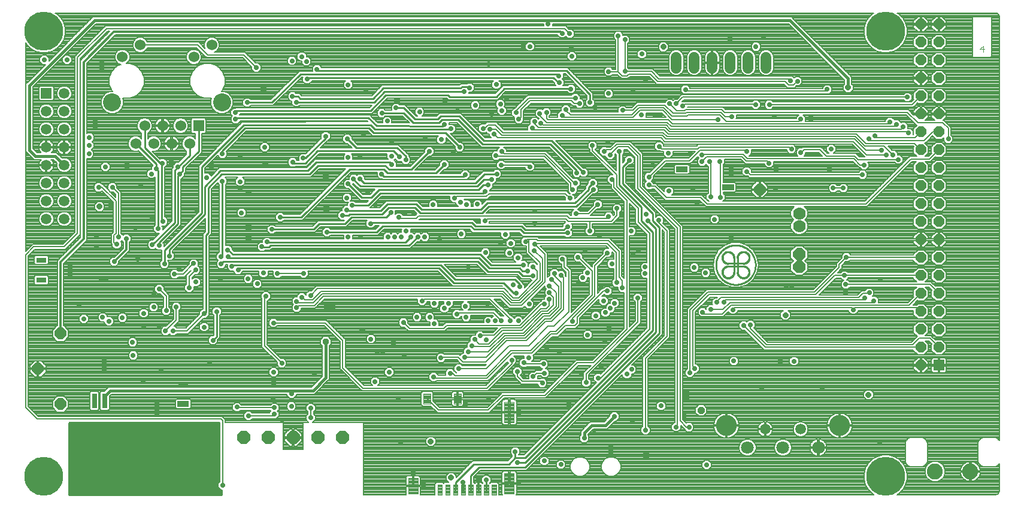
<source format=gbl>
G75*
%MOIN*%
%OFA0B0*%
%FSLAX25Y25*%
%IPPOS*%
%LPD*%
%AMOC8*
5,1,8,0,0,1.08239X$1,22.5*
%
%ADD10C,0.00400*%
%ADD11C,0.01000*%
%ADD12C,0.00100*%
%ADD13R,0.05906X0.05906*%
%ADD14OC8,0.05906*%
%ADD15C,0.05906*%
%ADD16OC8,0.07087*%
%ADD17C,0.07087*%
%ADD18C,0.11661*%
%ADD19C,0.00413*%
%ADD20C,0.00400*%
%ADD21C,0.00390*%
%ADD22C,0.06000*%
%ADD23R,0.06000X0.06000*%
%ADD24C,0.10000*%
%ADD25OC8,0.06496*%
%ADD26C,0.08858*%
%ADD27C,0.05906*%
%ADD28C,0.07000*%
%ADD29OC8,0.07000*%
%ADD30C,0.21654*%
%ADD31OC8,0.02781*%
%ADD32R,0.02781X0.02781*%
%ADD33R,0.03175X0.03175*%
%ADD34OC8,0.03175*%
%ADD35C,0.00800*%
%ADD36C,0.01600*%
%ADD37C,0.00600*%
%ADD38OC8,0.03962*%
%ADD39OC8,0.03569*%
%ADD40C,0.01200*%
D10*
X0588749Y0390735D02*
X0591151Y0390735D01*
X0590550Y0388934D02*
X0590550Y0392537D01*
X0588749Y0390735D01*
D11*
X0081628Y0182354D02*
X0081628Y0142551D01*
X0166628Y0142551D01*
X0166628Y0144964D01*
X0166081Y0144964D01*
X0164388Y0146657D01*
X0164388Y0149052D01*
X0165478Y0150142D01*
X0165478Y0182854D01*
X0082128Y0182854D01*
X0081628Y0182354D01*
X0081628Y0181790D02*
X0165478Y0181790D01*
X0165478Y0180792D02*
X0081628Y0180792D01*
X0081628Y0179793D02*
X0165478Y0179793D01*
X0165478Y0178795D02*
X0081628Y0178795D01*
X0081628Y0177796D02*
X0165478Y0177796D01*
X0165478Y0176798D02*
X0081628Y0176798D01*
X0081628Y0175799D02*
X0165478Y0175799D01*
X0165478Y0174801D02*
X0081628Y0174801D01*
X0081628Y0173802D02*
X0165478Y0173802D01*
X0165478Y0172804D02*
X0081628Y0172804D01*
X0081628Y0171805D02*
X0165478Y0171805D01*
X0165478Y0170807D02*
X0081628Y0170807D01*
X0081628Y0169808D02*
X0165478Y0169808D01*
X0165478Y0168810D02*
X0081628Y0168810D01*
X0081628Y0167811D02*
X0165478Y0167811D01*
X0165478Y0166813D02*
X0081628Y0166813D01*
X0081628Y0165814D02*
X0165478Y0165814D01*
X0165478Y0164816D02*
X0081628Y0164816D01*
X0081628Y0163817D02*
X0165478Y0163817D01*
X0165478Y0162819D02*
X0081628Y0162819D01*
X0081628Y0161820D02*
X0165478Y0161820D01*
X0165478Y0160822D02*
X0081628Y0160822D01*
X0081628Y0159823D02*
X0165478Y0159823D01*
X0165478Y0158825D02*
X0081628Y0158825D01*
X0081628Y0157826D02*
X0165478Y0157826D01*
X0165478Y0156828D02*
X0081628Y0156828D01*
X0081628Y0155829D02*
X0165478Y0155829D01*
X0165478Y0154831D02*
X0081628Y0154831D01*
X0081628Y0153832D02*
X0165478Y0153832D01*
X0165478Y0152833D02*
X0081628Y0152833D01*
X0081628Y0151835D02*
X0165478Y0151835D01*
X0165478Y0150836D02*
X0081628Y0150836D01*
X0081628Y0149838D02*
X0165174Y0149838D01*
X0164388Y0148839D02*
X0081628Y0148839D01*
X0081628Y0147841D02*
X0164388Y0147841D01*
X0164388Y0146842D02*
X0081628Y0146842D01*
X0081628Y0145844D02*
X0165201Y0145844D01*
X0166628Y0144845D02*
X0081628Y0144845D01*
X0081628Y0143847D02*
X0166628Y0143847D01*
X0166628Y0142848D02*
X0081628Y0142848D01*
X0082063Y0182789D02*
X0165478Y0182789D01*
X0161828Y0228504D02*
X0164028Y0230704D01*
X0164028Y0244504D01*
X0157878Y0244204D02*
X0157878Y0286954D01*
X0159228Y0288304D01*
X0159228Y0313454D01*
X0166778Y0321004D01*
X0215578Y0321004D01*
X0220278Y0325704D01*
X0257778Y0325704D01*
X0259828Y0323654D01*
X0272278Y0323654D01*
X0282328Y0333704D01*
X0290728Y0326404D02*
X0286078Y0321754D01*
X0259028Y0321754D01*
X0256978Y0323804D01*
X0237828Y0323804D01*
X0211078Y0297054D01*
X0199228Y0297054D01*
X0194728Y0290304D02*
X0217878Y0290304D01*
X0221078Y0293504D01*
X0235428Y0293504D01*
X0238878Y0296954D01*
X0258178Y0296954D01*
X0260878Y0299654D01*
X0259678Y0302454D02*
X0274228Y0302454D01*
X0277228Y0299454D01*
X0311678Y0299454D01*
X0315278Y0303054D01*
X0364128Y0303054D01*
X0373578Y0312504D01*
X0370878Y0312404D02*
X0370878Y0313654D01*
X0373328Y0316104D01*
X0370878Y0312404D02*
X0363378Y0304904D01*
X0314578Y0304904D01*
X0311028Y0301354D01*
X0278028Y0301354D01*
X0275028Y0304354D01*
X0258878Y0304354D01*
X0255278Y0300754D01*
X0236728Y0300754D01*
X0236378Y0301104D01*
X0238078Y0298854D02*
X0256078Y0298854D01*
X0259678Y0302454D01*
X0255078Y0310504D02*
X0248178Y0303604D01*
X0239378Y0303604D01*
X0238078Y0298854D02*
X0237328Y0298104D01*
X0233978Y0298104D01*
X0225278Y0288804D02*
X0252978Y0288804D01*
X0256378Y0292204D01*
X0305228Y0292204D01*
X0307178Y0290254D01*
X0333028Y0290254D01*
X0335028Y0288254D01*
X0359278Y0288254D01*
X0357078Y0290104D02*
X0358828Y0291854D01*
X0359278Y0291854D01*
X0357078Y0290104D02*
X0335778Y0290104D01*
X0333728Y0292154D01*
X0307978Y0292154D01*
X0306028Y0294104D01*
X0250328Y0294104D01*
X0249732Y0293508D01*
X0249878Y0308004D02*
X0244728Y0308004D01*
X0237128Y0315604D01*
X0240128Y0318104D02*
X0240128Y0318404D01*
X0240128Y0318104D02*
X0243928Y0314304D01*
X0308878Y0314304D01*
X0312728Y0318154D01*
X0317078Y0318154D01*
X0315128Y0314954D02*
X0312228Y0314954D01*
X0309678Y0312404D01*
X0254278Y0312404D01*
X0249878Y0308004D01*
X0255078Y0310504D02*
X0312228Y0310504D01*
X0313278Y0311554D01*
X0308028Y0316204D02*
X0246028Y0316204D01*
X0243778Y0318454D01*
X0255778Y0321004D02*
X0256928Y0319854D01*
X0301328Y0319854D01*
X0302228Y0320754D01*
X0308028Y0316204D02*
X0312978Y0321154D01*
X0319878Y0321154D01*
X0299178Y0336104D02*
X0291228Y0344054D01*
X0251328Y0344054D01*
X0248728Y0346654D01*
X0179728Y0346604D01*
X0167078Y0333954D01*
X0167078Y0332304D01*
X0166128Y0322904D02*
X0157378Y0314154D01*
X0157378Y0298754D01*
X0137778Y0279154D01*
X0137778Y0275554D01*
X0134878Y0278804D02*
X0155578Y0299504D01*
X0155578Y0325154D01*
X0178928Y0348504D01*
X0249528Y0348554D01*
X0252078Y0346004D01*
X0293928Y0345954D01*
X0294278Y0346304D01*
X0290628Y0348704D02*
X0289778Y0347854D01*
X0252878Y0347904D01*
X0248378Y0352404D01*
X0175228Y0352354D01*
X0174478Y0351604D01*
X0174278Y0355304D02*
X0175428Y0356454D01*
X0249628Y0356454D01*
X0258128Y0364954D01*
X0292728Y0364954D01*
X0292978Y0364704D01*
X0293028Y0364704D01*
X0293528Y0364204D01*
X0319528Y0364204D01*
X0323928Y0368604D01*
X0360978Y0368604D01*
X0361078Y0368504D01*
X0354678Y0372004D02*
X0354228Y0372004D01*
X0351478Y0374754D01*
X0215228Y0374754D01*
X0214378Y0373904D01*
X0210528Y0376754D02*
X0194728Y0360954D01*
X0181028Y0360954D01*
X0206128Y0364354D02*
X0209178Y0364354D01*
X0210428Y0363104D01*
X0250878Y0363104D01*
X0256728Y0368954D01*
X0299678Y0368954D01*
X0300528Y0369804D01*
X0304178Y0369804D01*
X0304778Y0369204D01*
X0301678Y0367004D02*
X0257478Y0367004D01*
X0251678Y0361204D01*
X0208378Y0361204D01*
X0210528Y0376754D02*
X0353428Y0376754D01*
X0354428Y0375754D01*
X0358528Y0378654D02*
X0371778Y0365404D01*
X0371778Y0360904D01*
X0358528Y0378654D02*
X0220628Y0378654D01*
X0219778Y0379504D01*
X0255828Y0355104D02*
X0268078Y0355104D01*
X0273428Y0349754D01*
X0287728Y0349754D01*
X0289478Y0351504D01*
X0298228Y0351504D01*
X0311928Y0337804D01*
X0349628Y0337804D01*
X0364478Y0322954D01*
X0364478Y0321654D01*
X0368078Y0321904D02*
X0350278Y0339704D01*
X0312578Y0339704D01*
X0301028Y0351254D01*
X0301028Y0351304D01*
X0298928Y0353404D01*
X0288678Y0353404D01*
X0286928Y0351654D01*
X0274228Y0351654D01*
X0267978Y0357904D01*
X0263778Y0357904D01*
X0241628Y0335804D02*
X0236628Y0340804D01*
X0241628Y0335804D02*
X0264428Y0335804D01*
X0269178Y0331054D01*
X0269178Y0329054D01*
X0265628Y0330754D02*
X0262428Y0333954D01*
X0220128Y0333954D01*
X0213328Y0327154D01*
X0206725Y0327154D01*
X0206177Y0327703D01*
X0212078Y0329904D02*
X0213378Y0329904D01*
X0224678Y0341204D01*
X0224678Y0342204D01*
X0219428Y0327604D02*
X0214728Y0322904D01*
X0166128Y0322904D01*
X0167128Y0317154D02*
X0167128Y0275754D01*
X0166378Y0275004D01*
X0167778Y0272454D02*
X0166428Y0271104D01*
X0167778Y0272454D02*
X0309228Y0272454D01*
X0314928Y0266754D01*
X0331878Y0266754D01*
X0334328Y0264304D01*
X0339728Y0264304D01*
X0336878Y0267204D02*
X0334028Y0267204D01*
X0332628Y0268604D01*
X0315678Y0268604D01*
X0309928Y0274354D01*
X0171028Y0274354D01*
X0170228Y0275154D01*
X0173028Y0276254D02*
X0170428Y0278854D01*
X0169978Y0278854D01*
X0173028Y0276254D02*
X0310778Y0276254D01*
X0316628Y0270404D01*
X0334628Y0270404D01*
X0330028Y0262404D02*
X0332628Y0259804D01*
X0332628Y0258254D01*
X0330778Y0254754D02*
X0329428Y0254754D01*
X0323678Y0260504D01*
X0295928Y0260504D01*
X0287778Y0268654D01*
X0176728Y0268654D01*
X0175878Y0267804D01*
X0173278Y0270554D02*
X0172478Y0269754D01*
X0173278Y0270554D02*
X0288578Y0270554D01*
X0296728Y0262404D01*
X0330028Y0262404D01*
X0275828Y0286054D02*
X0271078Y0281304D01*
X0193878Y0281304D01*
X0192928Y0280354D01*
X0189328Y0280354D01*
X0189078Y0280604D01*
X0191928Y0283304D02*
X0192028Y0283204D01*
X0268978Y0283204D01*
X0271828Y0286054D01*
X0261378Y0326454D02*
X0260228Y0327604D01*
X0219428Y0327604D01*
X0153819Y0333894D02*
X0145078Y0325154D01*
X0145078Y0322904D01*
X0143310Y0321136D01*
X0142328Y0320154D01*
X0142328Y0293454D01*
X0131928Y0283054D01*
X0131928Y0281254D01*
X0134878Y0278804D02*
X0134878Y0271054D01*
X0128078Y0281754D02*
X0140528Y0294204D01*
X0140528Y0323204D01*
X0142378Y0325054D01*
X0148819Y0331494D01*
X0148819Y0338037D01*
X0153819Y0333894D02*
X0153819Y0348037D01*
X0133678Y0327204D02*
X0133178Y0326704D01*
X0133178Y0326304D01*
X0133178Y0295654D01*
X0134078Y0294754D01*
X0131328Y0290654D02*
X0131328Y0322854D01*
X0130178Y0324004D01*
X0130178Y0326704D01*
X0118846Y0338037D01*
X0118819Y0338037D01*
X0123828Y0335654D02*
X0123828Y0348027D01*
X0123819Y0348037D01*
X0123828Y0335654D02*
X0133178Y0326304D01*
X0157878Y0244204D02*
X0157028Y0243354D01*
X0273228Y0154154D02*
X0273235Y0154161D01*
X0273235Y0147358D01*
X0296660Y0145154D02*
X0296978Y0145472D01*
X0296978Y0149454D01*
X0307078Y0159554D01*
X0326578Y0159554D01*
X0330128Y0163104D01*
X0330128Y0166504D01*
X0330128Y0163104D02*
X0335728Y0163104D01*
X0406578Y0233954D01*
X0406578Y0288654D01*
X0400228Y0295004D01*
X0400228Y0302854D01*
X0388128Y0314954D01*
X0388128Y0333704D01*
X0393728Y0328854D02*
X0389928Y0325054D01*
X0389928Y0315704D01*
X0406578Y0299054D01*
X0406578Y0295054D01*
X0410278Y0291354D01*
X0410278Y0232454D01*
X0335528Y0157704D01*
X0309828Y0157704D01*
X0305321Y0153197D01*
X0305321Y0145154D01*
X0309652Y0145154D02*
X0309652Y0150478D01*
X0309678Y0150504D01*
X0313928Y0150654D02*
X0313928Y0146389D01*
X0313983Y0145154D01*
X0331228Y0160404D02*
X0335628Y0160404D01*
X0408378Y0233154D01*
X0408378Y0290704D01*
X0403878Y0295204D01*
X0448722Y0271281D02*
X0456990Y0271281D01*
X0456990Y0269706D02*
X0448722Y0269706D01*
X0441856Y0270494D02*
X0441859Y0270764D01*
X0441869Y0271034D01*
X0441886Y0271303D01*
X0441909Y0271572D01*
X0441939Y0271841D01*
X0441975Y0272108D01*
X0442018Y0272375D01*
X0442067Y0272640D01*
X0442123Y0272904D01*
X0442186Y0273167D01*
X0442254Y0273428D01*
X0442330Y0273687D01*
X0442411Y0273944D01*
X0442499Y0274200D01*
X0442593Y0274453D01*
X0442693Y0274704D01*
X0442800Y0274952D01*
X0442912Y0275197D01*
X0443031Y0275440D01*
X0443155Y0275679D01*
X0443285Y0275916D01*
X0443421Y0276149D01*
X0443563Y0276379D01*
X0443710Y0276605D01*
X0443863Y0276828D01*
X0444021Y0277047D01*
X0444184Y0277262D01*
X0444353Y0277472D01*
X0444527Y0277679D01*
X0444706Y0277881D01*
X0444889Y0278079D01*
X0445078Y0278272D01*
X0445271Y0278461D01*
X0445469Y0278644D01*
X0445671Y0278823D01*
X0445878Y0278997D01*
X0446088Y0279166D01*
X0446303Y0279329D01*
X0446522Y0279487D01*
X0446745Y0279640D01*
X0446971Y0279787D01*
X0447201Y0279929D01*
X0447434Y0280065D01*
X0447671Y0280195D01*
X0447910Y0280319D01*
X0448153Y0280438D01*
X0448398Y0280550D01*
X0448646Y0280657D01*
X0448897Y0280757D01*
X0449150Y0280851D01*
X0449406Y0280939D01*
X0449663Y0281020D01*
X0449922Y0281096D01*
X0450183Y0281164D01*
X0450446Y0281227D01*
X0450710Y0281283D01*
X0450975Y0281332D01*
X0451242Y0281375D01*
X0451509Y0281411D01*
X0451778Y0281441D01*
X0452047Y0281464D01*
X0452316Y0281481D01*
X0452586Y0281491D01*
X0452856Y0281494D01*
X0453126Y0281491D01*
X0453396Y0281481D01*
X0453665Y0281464D01*
X0453934Y0281441D01*
X0454203Y0281411D01*
X0454470Y0281375D01*
X0454737Y0281332D01*
X0455002Y0281283D01*
X0455266Y0281227D01*
X0455529Y0281164D01*
X0455790Y0281096D01*
X0456049Y0281020D01*
X0456306Y0280939D01*
X0456562Y0280851D01*
X0456815Y0280757D01*
X0457066Y0280657D01*
X0457314Y0280550D01*
X0457559Y0280438D01*
X0457802Y0280319D01*
X0458041Y0280195D01*
X0458278Y0280065D01*
X0458511Y0279929D01*
X0458741Y0279787D01*
X0458967Y0279640D01*
X0459190Y0279487D01*
X0459409Y0279329D01*
X0459624Y0279166D01*
X0459834Y0278997D01*
X0460041Y0278823D01*
X0460243Y0278644D01*
X0460441Y0278461D01*
X0460634Y0278272D01*
X0460823Y0278079D01*
X0461006Y0277881D01*
X0461185Y0277679D01*
X0461359Y0277472D01*
X0461528Y0277262D01*
X0461691Y0277047D01*
X0461849Y0276828D01*
X0462002Y0276605D01*
X0462149Y0276379D01*
X0462291Y0276149D01*
X0462427Y0275916D01*
X0462557Y0275679D01*
X0462681Y0275440D01*
X0462800Y0275197D01*
X0462912Y0274952D01*
X0463019Y0274704D01*
X0463119Y0274453D01*
X0463213Y0274200D01*
X0463301Y0273944D01*
X0463382Y0273687D01*
X0463458Y0273428D01*
X0463526Y0273167D01*
X0463589Y0272904D01*
X0463645Y0272640D01*
X0463694Y0272375D01*
X0463737Y0272108D01*
X0463773Y0271841D01*
X0463803Y0271572D01*
X0463826Y0271303D01*
X0463843Y0271034D01*
X0463853Y0270764D01*
X0463856Y0270494D01*
X0463853Y0270224D01*
X0463843Y0269954D01*
X0463826Y0269685D01*
X0463803Y0269416D01*
X0463773Y0269147D01*
X0463737Y0268880D01*
X0463694Y0268613D01*
X0463645Y0268348D01*
X0463589Y0268084D01*
X0463526Y0267821D01*
X0463458Y0267560D01*
X0463382Y0267301D01*
X0463301Y0267044D01*
X0463213Y0266788D01*
X0463119Y0266535D01*
X0463019Y0266284D01*
X0462912Y0266036D01*
X0462800Y0265791D01*
X0462681Y0265548D01*
X0462557Y0265309D01*
X0462427Y0265072D01*
X0462291Y0264839D01*
X0462149Y0264609D01*
X0462002Y0264383D01*
X0461849Y0264160D01*
X0461691Y0263941D01*
X0461528Y0263726D01*
X0461359Y0263516D01*
X0461185Y0263309D01*
X0461006Y0263107D01*
X0460823Y0262909D01*
X0460634Y0262716D01*
X0460441Y0262527D01*
X0460243Y0262344D01*
X0460041Y0262165D01*
X0459834Y0261991D01*
X0459624Y0261822D01*
X0459409Y0261659D01*
X0459190Y0261501D01*
X0458967Y0261348D01*
X0458741Y0261201D01*
X0458511Y0261059D01*
X0458278Y0260923D01*
X0458041Y0260793D01*
X0457802Y0260669D01*
X0457559Y0260550D01*
X0457314Y0260438D01*
X0457066Y0260331D01*
X0456815Y0260231D01*
X0456562Y0260137D01*
X0456306Y0260049D01*
X0456049Y0259968D01*
X0455790Y0259892D01*
X0455529Y0259824D01*
X0455266Y0259761D01*
X0455002Y0259705D01*
X0454737Y0259656D01*
X0454470Y0259613D01*
X0454203Y0259577D01*
X0453934Y0259547D01*
X0453665Y0259524D01*
X0453396Y0259507D01*
X0453126Y0259497D01*
X0452856Y0259494D01*
X0452586Y0259497D01*
X0452316Y0259507D01*
X0452047Y0259524D01*
X0451778Y0259547D01*
X0451509Y0259577D01*
X0451242Y0259613D01*
X0450975Y0259656D01*
X0450710Y0259705D01*
X0450446Y0259761D01*
X0450183Y0259824D01*
X0449922Y0259892D01*
X0449663Y0259968D01*
X0449406Y0260049D01*
X0449150Y0260137D01*
X0448897Y0260231D01*
X0448646Y0260331D01*
X0448398Y0260438D01*
X0448153Y0260550D01*
X0447910Y0260669D01*
X0447671Y0260793D01*
X0447434Y0260923D01*
X0447201Y0261059D01*
X0446971Y0261201D01*
X0446745Y0261348D01*
X0446522Y0261501D01*
X0446303Y0261659D01*
X0446088Y0261822D01*
X0445878Y0261991D01*
X0445671Y0262165D01*
X0445469Y0262344D01*
X0445271Y0262527D01*
X0445078Y0262716D01*
X0444889Y0262909D01*
X0444706Y0263107D01*
X0444527Y0263309D01*
X0444353Y0263516D01*
X0444184Y0263726D01*
X0444021Y0263941D01*
X0443863Y0264160D01*
X0443710Y0264383D01*
X0443563Y0264609D01*
X0443421Y0264839D01*
X0443285Y0265072D01*
X0443155Y0265309D01*
X0443031Y0265548D01*
X0442912Y0265791D01*
X0442800Y0266036D01*
X0442693Y0266284D01*
X0442593Y0266535D01*
X0442499Y0266788D01*
X0442411Y0267044D01*
X0442330Y0267301D01*
X0442254Y0267560D01*
X0442186Y0267821D01*
X0442123Y0268084D01*
X0442067Y0268348D01*
X0442018Y0268613D01*
X0441975Y0268880D01*
X0441939Y0269147D01*
X0441909Y0269416D01*
X0441886Y0269685D01*
X0441869Y0269954D01*
X0441859Y0270224D01*
X0441856Y0270494D01*
X0451872Y0266557D02*
X0451872Y0274431D01*
X0453840Y0274431D02*
X0453840Y0266557D01*
D12*
X0453389Y0266520D02*
X0454289Y0266492D01*
X0454288Y0266493D02*
X0454289Y0266388D01*
X0454294Y0266282D01*
X0454302Y0266177D01*
X0454315Y0266073D01*
X0454331Y0265969D01*
X0454351Y0265866D01*
X0454376Y0265763D01*
X0454404Y0265662D01*
X0454435Y0265561D01*
X0454471Y0265462D01*
X0454510Y0265365D01*
X0454553Y0265269D01*
X0454600Y0265174D01*
X0454650Y0265082D01*
X0454703Y0264991D01*
X0454760Y0264902D01*
X0454820Y0264816D01*
X0454883Y0264732D01*
X0454950Y0264650D01*
X0455019Y0264571D01*
X0455092Y0264495D01*
X0455167Y0264421D01*
X0455245Y0264350D01*
X0455325Y0264282D01*
X0455408Y0264218D01*
X0455494Y0264156D01*
X0455582Y0264098D01*
X0455671Y0264043D01*
X0455763Y0263991D01*
X0455857Y0263943D01*
X0455952Y0263899D01*
X0456049Y0263858D01*
X0456148Y0263821D01*
X0456247Y0263787D01*
X0456348Y0263757D01*
X0456450Y0263732D01*
X0456553Y0263710D01*
X0456657Y0263691D01*
X0456761Y0263677D01*
X0456866Y0263667D01*
X0456971Y0263660D01*
X0457076Y0263658D01*
X0457182Y0263660D01*
X0457287Y0263665D01*
X0457392Y0263675D01*
X0457496Y0263688D01*
X0457600Y0263705D01*
X0457703Y0263726D01*
X0457805Y0263751D01*
X0457906Y0263780D01*
X0458007Y0263813D01*
X0458105Y0263849D01*
X0458203Y0263889D01*
X0458298Y0263933D01*
X0458392Y0263980D01*
X0458485Y0264031D01*
X0458575Y0264085D01*
X0458663Y0264143D01*
X0458749Y0264204D01*
X0458832Y0264268D01*
X0458914Y0264335D01*
X0458992Y0264405D01*
X0459068Y0264478D01*
X0459141Y0264554D01*
X0459211Y0264632D01*
X0459278Y0264714D01*
X0459342Y0264797D01*
X0459403Y0264883D01*
X0459461Y0264971D01*
X0459515Y0265061D01*
X0459566Y0265154D01*
X0459613Y0265248D01*
X0459657Y0265343D01*
X0459697Y0265441D01*
X0459733Y0265539D01*
X0459766Y0265640D01*
X0459795Y0265741D01*
X0459820Y0265843D01*
X0459841Y0265946D01*
X0459858Y0266050D01*
X0459871Y0266154D01*
X0459881Y0266259D01*
X0459886Y0266364D01*
X0459888Y0266470D01*
X0459886Y0266575D01*
X0459879Y0266680D01*
X0459869Y0266785D01*
X0459855Y0266889D01*
X0459836Y0266993D01*
X0459814Y0267096D01*
X0459789Y0267198D01*
X0459759Y0267299D01*
X0459725Y0267398D01*
X0459688Y0267497D01*
X0459647Y0267594D01*
X0459603Y0267689D01*
X0459555Y0267783D01*
X0459503Y0267875D01*
X0459448Y0267964D01*
X0459390Y0268052D01*
X0459328Y0268138D01*
X0459264Y0268221D01*
X0459196Y0268301D01*
X0459125Y0268379D01*
X0459051Y0268454D01*
X0458975Y0268527D01*
X0458896Y0268596D01*
X0458814Y0268663D01*
X0458730Y0268726D01*
X0458644Y0268786D01*
X0458555Y0268843D01*
X0458464Y0268896D01*
X0458372Y0268946D01*
X0458277Y0268993D01*
X0458181Y0269036D01*
X0458084Y0269075D01*
X0457985Y0269111D01*
X0457884Y0269142D01*
X0457783Y0269170D01*
X0457680Y0269195D01*
X0457577Y0269215D01*
X0457473Y0269231D01*
X0457369Y0269244D01*
X0457264Y0269252D01*
X0457158Y0269257D01*
X0457053Y0269258D01*
X0457026Y0270157D01*
X0457146Y0270158D01*
X0457266Y0270154D01*
X0457386Y0270146D01*
X0457506Y0270134D01*
X0457625Y0270119D01*
X0457744Y0270099D01*
X0457862Y0270076D01*
X0457979Y0270049D01*
X0458096Y0270018D01*
X0458211Y0269984D01*
X0458325Y0269945D01*
X0458437Y0269903D01*
X0458549Y0269858D01*
X0458658Y0269808D01*
X0458766Y0269755D01*
X0458873Y0269699D01*
X0458977Y0269639D01*
X0459079Y0269576D01*
X0459180Y0269510D01*
X0459278Y0269440D01*
X0459374Y0269368D01*
X0459467Y0269292D01*
X0459558Y0269213D01*
X0459646Y0269131D01*
X0459732Y0269047D01*
X0459814Y0268959D01*
X0459894Y0268870D01*
X0459971Y0268777D01*
X0460045Y0268682D01*
X0460116Y0268585D01*
X0460183Y0268485D01*
X0460247Y0268384D01*
X0460308Y0268280D01*
X0460366Y0268174D01*
X0460420Y0268067D01*
X0460470Y0267958D01*
X0460517Y0267847D01*
X0460561Y0267735D01*
X0460600Y0267621D01*
X0460636Y0267506D01*
X0460669Y0267391D01*
X0460697Y0267274D01*
X0460722Y0267156D01*
X0460742Y0267038D01*
X0460759Y0266918D01*
X0460772Y0266799D01*
X0460781Y0266679D01*
X0460787Y0266559D01*
X0460788Y0266439D01*
X0460785Y0266318D01*
X0460779Y0266198D01*
X0460768Y0266078D01*
X0460754Y0265959D01*
X0460736Y0265840D01*
X0460714Y0265722D01*
X0460688Y0265604D01*
X0460659Y0265488D01*
X0460625Y0265372D01*
X0460588Y0265258D01*
X0460547Y0265145D01*
X0460503Y0265033D01*
X0460455Y0264923D01*
X0460403Y0264814D01*
X0460348Y0264707D01*
X0460289Y0264602D01*
X0460227Y0264499D01*
X0460162Y0264398D01*
X0460093Y0264300D01*
X0460021Y0264203D01*
X0459947Y0264109D01*
X0459869Y0264017D01*
X0459788Y0263928D01*
X0459704Y0263842D01*
X0459618Y0263758D01*
X0459529Y0263677D01*
X0459437Y0263599D01*
X0459343Y0263525D01*
X0459246Y0263453D01*
X0459148Y0263384D01*
X0459047Y0263319D01*
X0458944Y0263257D01*
X0458839Y0263198D01*
X0458732Y0263143D01*
X0458623Y0263091D01*
X0458513Y0263043D01*
X0458401Y0262999D01*
X0458288Y0262958D01*
X0458174Y0262921D01*
X0458058Y0262887D01*
X0457942Y0262858D01*
X0457824Y0262832D01*
X0457706Y0262810D01*
X0457587Y0262792D01*
X0457468Y0262778D01*
X0457348Y0262767D01*
X0457228Y0262761D01*
X0457107Y0262758D01*
X0456987Y0262759D01*
X0456867Y0262765D01*
X0456747Y0262774D01*
X0456628Y0262787D01*
X0456508Y0262804D01*
X0456390Y0262824D01*
X0456272Y0262849D01*
X0456155Y0262877D01*
X0456040Y0262910D01*
X0455925Y0262946D01*
X0455811Y0262985D01*
X0455699Y0263029D01*
X0455588Y0263076D01*
X0455479Y0263126D01*
X0455372Y0263180D01*
X0455266Y0263238D01*
X0455162Y0263299D01*
X0455061Y0263363D01*
X0454961Y0263430D01*
X0454864Y0263501D01*
X0454769Y0263575D01*
X0454676Y0263652D01*
X0454587Y0263732D01*
X0454499Y0263814D01*
X0454415Y0263900D01*
X0454333Y0263988D01*
X0454254Y0264079D01*
X0454178Y0264172D01*
X0454106Y0264268D01*
X0454036Y0264366D01*
X0453970Y0264467D01*
X0453907Y0264569D01*
X0453847Y0264673D01*
X0453791Y0264780D01*
X0453738Y0264888D01*
X0453688Y0264997D01*
X0453643Y0265109D01*
X0453601Y0265221D01*
X0453562Y0265335D01*
X0453528Y0265450D01*
X0453497Y0265567D01*
X0453470Y0265684D01*
X0453447Y0265802D01*
X0453427Y0265921D01*
X0453412Y0266040D01*
X0453400Y0266160D01*
X0453392Y0266280D01*
X0453388Y0266400D01*
X0453389Y0266520D01*
X0453482Y0266517D01*
X0453483Y0266398D01*
X0453486Y0266278D01*
X0453494Y0266159D01*
X0453506Y0266040D01*
X0453522Y0265921D01*
X0453542Y0265803D01*
X0453566Y0265686D01*
X0453593Y0265569D01*
X0453625Y0265454D01*
X0453660Y0265339D01*
X0453699Y0265226D01*
X0453742Y0265115D01*
X0453788Y0265004D01*
X0453838Y0264896D01*
X0453892Y0264789D01*
X0453949Y0264683D01*
X0454009Y0264580D01*
X0454073Y0264479D01*
X0454141Y0264380D01*
X0454211Y0264284D01*
X0454285Y0264189D01*
X0454362Y0264098D01*
X0454442Y0264008D01*
X0454524Y0263922D01*
X0454610Y0263838D01*
X0454698Y0263758D01*
X0454789Y0263680D01*
X0454883Y0263605D01*
X0454978Y0263533D01*
X0455077Y0263465D01*
X0455177Y0263400D01*
X0455280Y0263338D01*
X0455384Y0263280D01*
X0455490Y0263225D01*
X0455599Y0263174D01*
X0455708Y0263126D01*
X0455820Y0263082D01*
X0455932Y0263042D01*
X0456046Y0263006D01*
X0456161Y0262973D01*
X0456278Y0262944D01*
X0456395Y0262919D01*
X0456512Y0262898D01*
X0456631Y0262881D01*
X0456750Y0262868D01*
X0456869Y0262859D01*
X0456988Y0262853D01*
X0457108Y0262852D01*
X0457228Y0262855D01*
X0457347Y0262861D01*
X0457466Y0262872D01*
X0457585Y0262886D01*
X0457703Y0262905D01*
X0457821Y0262927D01*
X0457938Y0262954D01*
X0458053Y0262984D01*
X0458168Y0263018D01*
X0458282Y0263055D01*
X0458394Y0263097D01*
X0458505Y0263142D01*
X0458614Y0263191D01*
X0458722Y0263243D01*
X0458827Y0263299D01*
X0458931Y0263359D01*
X0459033Y0263422D01*
X0459133Y0263488D01*
X0459230Y0263557D01*
X0459325Y0263630D01*
X0459418Y0263706D01*
X0459508Y0263784D01*
X0459595Y0263866D01*
X0459680Y0263951D01*
X0459762Y0264038D01*
X0459840Y0264128D01*
X0459916Y0264221D01*
X0459989Y0264316D01*
X0460058Y0264413D01*
X0460124Y0264513D01*
X0460187Y0264615D01*
X0460247Y0264719D01*
X0460303Y0264824D01*
X0460355Y0264932D01*
X0460404Y0265041D01*
X0460449Y0265152D01*
X0460491Y0265264D01*
X0460528Y0265378D01*
X0460562Y0265493D01*
X0460592Y0265608D01*
X0460619Y0265725D01*
X0460641Y0265843D01*
X0460660Y0265961D01*
X0460674Y0266080D01*
X0460685Y0266199D01*
X0460691Y0266318D01*
X0460694Y0266438D01*
X0460693Y0266558D01*
X0460687Y0266677D01*
X0460678Y0266796D01*
X0460665Y0266915D01*
X0460648Y0267034D01*
X0460627Y0267151D01*
X0460602Y0267268D01*
X0460573Y0267385D01*
X0460540Y0267500D01*
X0460504Y0267614D01*
X0460464Y0267726D01*
X0460420Y0267838D01*
X0460372Y0267947D01*
X0460321Y0268056D01*
X0460266Y0268162D01*
X0460208Y0268266D01*
X0460146Y0268369D01*
X0460081Y0268469D01*
X0460013Y0268568D01*
X0459941Y0268663D01*
X0459866Y0268757D01*
X0459788Y0268848D01*
X0459708Y0268936D01*
X0459624Y0269022D01*
X0459538Y0269104D01*
X0459448Y0269184D01*
X0459357Y0269261D01*
X0459262Y0269335D01*
X0459166Y0269405D01*
X0459067Y0269473D01*
X0458966Y0269537D01*
X0458863Y0269597D01*
X0458757Y0269654D01*
X0458650Y0269708D01*
X0458542Y0269758D01*
X0458431Y0269804D01*
X0458320Y0269847D01*
X0458207Y0269886D01*
X0458092Y0269921D01*
X0457977Y0269953D01*
X0457860Y0269980D01*
X0457743Y0270004D01*
X0457625Y0270024D01*
X0457506Y0270040D01*
X0457387Y0270052D01*
X0457268Y0270060D01*
X0457148Y0270063D01*
X0457029Y0270064D01*
X0457032Y0269970D01*
X0457149Y0269969D01*
X0457266Y0269965D01*
X0457383Y0269958D01*
X0457500Y0269946D01*
X0457616Y0269930D01*
X0457732Y0269910D01*
X0457847Y0269887D01*
X0457961Y0269860D01*
X0458074Y0269829D01*
X0458186Y0269794D01*
X0458297Y0269755D01*
X0458407Y0269713D01*
X0458515Y0269667D01*
X0458621Y0269618D01*
X0458726Y0269565D01*
X0458829Y0269508D01*
X0458930Y0269448D01*
X0459028Y0269385D01*
X0459125Y0269319D01*
X0459220Y0269249D01*
X0459312Y0269176D01*
X0459401Y0269101D01*
X0459488Y0269022D01*
X0459572Y0268940D01*
X0459654Y0268856D01*
X0459733Y0268769D01*
X0459808Y0268679D01*
X0459881Y0268587D01*
X0459951Y0268493D01*
X0460017Y0268396D01*
X0460080Y0268297D01*
X0460140Y0268196D01*
X0460196Y0268093D01*
X0460249Y0267988D01*
X0460298Y0267882D01*
X0460344Y0267774D01*
X0460386Y0267664D01*
X0460425Y0267553D01*
X0460460Y0267441D01*
X0460490Y0267328D01*
X0460518Y0267214D01*
X0460541Y0267099D01*
X0460560Y0266983D01*
X0460576Y0266867D01*
X0460588Y0266750D01*
X0460596Y0266633D01*
X0460600Y0266516D01*
X0460599Y0266399D01*
X0460596Y0266281D01*
X0460588Y0266164D01*
X0460576Y0266047D01*
X0460560Y0265931D01*
X0460541Y0265815D01*
X0460517Y0265701D01*
X0460490Y0265586D01*
X0460459Y0265473D01*
X0460424Y0265361D01*
X0460386Y0265250D01*
X0460344Y0265141D01*
X0460298Y0265033D01*
X0460248Y0264926D01*
X0460195Y0264822D01*
X0460139Y0264719D01*
X0460079Y0264618D01*
X0460016Y0264519D01*
X0459950Y0264422D01*
X0459880Y0264328D01*
X0459807Y0264236D01*
X0459732Y0264146D01*
X0459653Y0264059D01*
X0459571Y0263975D01*
X0459487Y0263893D01*
X0459400Y0263814D01*
X0459310Y0263739D01*
X0459218Y0263666D01*
X0459124Y0263596D01*
X0459027Y0263530D01*
X0458928Y0263467D01*
X0458827Y0263407D01*
X0458724Y0263351D01*
X0458620Y0263298D01*
X0458513Y0263248D01*
X0458405Y0263202D01*
X0458296Y0263160D01*
X0458185Y0263122D01*
X0458073Y0263087D01*
X0457960Y0263056D01*
X0457845Y0263029D01*
X0457731Y0263005D01*
X0457615Y0262986D01*
X0457499Y0262970D01*
X0457382Y0262958D01*
X0457265Y0262950D01*
X0457147Y0262947D01*
X0457030Y0262946D01*
X0456913Y0262950D01*
X0456796Y0262958D01*
X0456679Y0262970D01*
X0456563Y0262986D01*
X0456447Y0263005D01*
X0456332Y0263028D01*
X0456218Y0263056D01*
X0456105Y0263086D01*
X0455993Y0263121D01*
X0455882Y0263160D01*
X0455772Y0263202D01*
X0455664Y0263248D01*
X0455558Y0263297D01*
X0455453Y0263350D01*
X0455350Y0263406D01*
X0455249Y0263466D01*
X0455150Y0263529D01*
X0455053Y0263595D01*
X0454959Y0263665D01*
X0454867Y0263738D01*
X0454777Y0263813D01*
X0454690Y0263892D01*
X0454606Y0263974D01*
X0454524Y0264058D01*
X0454445Y0264145D01*
X0454370Y0264234D01*
X0454297Y0264326D01*
X0454227Y0264421D01*
X0454161Y0264518D01*
X0454098Y0264616D01*
X0454038Y0264717D01*
X0453981Y0264820D01*
X0453928Y0264925D01*
X0453879Y0265031D01*
X0453833Y0265139D01*
X0453791Y0265249D01*
X0453752Y0265360D01*
X0453717Y0265472D01*
X0453686Y0265585D01*
X0453659Y0265699D01*
X0453636Y0265814D01*
X0453616Y0265930D01*
X0453600Y0266046D01*
X0453588Y0266163D01*
X0453581Y0266280D01*
X0453577Y0266397D01*
X0453576Y0266514D01*
X0453670Y0266512D01*
X0453671Y0266395D01*
X0453675Y0266278D01*
X0453683Y0266162D01*
X0453695Y0266046D01*
X0453711Y0265930D01*
X0453731Y0265815D01*
X0453755Y0265701D01*
X0453783Y0265588D01*
X0453814Y0265476D01*
X0453850Y0265365D01*
X0453889Y0265255D01*
X0453932Y0265146D01*
X0453978Y0265039D01*
X0454029Y0264934D01*
X0454082Y0264831D01*
X0454140Y0264729D01*
X0454200Y0264629D01*
X0454264Y0264532D01*
X0454332Y0264437D01*
X0454402Y0264344D01*
X0454476Y0264253D01*
X0454553Y0264166D01*
X0454632Y0264080D01*
X0454715Y0263998D01*
X0454800Y0263918D01*
X0454888Y0263842D01*
X0454979Y0263768D01*
X0455072Y0263698D01*
X0455167Y0263631D01*
X0455265Y0263567D01*
X0455364Y0263506D01*
X0455466Y0263449D01*
X0455570Y0263396D01*
X0455675Y0263346D01*
X0455782Y0263299D01*
X0455891Y0263257D01*
X0456001Y0263218D01*
X0456112Y0263182D01*
X0456224Y0263151D01*
X0456338Y0263123D01*
X0456452Y0263100D01*
X0456567Y0263080D01*
X0456682Y0263064D01*
X0456798Y0263052D01*
X0456915Y0263044D01*
X0457031Y0263040D01*
X0457148Y0263041D01*
X0457264Y0263045D01*
X0457381Y0263053D01*
X0457497Y0263065D01*
X0457612Y0263080D01*
X0457727Y0263100D01*
X0457842Y0263124D01*
X0457955Y0263152D01*
X0458067Y0263183D01*
X0458178Y0263219D01*
X0458288Y0263258D01*
X0458397Y0263300D01*
X0458504Y0263347D01*
X0458609Y0263397D01*
X0458713Y0263451D01*
X0458814Y0263508D01*
X0458914Y0263569D01*
X0459011Y0263633D01*
X0459107Y0263700D01*
X0459200Y0263770D01*
X0459290Y0263844D01*
X0459378Y0263921D01*
X0459463Y0264000D01*
X0459546Y0264083D01*
X0459625Y0264168D01*
X0459702Y0264256D01*
X0459776Y0264346D01*
X0459846Y0264439D01*
X0459913Y0264535D01*
X0459977Y0264632D01*
X0460038Y0264732D01*
X0460095Y0264833D01*
X0460149Y0264937D01*
X0460199Y0265042D01*
X0460246Y0265149D01*
X0460288Y0265258D01*
X0460327Y0265368D01*
X0460363Y0265479D01*
X0460394Y0265591D01*
X0460422Y0265704D01*
X0460446Y0265819D01*
X0460466Y0265934D01*
X0460481Y0266049D01*
X0460493Y0266165D01*
X0460501Y0266282D01*
X0460505Y0266398D01*
X0460506Y0266515D01*
X0460502Y0266631D01*
X0460494Y0266748D01*
X0460482Y0266864D01*
X0460466Y0266979D01*
X0460446Y0267094D01*
X0460423Y0267208D01*
X0460395Y0267322D01*
X0460364Y0267434D01*
X0460328Y0267545D01*
X0460289Y0267655D01*
X0460247Y0267764D01*
X0460200Y0267871D01*
X0460150Y0267976D01*
X0460097Y0268080D01*
X0460040Y0268182D01*
X0459979Y0268281D01*
X0459915Y0268379D01*
X0459848Y0268474D01*
X0459778Y0268567D01*
X0459704Y0268658D01*
X0459628Y0268746D01*
X0459548Y0268831D01*
X0459466Y0268914D01*
X0459380Y0268993D01*
X0459293Y0269070D01*
X0459202Y0269144D01*
X0459109Y0269214D01*
X0459014Y0269282D01*
X0458917Y0269346D01*
X0458817Y0269406D01*
X0458715Y0269464D01*
X0458612Y0269517D01*
X0458507Y0269568D01*
X0458400Y0269614D01*
X0458291Y0269657D01*
X0458181Y0269696D01*
X0458070Y0269732D01*
X0457958Y0269763D01*
X0457845Y0269791D01*
X0457731Y0269815D01*
X0457616Y0269835D01*
X0457500Y0269851D01*
X0457384Y0269863D01*
X0457268Y0269871D01*
X0457151Y0269875D01*
X0457034Y0269876D01*
X0457037Y0269782D01*
X0457152Y0269781D01*
X0457266Y0269777D01*
X0457380Y0269769D01*
X0457493Y0269757D01*
X0457606Y0269741D01*
X0457719Y0269722D01*
X0457831Y0269698D01*
X0457942Y0269671D01*
X0458051Y0269639D01*
X0458160Y0269604D01*
X0458268Y0269566D01*
X0458374Y0269523D01*
X0458478Y0269477D01*
X0458581Y0269428D01*
X0458682Y0269375D01*
X0458782Y0269318D01*
X0458879Y0269258D01*
X0458974Y0269195D01*
X0459067Y0269129D01*
X0459158Y0269059D01*
X0459246Y0268986D01*
X0459331Y0268911D01*
X0459414Y0268832D01*
X0459495Y0268751D01*
X0459572Y0268667D01*
X0459646Y0268580D01*
X0459718Y0268491D01*
X0459786Y0268399D01*
X0459851Y0268306D01*
X0459913Y0268210D01*
X0459972Y0268111D01*
X0460027Y0268011D01*
X0460078Y0267909D01*
X0460126Y0267806D01*
X0460171Y0267701D01*
X0460212Y0267594D01*
X0460249Y0267486D01*
X0460283Y0267377D01*
X0460312Y0267266D01*
X0460338Y0267155D01*
X0460360Y0267043D01*
X0460378Y0266930D01*
X0460393Y0266817D01*
X0460403Y0266703D01*
X0460409Y0266589D01*
X0460412Y0266475D01*
X0460411Y0266361D01*
X0460405Y0266247D01*
X0460396Y0266133D01*
X0460383Y0266019D01*
X0460366Y0265906D01*
X0460345Y0265794D01*
X0460320Y0265682D01*
X0460292Y0265572D01*
X0460259Y0265462D01*
X0460223Y0265354D01*
X0460183Y0265247D01*
X0460140Y0265141D01*
X0460093Y0265037D01*
X0460042Y0264935D01*
X0459988Y0264834D01*
X0459931Y0264735D01*
X0459870Y0264639D01*
X0459806Y0264544D01*
X0459738Y0264452D01*
X0459668Y0264362D01*
X0459594Y0264275D01*
X0459518Y0264190D01*
X0459438Y0264108D01*
X0459356Y0264028D01*
X0459271Y0263952D01*
X0459184Y0263878D01*
X0459094Y0263808D01*
X0459002Y0263740D01*
X0458907Y0263676D01*
X0458811Y0263615D01*
X0458712Y0263558D01*
X0458611Y0263504D01*
X0458509Y0263453D01*
X0458405Y0263406D01*
X0458299Y0263363D01*
X0458192Y0263323D01*
X0458084Y0263287D01*
X0457974Y0263254D01*
X0457864Y0263226D01*
X0457752Y0263201D01*
X0457640Y0263180D01*
X0457527Y0263163D01*
X0457413Y0263150D01*
X0457299Y0263141D01*
X0457185Y0263135D01*
X0457071Y0263134D01*
X0456957Y0263137D01*
X0456843Y0263143D01*
X0456729Y0263153D01*
X0456616Y0263168D01*
X0456503Y0263186D01*
X0456391Y0263208D01*
X0456280Y0263234D01*
X0456169Y0263263D01*
X0456060Y0263297D01*
X0455952Y0263334D01*
X0455845Y0263375D01*
X0455740Y0263420D01*
X0455637Y0263468D01*
X0455535Y0263519D01*
X0455435Y0263574D01*
X0455336Y0263633D01*
X0455240Y0263695D01*
X0455147Y0263760D01*
X0455055Y0263828D01*
X0454966Y0263900D01*
X0454879Y0263974D01*
X0454795Y0264051D01*
X0454714Y0264132D01*
X0454635Y0264215D01*
X0454560Y0264300D01*
X0454487Y0264388D01*
X0454417Y0264479D01*
X0454351Y0264572D01*
X0454288Y0264667D01*
X0454228Y0264764D01*
X0454171Y0264864D01*
X0454118Y0264965D01*
X0454069Y0265068D01*
X0454023Y0265172D01*
X0453980Y0265278D01*
X0453942Y0265386D01*
X0453907Y0265495D01*
X0453875Y0265604D01*
X0453848Y0265715D01*
X0453824Y0265827D01*
X0453805Y0265940D01*
X0453789Y0266053D01*
X0453777Y0266166D01*
X0453769Y0266280D01*
X0453765Y0266394D01*
X0453764Y0266509D01*
X0453858Y0266506D01*
X0453859Y0266393D01*
X0453863Y0266281D01*
X0453871Y0266168D01*
X0453883Y0266056D01*
X0453899Y0265945D01*
X0453919Y0265834D01*
X0453943Y0265724D01*
X0453970Y0265615D01*
X0454001Y0265507D01*
X0454036Y0265400D01*
X0454075Y0265294D01*
X0454118Y0265189D01*
X0454164Y0265087D01*
X0454213Y0264986D01*
X0454266Y0264886D01*
X0454323Y0264789D01*
X0454383Y0264693D01*
X0454446Y0264600D01*
X0454512Y0264509D01*
X0454582Y0264421D01*
X0454654Y0264334D01*
X0454730Y0264251D01*
X0454808Y0264170D01*
X0454889Y0264092D01*
X0454973Y0264017D01*
X0455059Y0263945D01*
X0455148Y0263875D01*
X0455239Y0263809D01*
X0455333Y0263746D01*
X0455429Y0263687D01*
X0455526Y0263631D01*
X0455626Y0263578D01*
X0455727Y0263529D01*
X0455830Y0263483D01*
X0455934Y0263441D01*
X0456040Y0263403D01*
X0456147Y0263368D01*
X0456256Y0263337D01*
X0456365Y0263310D01*
X0456475Y0263287D01*
X0456586Y0263267D01*
X0456698Y0263252D01*
X0456810Y0263240D01*
X0456922Y0263232D01*
X0457035Y0263228D01*
X0457147Y0263229D01*
X0457260Y0263233D01*
X0457372Y0263241D01*
X0457484Y0263252D01*
X0457596Y0263268D01*
X0457706Y0263288D01*
X0457817Y0263311D01*
X0457926Y0263339D01*
X0458034Y0263370D01*
X0458141Y0263405D01*
X0458247Y0263443D01*
X0458351Y0263485D01*
X0458454Y0263531D01*
X0458555Y0263581D01*
X0458655Y0263633D01*
X0458752Y0263690D01*
X0458848Y0263750D01*
X0458941Y0263812D01*
X0459032Y0263879D01*
X0459121Y0263948D01*
X0459207Y0264020D01*
X0459291Y0264096D01*
X0459372Y0264174D01*
X0459450Y0264255D01*
X0459526Y0264339D01*
X0459598Y0264425D01*
X0459667Y0264514D01*
X0459734Y0264605D01*
X0459796Y0264698D01*
X0459856Y0264794D01*
X0459913Y0264891D01*
X0459965Y0264991D01*
X0460015Y0265092D01*
X0460061Y0265195D01*
X0460103Y0265299D01*
X0460141Y0265405D01*
X0460176Y0265512D01*
X0460207Y0265620D01*
X0460235Y0265729D01*
X0460258Y0265840D01*
X0460278Y0265950D01*
X0460294Y0266062D01*
X0460305Y0266174D01*
X0460313Y0266286D01*
X0460317Y0266399D01*
X0460318Y0266511D01*
X0460314Y0266624D01*
X0460306Y0266736D01*
X0460294Y0266848D01*
X0460279Y0266960D01*
X0460259Y0267071D01*
X0460236Y0267181D01*
X0460209Y0267290D01*
X0460178Y0267399D01*
X0460143Y0267506D01*
X0460105Y0267612D01*
X0460063Y0267716D01*
X0460017Y0267819D01*
X0459968Y0267920D01*
X0459915Y0268020D01*
X0459859Y0268117D01*
X0459800Y0268213D01*
X0459737Y0268307D01*
X0459671Y0268398D01*
X0459601Y0268487D01*
X0459529Y0268573D01*
X0459454Y0268657D01*
X0459376Y0268738D01*
X0459295Y0268816D01*
X0459212Y0268892D01*
X0459125Y0268964D01*
X0459037Y0269034D01*
X0458946Y0269100D01*
X0458853Y0269163D01*
X0458757Y0269223D01*
X0458660Y0269280D01*
X0458560Y0269333D01*
X0458459Y0269382D01*
X0458357Y0269428D01*
X0458252Y0269471D01*
X0458146Y0269510D01*
X0458039Y0269545D01*
X0457931Y0269576D01*
X0457822Y0269603D01*
X0457712Y0269627D01*
X0457601Y0269647D01*
X0457490Y0269663D01*
X0457378Y0269675D01*
X0457265Y0269683D01*
X0457153Y0269687D01*
X0457040Y0269688D01*
X0457043Y0269594D01*
X0457155Y0269593D01*
X0457266Y0269589D01*
X0457378Y0269581D01*
X0457489Y0269568D01*
X0457600Y0269552D01*
X0457710Y0269532D01*
X0457819Y0269508D01*
X0457927Y0269480D01*
X0458034Y0269448D01*
X0458140Y0269412D01*
X0458245Y0269373D01*
X0458348Y0269330D01*
X0458449Y0269283D01*
X0458549Y0269233D01*
X0458647Y0269179D01*
X0458743Y0269122D01*
X0458837Y0269061D01*
X0458929Y0268997D01*
X0459018Y0268930D01*
X0459105Y0268859D01*
X0459189Y0268786D01*
X0459271Y0268710D01*
X0459350Y0268630D01*
X0459426Y0268548D01*
X0459499Y0268464D01*
X0459569Y0268377D01*
X0459635Y0268287D01*
X0459699Y0268195D01*
X0459759Y0268101D01*
X0459816Y0268005D01*
X0459870Y0267906D01*
X0459919Y0267806D01*
X0459966Y0267705D01*
X0460008Y0267601D01*
X0460047Y0267496D01*
X0460082Y0267390D01*
X0460114Y0267283D01*
X0460141Y0267175D01*
X0460165Y0267065D01*
X0460184Y0266955D01*
X0460200Y0266845D01*
X0460212Y0266733D01*
X0460220Y0266622D01*
X0460224Y0266510D01*
X0460223Y0266398D01*
X0460219Y0266287D01*
X0460211Y0266175D01*
X0460199Y0266064D01*
X0460183Y0265954D01*
X0460163Y0265844D01*
X0460139Y0265734D01*
X0460112Y0265626D01*
X0460080Y0265519D01*
X0460045Y0265413D01*
X0460006Y0265308D01*
X0459963Y0265205D01*
X0459916Y0265103D01*
X0459866Y0265003D01*
X0459813Y0264905D01*
X0459755Y0264809D01*
X0459695Y0264715D01*
X0459631Y0264623D01*
X0459564Y0264534D01*
X0459494Y0264447D01*
X0459421Y0264362D01*
X0459345Y0264280D01*
X0459266Y0264201D01*
X0459184Y0264125D01*
X0459099Y0264052D01*
X0459012Y0263982D01*
X0458923Y0263915D01*
X0458831Y0263851D01*
X0458737Y0263791D01*
X0458641Y0263733D01*
X0458543Y0263680D01*
X0458443Y0263630D01*
X0458341Y0263583D01*
X0458238Y0263540D01*
X0458133Y0263501D01*
X0458027Y0263466D01*
X0457920Y0263434D01*
X0457812Y0263407D01*
X0457702Y0263383D01*
X0457592Y0263363D01*
X0457482Y0263347D01*
X0457371Y0263335D01*
X0457259Y0263327D01*
X0457148Y0263323D01*
X0457036Y0263322D01*
X0456924Y0263326D01*
X0456813Y0263334D01*
X0456701Y0263346D01*
X0456591Y0263362D01*
X0456481Y0263381D01*
X0456371Y0263405D01*
X0456263Y0263432D01*
X0456156Y0263464D01*
X0456050Y0263499D01*
X0455945Y0263538D01*
X0455841Y0263580D01*
X0455740Y0263627D01*
X0455640Y0263676D01*
X0455541Y0263730D01*
X0455445Y0263787D01*
X0455351Y0263847D01*
X0455259Y0263911D01*
X0455169Y0263977D01*
X0455082Y0264047D01*
X0454998Y0264120D01*
X0454916Y0264196D01*
X0454836Y0264275D01*
X0454760Y0264357D01*
X0454687Y0264441D01*
X0454616Y0264528D01*
X0454549Y0264617D01*
X0454485Y0264709D01*
X0454424Y0264803D01*
X0454367Y0264899D01*
X0454313Y0264997D01*
X0454263Y0265097D01*
X0454216Y0265198D01*
X0454173Y0265301D01*
X0454134Y0265406D01*
X0454098Y0265512D01*
X0454066Y0265619D01*
X0454038Y0265727D01*
X0454014Y0265836D01*
X0453994Y0265946D01*
X0453978Y0266057D01*
X0453965Y0266168D01*
X0453957Y0266280D01*
X0453953Y0266391D01*
X0453952Y0266503D01*
X0454046Y0266500D01*
X0454047Y0266391D01*
X0454051Y0266282D01*
X0454059Y0266173D01*
X0454072Y0266064D01*
X0454088Y0265956D01*
X0454108Y0265849D01*
X0454131Y0265742D01*
X0454159Y0265637D01*
X0454190Y0265532D01*
X0454226Y0265429D01*
X0454264Y0265326D01*
X0454307Y0265226D01*
X0454353Y0265127D01*
X0454402Y0265029D01*
X0454455Y0264934D01*
X0454512Y0264840D01*
X0454572Y0264749D01*
X0454635Y0264660D01*
X0454701Y0264573D01*
X0454770Y0264488D01*
X0454842Y0264406D01*
X0454917Y0264327D01*
X0454995Y0264250D01*
X0455076Y0264177D01*
X0455159Y0264106D01*
X0455245Y0264038D01*
X0455333Y0263974D01*
X0455423Y0263912D01*
X0455515Y0263854D01*
X0455610Y0263799D01*
X0455706Y0263748D01*
X0455805Y0263700D01*
X0455904Y0263656D01*
X0456006Y0263615D01*
X0456109Y0263578D01*
X0456213Y0263545D01*
X0456318Y0263515D01*
X0456424Y0263489D01*
X0456531Y0263467D01*
X0456639Y0263449D01*
X0456747Y0263435D01*
X0456856Y0263425D01*
X0456965Y0263418D01*
X0457074Y0263416D01*
X0457183Y0263417D01*
X0457292Y0263423D01*
X0457401Y0263432D01*
X0457510Y0263445D01*
X0457617Y0263462D01*
X0457725Y0263483D01*
X0457831Y0263508D01*
X0457936Y0263537D01*
X0458041Y0263569D01*
X0458144Y0263605D01*
X0458246Y0263645D01*
X0458346Y0263688D01*
X0458445Y0263735D01*
X0458541Y0263786D01*
X0458636Y0263840D01*
X0458729Y0263897D01*
X0458820Y0263957D01*
X0458909Y0264021D01*
X0458995Y0264088D01*
X0459079Y0264158D01*
X0459160Y0264231D01*
X0459239Y0264307D01*
X0459315Y0264386D01*
X0459388Y0264467D01*
X0459458Y0264551D01*
X0459525Y0264637D01*
X0459589Y0264726D01*
X0459649Y0264817D01*
X0459706Y0264910D01*
X0459760Y0265005D01*
X0459811Y0265101D01*
X0459858Y0265200D01*
X0459901Y0265300D01*
X0459941Y0265402D01*
X0459977Y0265505D01*
X0460009Y0265610D01*
X0460038Y0265715D01*
X0460063Y0265821D01*
X0460084Y0265929D01*
X0460101Y0266036D01*
X0460114Y0266145D01*
X0460123Y0266254D01*
X0460129Y0266363D01*
X0460130Y0266472D01*
X0460128Y0266581D01*
X0460121Y0266690D01*
X0460111Y0266799D01*
X0460097Y0266907D01*
X0460079Y0267015D01*
X0460057Y0267122D01*
X0460031Y0267228D01*
X0460001Y0267333D01*
X0459968Y0267437D01*
X0459931Y0267540D01*
X0459890Y0267642D01*
X0459846Y0267741D01*
X0459798Y0267840D01*
X0459747Y0267936D01*
X0459692Y0268031D01*
X0459634Y0268123D01*
X0459572Y0268213D01*
X0459508Y0268301D01*
X0459440Y0268387D01*
X0459369Y0268470D01*
X0459296Y0268551D01*
X0459219Y0268629D01*
X0459140Y0268704D01*
X0459058Y0268776D01*
X0458973Y0268845D01*
X0458886Y0268911D01*
X0458797Y0268974D01*
X0458706Y0269034D01*
X0458612Y0269091D01*
X0458517Y0269144D01*
X0458419Y0269193D01*
X0458320Y0269239D01*
X0458220Y0269282D01*
X0458117Y0269320D01*
X0458014Y0269356D01*
X0457909Y0269387D01*
X0457804Y0269415D01*
X0457697Y0269438D01*
X0457590Y0269458D01*
X0457482Y0269474D01*
X0457373Y0269487D01*
X0457264Y0269495D01*
X0457155Y0269499D01*
X0457046Y0269500D01*
X0457049Y0269406D01*
X0457157Y0269405D01*
X0457265Y0269401D01*
X0457373Y0269392D01*
X0457481Y0269380D01*
X0457588Y0269363D01*
X0457694Y0269343D01*
X0457800Y0269319D01*
X0457904Y0269291D01*
X0458008Y0269259D01*
X0458110Y0269223D01*
X0458211Y0269184D01*
X0458310Y0269141D01*
X0458408Y0269094D01*
X0458504Y0269044D01*
X0458598Y0268990D01*
X0458690Y0268933D01*
X0458780Y0268872D01*
X0458867Y0268809D01*
X0458952Y0268742D01*
X0459035Y0268672D01*
X0459115Y0268599D01*
X0459192Y0268523D01*
X0459267Y0268444D01*
X0459338Y0268363D01*
X0459407Y0268279D01*
X0459472Y0268192D01*
X0459534Y0268104D01*
X0459593Y0268013D01*
X0459648Y0267920D01*
X0459700Y0267825D01*
X0459749Y0267728D01*
X0459793Y0267629D01*
X0459835Y0267529D01*
X0459872Y0267427D01*
X0459906Y0267325D01*
X0459936Y0267220D01*
X0459962Y0267115D01*
X0459984Y0267009D01*
X0460002Y0266903D01*
X0460017Y0266795D01*
X0460027Y0266687D01*
X0460034Y0266579D01*
X0460036Y0266471D01*
X0460034Y0266363D01*
X0460029Y0266255D01*
X0460020Y0266147D01*
X0460006Y0266039D01*
X0459989Y0265932D01*
X0459968Y0265826D01*
X0459942Y0265721D01*
X0459913Y0265617D01*
X0459881Y0265513D01*
X0459844Y0265411D01*
X0459804Y0265311D01*
X0459760Y0265212D01*
X0459712Y0265115D01*
X0459661Y0265019D01*
X0459606Y0264926D01*
X0459548Y0264834D01*
X0459487Y0264745D01*
X0459423Y0264658D01*
X0459355Y0264573D01*
X0459284Y0264491D01*
X0459210Y0264412D01*
X0459134Y0264336D01*
X0459055Y0264262D01*
X0458973Y0264191D01*
X0458888Y0264123D01*
X0458801Y0264059D01*
X0458712Y0263998D01*
X0458620Y0263940D01*
X0458527Y0263885D01*
X0458431Y0263834D01*
X0458334Y0263786D01*
X0458235Y0263742D01*
X0458135Y0263702D01*
X0458033Y0263665D01*
X0457929Y0263633D01*
X0457825Y0263604D01*
X0457720Y0263578D01*
X0457614Y0263557D01*
X0457507Y0263540D01*
X0457399Y0263526D01*
X0457291Y0263517D01*
X0457183Y0263512D01*
X0457075Y0263510D01*
X0456967Y0263512D01*
X0456859Y0263519D01*
X0456751Y0263529D01*
X0456643Y0263544D01*
X0456537Y0263562D01*
X0456431Y0263584D01*
X0456326Y0263610D01*
X0456221Y0263640D01*
X0456119Y0263674D01*
X0456017Y0263711D01*
X0455917Y0263753D01*
X0455818Y0263797D01*
X0455721Y0263846D01*
X0455626Y0263898D01*
X0455533Y0263953D01*
X0455442Y0264012D01*
X0455354Y0264074D01*
X0455267Y0264139D01*
X0455183Y0264208D01*
X0455102Y0264279D01*
X0455023Y0264354D01*
X0454947Y0264431D01*
X0454874Y0264511D01*
X0454804Y0264594D01*
X0454737Y0264679D01*
X0454674Y0264766D01*
X0454613Y0264856D01*
X0454556Y0264948D01*
X0454502Y0265042D01*
X0454452Y0265138D01*
X0454405Y0265236D01*
X0454362Y0265335D01*
X0454323Y0265436D01*
X0454287Y0265538D01*
X0454255Y0265642D01*
X0454227Y0265746D01*
X0454203Y0265852D01*
X0454183Y0265958D01*
X0454166Y0266065D01*
X0454154Y0266173D01*
X0454145Y0266281D01*
X0454141Y0266389D01*
X0454140Y0266497D01*
X0454234Y0266494D01*
X0454235Y0266388D01*
X0454239Y0266282D01*
X0454248Y0266175D01*
X0454261Y0266070D01*
X0454277Y0265965D01*
X0454297Y0265860D01*
X0454322Y0265756D01*
X0454350Y0265654D01*
X0454382Y0265552D01*
X0454417Y0265452D01*
X0454457Y0265353D01*
X0454500Y0265256D01*
X0454546Y0265160D01*
X0454597Y0265066D01*
X0454650Y0264974D01*
X0454707Y0264884D01*
X0454768Y0264796D01*
X0454831Y0264711D01*
X0454898Y0264628D01*
X0454968Y0264548D01*
X0455040Y0264470D01*
X0455116Y0264395D01*
X0455194Y0264323D01*
X0455275Y0264254D01*
X0455359Y0264188D01*
X0455445Y0264125D01*
X0455533Y0264065D01*
X0455623Y0264009D01*
X0455716Y0263956D01*
X0455810Y0263906D01*
X0455906Y0263860D01*
X0456004Y0263818D01*
X0456103Y0263779D01*
X0456203Y0263745D01*
X0456305Y0263713D01*
X0456408Y0263686D01*
X0456512Y0263663D01*
X0456617Y0263643D01*
X0456722Y0263628D01*
X0456828Y0263616D01*
X0456934Y0263608D01*
X0457040Y0263604D01*
X0457147Y0263605D01*
X0457253Y0263609D01*
X0457359Y0263617D01*
X0457465Y0263629D01*
X0457570Y0263645D01*
X0457675Y0263665D01*
X0457779Y0263689D01*
X0457882Y0263717D01*
X0457983Y0263748D01*
X0458084Y0263783D01*
X0458183Y0263822D01*
X0458280Y0263865D01*
X0458376Y0263911D01*
X0458470Y0263961D01*
X0458562Y0264014D01*
X0458653Y0264071D01*
X0458741Y0264131D01*
X0458826Y0264194D01*
X0458909Y0264261D01*
X0458990Y0264330D01*
X0459068Y0264403D01*
X0459143Y0264478D01*
X0459216Y0264556D01*
X0459285Y0264637D01*
X0459352Y0264720D01*
X0459415Y0264805D01*
X0459475Y0264893D01*
X0459532Y0264984D01*
X0459585Y0265076D01*
X0459635Y0265170D01*
X0459681Y0265266D01*
X0459724Y0265363D01*
X0459763Y0265462D01*
X0459798Y0265563D01*
X0459829Y0265664D01*
X0459857Y0265767D01*
X0459881Y0265871D01*
X0459901Y0265976D01*
X0459917Y0266081D01*
X0459929Y0266187D01*
X0459937Y0266293D01*
X0459941Y0266399D01*
X0459942Y0266506D01*
X0459938Y0266612D01*
X0459930Y0266718D01*
X0459918Y0266824D01*
X0459903Y0266929D01*
X0459883Y0267034D01*
X0459860Y0267138D01*
X0459833Y0267241D01*
X0459801Y0267343D01*
X0459767Y0267443D01*
X0459728Y0267542D01*
X0459686Y0267640D01*
X0459640Y0267736D01*
X0459590Y0267830D01*
X0459537Y0267923D01*
X0459481Y0268013D01*
X0459421Y0268101D01*
X0459358Y0268187D01*
X0459292Y0268271D01*
X0459223Y0268352D01*
X0459151Y0268430D01*
X0459076Y0268506D01*
X0458998Y0268578D01*
X0458918Y0268648D01*
X0458835Y0268715D01*
X0458750Y0268778D01*
X0458662Y0268839D01*
X0458572Y0268896D01*
X0458480Y0268949D01*
X0458386Y0269000D01*
X0458290Y0269046D01*
X0458193Y0269089D01*
X0458094Y0269129D01*
X0457994Y0269164D01*
X0457892Y0269196D01*
X0457790Y0269224D01*
X0457686Y0269249D01*
X0457581Y0269269D01*
X0457476Y0269285D01*
X0457371Y0269298D01*
X0457264Y0269307D01*
X0457158Y0269311D01*
X0457052Y0269312D01*
X0448686Y0270157D02*
X0448658Y0269257D01*
X0448659Y0269258D02*
X0448554Y0269257D01*
X0448448Y0269252D01*
X0448343Y0269244D01*
X0448239Y0269231D01*
X0448135Y0269215D01*
X0448032Y0269195D01*
X0447929Y0269170D01*
X0447828Y0269142D01*
X0447727Y0269111D01*
X0447628Y0269075D01*
X0447531Y0269036D01*
X0447435Y0268993D01*
X0447340Y0268946D01*
X0447248Y0268896D01*
X0447157Y0268843D01*
X0447068Y0268786D01*
X0446982Y0268726D01*
X0446898Y0268663D01*
X0446816Y0268596D01*
X0446737Y0268527D01*
X0446661Y0268454D01*
X0446587Y0268379D01*
X0446516Y0268301D01*
X0446448Y0268221D01*
X0446384Y0268138D01*
X0446322Y0268052D01*
X0446264Y0267964D01*
X0446209Y0267875D01*
X0446157Y0267783D01*
X0446109Y0267689D01*
X0446065Y0267594D01*
X0446024Y0267497D01*
X0445987Y0267398D01*
X0445953Y0267299D01*
X0445923Y0267198D01*
X0445898Y0267096D01*
X0445876Y0266993D01*
X0445857Y0266889D01*
X0445843Y0266785D01*
X0445833Y0266680D01*
X0445826Y0266575D01*
X0445824Y0266470D01*
X0445826Y0266364D01*
X0445831Y0266259D01*
X0445841Y0266154D01*
X0445854Y0266050D01*
X0445871Y0265946D01*
X0445892Y0265843D01*
X0445917Y0265741D01*
X0445946Y0265640D01*
X0445979Y0265539D01*
X0446015Y0265441D01*
X0446055Y0265343D01*
X0446099Y0265248D01*
X0446146Y0265154D01*
X0446197Y0265061D01*
X0446251Y0264971D01*
X0446309Y0264883D01*
X0446370Y0264797D01*
X0446434Y0264714D01*
X0446501Y0264632D01*
X0446571Y0264554D01*
X0446644Y0264478D01*
X0446720Y0264405D01*
X0446798Y0264335D01*
X0446880Y0264268D01*
X0446963Y0264204D01*
X0447049Y0264143D01*
X0447137Y0264085D01*
X0447227Y0264031D01*
X0447320Y0263980D01*
X0447414Y0263933D01*
X0447509Y0263889D01*
X0447607Y0263849D01*
X0447705Y0263813D01*
X0447806Y0263780D01*
X0447907Y0263751D01*
X0448009Y0263726D01*
X0448112Y0263705D01*
X0448216Y0263688D01*
X0448320Y0263675D01*
X0448425Y0263665D01*
X0448530Y0263660D01*
X0448636Y0263658D01*
X0448741Y0263660D01*
X0448846Y0263667D01*
X0448951Y0263677D01*
X0449055Y0263691D01*
X0449159Y0263710D01*
X0449262Y0263732D01*
X0449364Y0263757D01*
X0449465Y0263787D01*
X0449564Y0263821D01*
X0449663Y0263858D01*
X0449760Y0263899D01*
X0449855Y0263943D01*
X0449949Y0263991D01*
X0450041Y0264043D01*
X0450130Y0264098D01*
X0450218Y0264156D01*
X0450304Y0264218D01*
X0450387Y0264282D01*
X0450467Y0264350D01*
X0450545Y0264421D01*
X0450620Y0264495D01*
X0450693Y0264571D01*
X0450762Y0264650D01*
X0450829Y0264732D01*
X0450892Y0264816D01*
X0450952Y0264902D01*
X0451009Y0264991D01*
X0451062Y0265082D01*
X0451112Y0265174D01*
X0451159Y0265269D01*
X0451202Y0265365D01*
X0451241Y0265462D01*
X0451277Y0265561D01*
X0451308Y0265662D01*
X0451336Y0265763D01*
X0451361Y0265866D01*
X0451381Y0265969D01*
X0451397Y0266073D01*
X0451410Y0266177D01*
X0451418Y0266282D01*
X0451423Y0266388D01*
X0451424Y0266493D01*
X0452323Y0266520D01*
X0452324Y0266400D01*
X0452320Y0266280D01*
X0452312Y0266160D01*
X0452300Y0266040D01*
X0452285Y0265921D01*
X0452265Y0265802D01*
X0452242Y0265684D01*
X0452215Y0265567D01*
X0452184Y0265450D01*
X0452150Y0265335D01*
X0452111Y0265221D01*
X0452069Y0265109D01*
X0452024Y0264997D01*
X0451974Y0264888D01*
X0451921Y0264780D01*
X0451865Y0264673D01*
X0451805Y0264569D01*
X0451742Y0264467D01*
X0451676Y0264366D01*
X0451606Y0264268D01*
X0451534Y0264172D01*
X0451458Y0264079D01*
X0451379Y0263988D01*
X0451297Y0263900D01*
X0451213Y0263814D01*
X0451125Y0263732D01*
X0451036Y0263652D01*
X0450943Y0263575D01*
X0450848Y0263501D01*
X0450751Y0263430D01*
X0450651Y0263363D01*
X0450550Y0263299D01*
X0450446Y0263238D01*
X0450340Y0263180D01*
X0450233Y0263126D01*
X0450124Y0263076D01*
X0450013Y0263029D01*
X0449901Y0262985D01*
X0449787Y0262946D01*
X0449672Y0262910D01*
X0449557Y0262877D01*
X0449440Y0262849D01*
X0449322Y0262824D01*
X0449204Y0262804D01*
X0449084Y0262787D01*
X0448965Y0262774D01*
X0448845Y0262765D01*
X0448725Y0262759D01*
X0448605Y0262758D01*
X0448484Y0262761D01*
X0448364Y0262767D01*
X0448244Y0262778D01*
X0448125Y0262792D01*
X0448006Y0262810D01*
X0447888Y0262832D01*
X0447770Y0262858D01*
X0447654Y0262887D01*
X0447538Y0262921D01*
X0447424Y0262958D01*
X0447311Y0262999D01*
X0447199Y0263043D01*
X0447089Y0263091D01*
X0446980Y0263143D01*
X0446873Y0263198D01*
X0446768Y0263257D01*
X0446665Y0263319D01*
X0446564Y0263384D01*
X0446466Y0263453D01*
X0446369Y0263525D01*
X0446275Y0263599D01*
X0446183Y0263677D01*
X0446094Y0263758D01*
X0446008Y0263842D01*
X0445924Y0263928D01*
X0445843Y0264017D01*
X0445765Y0264109D01*
X0445691Y0264203D01*
X0445619Y0264300D01*
X0445550Y0264398D01*
X0445485Y0264499D01*
X0445423Y0264602D01*
X0445364Y0264707D01*
X0445309Y0264814D01*
X0445257Y0264923D01*
X0445209Y0265033D01*
X0445165Y0265145D01*
X0445124Y0265258D01*
X0445087Y0265372D01*
X0445053Y0265488D01*
X0445024Y0265604D01*
X0444998Y0265722D01*
X0444976Y0265840D01*
X0444958Y0265959D01*
X0444944Y0266078D01*
X0444933Y0266198D01*
X0444927Y0266318D01*
X0444924Y0266439D01*
X0444925Y0266559D01*
X0444931Y0266679D01*
X0444940Y0266799D01*
X0444953Y0266918D01*
X0444970Y0267038D01*
X0444990Y0267156D01*
X0445015Y0267274D01*
X0445043Y0267391D01*
X0445076Y0267506D01*
X0445112Y0267621D01*
X0445151Y0267735D01*
X0445195Y0267847D01*
X0445242Y0267958D01*
X0445292Y0268067D01*
X0445346Y0268174D01*
X0445404Y0268280D01*
X0445465Y0268384D01*
X0445529Y0268485D01*
X0445596Y0268585D01*
X0445667Y0268682D01*
X0445741Y0268777D01*
X0445818Y0268870D01*
X0445898Y0268959D01*
X0445980Y0269047D01*
X0446066Y0269131D01*
X0446154Y0269213D01*
X0446245Y0269292D01*
X0446338Y0269368D01*
X0446434Y0269440D01*
X0446532Y0269510D01*
X0446633Y0269576D01*
X0446735Y0269639D01*
X0446839Y0269699D01*
X0446946Y0269755D01*
X0447054Y0269808D01*
X0447163Y0269858D01*
X0447275Y0269903D01*
X0447387Y0269945D01*
X0447501Y0269984D01*
X0447616Y0270018D01*
X0447733Y0270049D01*
X0447850Y0270076D01*
X0447968Y0270099D01*
X0448087Y0270119D01*
X0448206Y0270134D01*
X0448326Y0270146D01*
X0448446Y0270154D01*
X0448566Y0270158D01*
X0448686Y0270157D01*
X0448683Y0270064D01*
X0448564Y0270063D01*
X0448444Y0270060D01*
X0448325Y0270052D01*
X0448206Y0270040D01*
X0448087Y0270024D01*
X0447969Y0270004D01*
X0447852Y0269980D01*
X0447735Y0269953D01*
X0447620Y0269921D01*
X0447505Y0269886D01*
X0447392Y0269847D01*
X0447281Y0269804D01*
X0447170Y0269758D01*
X0447062Y0269708D01*
X0446955Y0269654D01*
X0446849Y0269597D01*
X0446746Y0269537D01*
X0446645Y0269473D01*
X0446546Y0269405D01*
X0446450Y0269335D01*
X0446355Y0269261D01*
X0446264Y0269184D01*
X0446174Y0269104D01*
X0446088Y0269022D01*
X0446004Y0268936D01*
X0445924Y0268848D01*
X0445846Y0268757D01*
X0445771Y0268663D01*
X0445699Y0268568D01*
X0445631Y0268469D01*
X0445566Y0268369D01*
X0445504Y0268266D01*
X0445446Y0268162D01*
X0445391Y0268056D01*
X0445340Y0267947D01*
X0445292Y0267838D01*
X0445248Y0267726D01*
X0445208Y0267614D01*
X0445172Y0267500D01*
X0445139Y0267385D01*
X0445110Y0267268D01*
X0445085Y0267151D01*
X0445064Y0267034D01*
X0445047Y0266915D01*
X0445034Y0266796D01*
X0445025Y0266677D01*
X0445019Y0266558D01*
X0445018Y0266438D01*
X0445021Y0266318D01*
X0445027Y0266199D01*
X0445038Y0266080D01*
X0445052Y0265961D01*
X0445071Y0265843D01*
X0445093Y0265725D01*
X0445120Y0265608D01*
X0445150Y0265493D01*
X0445184Y0265378D01*
X0445221Y0265264D01*
X0445263Y0265152D01*
X0445308Y0265041D01*
X0445357Y0264932D01*
X0445409Y0264824D01*
X0445465Y0264719D01*
X0445525Y0264615D01*
X0445588Y0264513D01*
X0445654Y0264413D01*
X0445723Y0264316D01*
X0445796Y0264221D01*
X0445872Y0264128D01*
X0445950Y0264038D01*
X0446032Y0263951D01*
X0446117Y0263866D01*
X0446204Y0263784D01*
X0446294Y0263706D01*
X0446387Y0263630D01*
X0446482Y0263557D01*
X0446579Y0263488D01*
X0446679Y0263422D01*
X0446781Y0263359D01*
X0446885Y0263299D01*
X0446990Y0263243D01*
X0447098Y0263191D01*
X0447207Y0263142D01*
X0447318Y0263097D01*
X0447430Y0263055D01*
X0447544Y0263018D01*
X0447659Y0262984D01*
X0447774Y0262954D01*
X0447891Y0262927D01*
X0448009Y0262905D01*
X0448127Y0262886D01*
X0448246Y0262872D01*
X0448365Y0262861D01*
X0448484Y0262855D01*
X0448604Y0262852D01*
X0448724Y0262853D01*
X0448843Y0262859D01*
X0448962Y0262868D01*
X0449081Y0262881D01*
X0449200Y0262898D01*
X0449317Y0262919D01*
X0449434Y0262944D01*
X0449551Y0262973D01*
X0449666Y0263006D01*
X0449780Y0263042D01*
X0449892Y0263082D01*
X0450004Y0263126D01*
X0450113Y0263174D01*
X0450222Y0263225D01*
X0450328Y0263280D01*
X0450432Y0263338D01*
X0450535Y0263400D01*
X0450635Y0263465D01*
X0450734Y0263533D01*
X0450829Y0263605D01*
X0450923Y0263680D01*
X0451014Y0263758D01*
X0451102Y0263838D01*
X0451188Y0263922D01*
X0451270Y0264008D01*
X0451350Y0264098D01*
X0451427Y0264189D01*
X0451501Y0264284D01*
X0451571Y0264380D01*
X0451639Y0264479D01*
X0451703Y0264580D01*
X0451763Y0264683D01*
X0451820Y0264789D01*
X0451874Y0264896D01*
X0451924Y0265004D01*
X0451970Y0265115D01*
X0452013Y0265226D01*
X0452052Y0265339D01*
X0452087Y0265454D01*
X0452119Y0265569D01*
X0452146Y0265686D01*
X0452170Y0265803D01*
X0452190Y0265921D01*
X0452206Y0266040D01*
X0452218Y0266159D01*
X0452226Y0266278D01*
X0452229Y0266398D01*
X0452230Y0266517D01*
X0452136Y0266514D01*
X0452135Y0266397D01*
X0452131Y0266280D01*
X0452124Y0266163D01*
X0452112Y0266046D01*
X0452096Y0265930D01*
X0452076Y0265814D01*
X0452053Y0265699D01*
X0452026Y0265585D01*
X0451995Y0265472D01*
X0451960Y0265360D01*
X0451921Y0265249D01*
X0451879Y0265139D01*
X0451833Y0265031D01*
X0451784Y0264925D01*
X0451731Y0264820D01*
X0451674Y0264717D01*
X0451614Y0264616D01*
X0451551Y0264518D01*
X0451485Y0264421D01*
X0451415Y0264326D01*
X0451342Y0264234D01*
X0451267Y0264145D01*
X0451188Y0264058D01*
X0451106Y0263974D01*
X0451022Y0263892D01*
X0450935Y0263813D01*
X0450845Y0263738D01*
X0450753Y0263665D01*
X0450659Y0263595D01*
X0450562Y0263529D01*
X0450463Y0263466D01*
X0450362Y0263406D01*
X0450259Y0263350D01*
X0450154Y0263297D01*
X0450048Y0263248D01*
X0449940Y0263202D01*
X0449830Y0263160D01*
X0449719Y0263121D01*
X0449607Y0263086D01*
X0449494Y0263056D01*
X0449380Y0263028D01*
X0449265Y0263005D01*
X0449149Y0262986D01*
X0449033Y0262970D01*
X0448916Y0262958D01*
X0448799Y0262950D01*
X0448682Y0262946D01*
X0448565Y0262947D01*
X0448447Y0262950D01*
X0448330Y0262958D01*
X0448213Y0262970D01*
X0448097Y0262986D01*
X0447981Y0263005D01*
X0447867Y0263029D01*
X0447752Y0263056D01*
X0447639Y0263087D01*
X0447527Y0263122D01*
X0447416Y0263160D01*
X0447307Y0263202D01*
X0447199Y0263248D01*
X0447092Y0263298D01*
X0446988Y0263351D01*
X0446885Y0263407D01*
X0446784Y0263467D01*
X0446685Y0263530D01*
X0446588Y0263596D01*
X0446494Y0263666D01*
X0446402Y0263739D01*
X0446312Y0263814D01*
X0446225Y0263893D01*
X0446141Y0263975D01*
X0446059Y0264059D01*
X0445980Y0264146D01*
X0445905Y0264236D01*
X0445832Y0264328D01*
X0445762Y0264422D01*
X0445696Y0264519D01*
X0445633Y0264618D01*
X0445573Y0264719D01*
X0445517Y0264822D01*
X0445464Y0264926D01*
X0445414Y0265033D01*
X0445368Y0265141D01*
X0445326Y0265250D01*
X0445288Y0265361D01*
X0445253Y0265473D01*
X0445222Y0265586D01*
X0445195Y0265701D01*
X0445171Y0265815D01*
X0445152Y0265931D01*
X0445136Y0266047D01*
X0445124Y0266164D01*
X0445116Y0266281D01*
X0445113Y0266399D01*
X0445112Y0266516D01*
X0445116Y0266633D01*
X0445124Y0266750D01*
X0445136Y0266867D01*
X0445152Y0266983D01*
X0445171Y0267099D01*
X0445194Y0267214D01*
X0445222Y0267328D01*
X0445252Y0267441D01*
X0445287Y0267553D01*
X0445326Y0267664D01*
X0445368Y0267774D01*
X0445414Y0267882D01*
X0445463Y0267988D01*
X0445516Y0268093D01*
X0445572Y0268196D01*
X0445632Y0268297D01*
X0445695Y0268396D01*
X0445761Y0268493D01*
X0445831Y0268587D01*
X0445904Y0268679D01*
X0445979Y0268769D01*
X0446058Y0268856D01*
X0446140Y0268940D01*
X0446224Y0269022D01*
X0446311Y0269101D01*
X0446400Y0269176D01*
X0446492Y0269249D01*
X0446587Y0269319D01*
X0446684Y0269385D01*
X0446782Y0269448D01*
X0446883Y0269508D01*
X0446986Y0269565D01*
X0447091Y0269618D01*
X0447197Y0269667D01*
X0447305Y0269713D01*
X0447415Y0269755D01*
X0447526Y0269794D01*
X0447638Y0269829D01*
X0447751Y0269860D01*
X0447865Y0269887D01*
X0447980Y0269910D01*
X0448096Y0269930D01*
X0448212Y0269946D01*
X0448329Y0269958D01*
X0448446Y0269965D01*
X0448563Y0269969D01*
X0448680Y0269970D01*
X0448678Y0269876D01*
X0448561Y0269875D01*
X0448444Y0269871D01*
X0448328Y0269863D01*
X0448212Y0269851D01*
X0448096Y0269835D01*
X0447981Y0269815D01*
X0447867Y0269791D01*
X0447754Y0269763D01*
X0447642Y0269732D01*
X0447531Y0269696D01*
X0447421Y0269657D01*
X0447312Y0269614D01*
X0447205Y0269568D01*
X0447100Y0269517D01*
X0446997Y0269464D01*
X0446895Y0269406D01*
X0446795Y0269346D01*
X0446698Y0269282D01*
X0446603Y0269214D01*
X0446510Y0269144D01*
X0446419Y0269070D01*
X0446332Y0268993D01*
X0446246Y0268914D01*
X0446164Y0268831D01*
X0446084Y0268746D01*
X0446008Y0268658D01*
X0445934Y0268567D01*
X0445864Y0268474D01*
X0445797Y0268379D01*
X0445733Y0268281D01*
X0445672Y0268182D01*
X0445615Y0268080D01*
X0445562Y0267976D01*
X0445512Y0267871D01*
X0445465Y0267764D01*
X0445423Y0267655D01*
X0445384Y0267545D01*
X0445348Y0267434D01*
X0445317Y0267322D01*
X0445289Y0267208D01*
X0445266Y0267094D01*
X0445246Y0266979D01*
X0445230Y0266864D01*
X0445218Y0266748D01*
X0445210Y0266631D01*
X0445206Y0266515D01*
X0445207Y0266398D01*
X0445211Y0266282D01*
X0445219Y0266165D01*
X0445231Y0266049D01*
X0445246Y0265934D01*
X0445266Y0265819D01*
X0445290Y0265704D01*
X0445318Y0265591D01*
X0445349Y0265479D01*
X0445385Y0265368D01*
X0445424Y0265258D01*
X0445466Y0265149D01*
X0445513Y0265042D01*
X0445563Y0264937D01*
X0445617Y0264833D01*
X0445674Y0264732D01*
X0445735Y0264632D01*
X0445799Y0264535D01*
X0445866Y0264439D01*
X0445936Y0264346D01*
X0446010Y0264256D01*
X0446087Y0264168D01*
X0446166Y0264083D01*
X0446249Y0264000D01*
X0446334Y0263921D01*
X0446422Y0263844D01*
X0446512Y0263770D01*
X0446605Y0263700D01*
X0446701Y0263633D01*
X0446798Y0263569D01*
X0446898Y0263508D01*
X0446999Y0263451D01*
X0447103Y0263397D01*
X0447208Y0263347D01*
X0447315Y0263300D01*
X0447424Y0263258D01*
X0447534Y0263219D01*
X0447645Y0263183D01*
X0447757Y0263152D01*
X0447870Y0263124D01*
X0447985Y0263100D01*
X0448100Y0263080D01*
X0448215Y0263065D01*
X0448331Y0263053D01*
X0448448Y0263045D01*
X0448564Y0263041D01*
X0448681Y0263040D01*
X0448797Y0263044D01*
X0448914Y0263052D01*
X0449030Y0263064D01*
X0449145Y0263080D01*
X0449260Y0263100D01*
X0449374Y0263123D01*
X0449488Y0263151D01*
X0449600Y0263182D01*
X0449711Y0263218D01*
X0449821Y0263257D01*
X0449930Y0263299D01*
X0450037Y0263346D01*
X0450142Y0263396D01*
X0450246Y0263449D01*
X0450348Y0263506D01*
X0450447Y0263567D01*
X0450545Y0263631D01*
X0450640Y0263698D01*
X0450733Y0263768D01*
X0450824Y0263842D01*
X0450912Y0263918D01*
X0450997Y0263998D01*
X0451080Y0264080D01*
X0451159Y0264166D01*
X0451236Y0264253D01*
X0451310Y0264344D01*
X0451380Y0264437D01*
X0451448Y0264532D01*
X0451512Y0264629D01*
X0451572Y0264729D01*
X0451630Y0264831D01*
X0451683Y0264934D01*
X0451734Y0265039D01*
X0451780Y0265146D01*
X0451823Y0265255D01*
X0451862Y0265365D01*
X0451898Y0265476D01*
X0451929Y0265588D01*
X0451957Y0265701D01*
X0451981Y0265815D01*
X0452001Y0265930D01*
X0452017Y0266046D01*
X0452029Y0266162D01*
X0452037Y0266278D01*
X0452041Y0266395D01*
X0452042Y0266512D01*
X0451948Y0266509D01*
X0451947Y0266394D01*
X0451943Y0266280D01*
X0451935Y0266166D01*
X0451923Y0266053D01*
X0451907Y0265940D01*
X0451888Y0265827D01*
X0451864Y0265715D01*
X0451837Y0265604D01*
X0451805Y0265495D01*
X0451770Y0265386D01*
X0451732Y0265278D01*
X0451689Y0265172D01*
X0451643Y0265068D01*
X0451594Y0264965D01*
X0451541Y0264864D01*
X0451484Y0264764D01*
X0451424Y0264667D01*
X0451361Y0264572D01*
X0451295Y0264479D01*
X0451225Y0264388D01*
X0451152Y0264300D01*
X0451077Y0264215D01*
X0450998Y0264132D01*
X0450917Y0264051D01*
X0450833Y0263974D01*
X0450746Y0263900D01*
X0450657Y0263828D01*
X0450565Y0263760D01*
X0450472Y0263695D01*
X0450376Y0263633D01*
X0450277Y0263574D01*
X0450177Y0263519D01*
X0450075Y0263468D01*
X0449972Y0263420D01*
X0449867Y0263375D01*
X0449760Y0263334D01*
X0449652Y0263297D01*
X0449543Y0263263D01*
X0449432Y0263234D01*
X0449321Y0263208D01*
X0449209Y0263186D01*
X0449096Y0263168D01*
X0448983Y0263153D01*
X0448869Y0263143D01*
X0448755Y0263137D01*
X0448641Y0263134D01*
X0448527Y0263135D01*
X0448413Y0263141D01*
X0448299Y0263150D01*
X0448185Y0263163D01*
X0448072Y0263180D01*
X0447960Y0263201D01*
X0447848Y0263226D01*
X0447738Y0263254D01*
X0447628Y0263287D01*
X0447520Y0263323D01*
X0447413Y0263363D01*
X0447307Y0263406D01*
X0447203Y0263453D01*
X0447101Y0263504D01*
X0447000Y0263558D01*
X0446901Y0263615D01*
X0446805Y0263676D01*
X0446710Y0263740D01*
X0446618Y0263808D01*
X0446528Y0263878D01*
X0446441Y0263952D01*
X0446356Y0264028D01*
X0446274Y0264108D01*
X0446194Y0264190D01*
X0446118Y0264275D01*
X0446044Y0264362D01*
X0445974Y0264452D01*
X0445906Y0264544D01*
X0445842Y0264639D01*
X0445781Y0264735D01*
X0445724Y0264834D01*
X0445670Y0264935D01*
X0445619Y0265037D01*
X0445572Y0265141D01*
X0445529Y0265247D01*
X0445489Y0265354D01*
X0445453Y0265462D01*
X0445420Y0265572D01*
X0445392Y0265682D01*
X0445367Y0265794D01*
X0445346Y0265906D01*
X0445329Y0266019D01*
X0445316Y0266133D01*
X0445307Y0266247D01*
X0445301Y0266361D01*
X0445300Y0266475D01*
X0445303Y0266589D01*
X0445309Y0266703D01*
X0445319Y0266817D01*
X0445334Y0266930D01*
X0445352Y0267043D01*
X0445374Y0267155D01*
X0445400Y0267266D01*
X0445429Y0267377D01*
X0445463Y0267486D01*
X0445500Y0267594D01*
X0445541Y0267701D01*
X0445586Y0267806D01*
X0445634Y0267909D01*
X0445685Y0268011D01*
X0445740Y0268111D01*
X0445799Y0268210D01*
X0445861Y0268306D01*
X0445926Y0268399D01*
X0445994Y0268491D01*
X0446066Y0268580D01*
X0446140Y0268667D01*
X0446217Y0268751D01*
X0446298Y0268832D01*
X0446381Y0268911D01*
X0446466Y0268986D01*
X0446554Y0269059D01*
X0446645Y0269129D01*
X0446738Y0269195D01*
X0446833Y0269258D01*
X0446930Y0269318D01*
X0447030Y0269375D01*
X0447131Y0269428D01*
X0447234Y0269477D01*
X0447338Y0269523D01*
X0447444Y0269566D01*
X0447552Y0269604D01*
X0447661Y0269639D01*
X0447770Y0269671D01*
X0447881Y0269698D01*
X0447993Y0269722D01*
X0448106Y0269741D01*
X0448219Y0269757D01*
X0448332Y0269769D01*
X0448446Y0269777D01*
X0448560Y0269781D01*
X0448675Y0269782D01*
X0448672Y0269688D01*
X0448559Y0269687D01*
X0448447Y0269683D01*
X0448334Y0269675D01*
X0448222Y0269663D01*
X0448111Y0269647D01*
X0448000Y0269627D01*
X0447890Y0269603D01*
X0447781Y0269576D01*
X0447673Y0269545D01*
X0447566Y0269510D01*
X0447460Y0269471D01*
X0447355Y0269428D01*
X0447253Y0269382D01*
X0447152Y0269333D01*
X0447052Y0269280D01*
X0446955Y0269223D01*
X0446859Y0269163D01*
X0446766Y0269100D01*
X0446675Y0269034D01*
X0446587Y0268964D01*
X0446500Y0268892D01*
X0446417Y0268816D01*
X0446336Y0268738D01*
X0446258Y0268657D01*
X0446183Y0268573D01*
X0446111Y0268487D01*
X0446041Y0268398D01*
X0445975Y0268307D01*
X0445912Y0268213D01*
X0445853Y0268117D01*
X0445797Y0268020D01*
X0445744Y0267920D01*
X0445695Y0267819D01*
X0445649Y0267716D01*
X0445607Y0267612D01*
X0445569Y0267506D01*
X0445534Y0267399D01*
X0445503Y0267290D01*
X0445476Y0267181D01*
X0445453Y0267071D01*
X0445433Y0266960D01*
X0445418Y0266848D01*
X0445406Y0266736D01*
X0445398Y0266624D01*
X0445394Y0266511D01*
X0445395Y0266399D01*
X0445399Y0266286D01*
X0445407Y0266174D01*
X0445418Y0266062D01*
X0445434Y0265950D01*
X0445454Y0265840D01*
X0445477Y0265729D01*
X0445505Y0265620D01*
X0445536Y0265512D01*
X0445571Y0265405D01*
X0445609Y0265299D01*
X0445651Y0265195D01*
X0445697Y0265092D01*
X0445747Y0264991D01*
X0445799Y0264891D01*
X0445856Y0264794D01*
X0445916Y0264698D01*
X0445978Y0264605D01*
X0446045Y0264514D01*
X0446114Y0264425D01*
X0446186Y0264339D01*
X0446262Y0264255D01*
X0446340Y0264174D01*
X0446421Y0264096D01*
X0446505Y0264020D01*
X0446591Y0263948D01*
X0446680Y0263879D01*
X0446771Y0263812D01*
X0446864Y0263750D01*
X0446960Y0263690D01*
X0447057Y0263633D01*
X0447157Y0263581D01*
X0447258Y0263531D01*
X0447361Y0263485D01*
X0447465Y0263443D01*
X0447571Y0263405D01*
X0447678Y0263370D01*
X0447786Y0263339D01*
X0447895Y0263311D01*
X0448006Y0263288D01*
X0448116Y0263268D01*
X0448228Y0263252D01*
X0448340Y0263241D01*
X0448452Y0263233D01*
X0448565Y0263229D01*
X0448677Y0263228D01*
X0448790Y0263232D01*
X0448902Y0263240D01*
X0449014Y0263252D01*
X0449126Y0263267D01*
X0449237Y0263287D01*
X0449347Y0263310D01*
X0449456Y0263337D01*
X0449565Y0263368D01*
X0449672Y0263403D01*
X0449778Y0263441D01*
X0449882Y0263483D01*
X0449985Y0263529D01*
X0450086Y0263578D01*
X0450186Y0263631D01*
X0450283Y0263687D01*
X0450379Y0263746D01*
X0450473Y0263809D01*
X0450564Y0263875D01*
X0450653Y0263945D01*
X0450739Y0264017D01*
X0450823Y0264092D01*
X0450904Y0264170D01*
X0450982Y0264251D01*
X0451058Y0264334D01*
X0451130Y0264421D01*
X0451200Y0264509D01*
X0451266Y0264600D01*
X0451329Y0264693D01*
X0451389Y0264789D01*
X0451446Y0264886D01*
X0451499Y0264986D01*
X0451548Y0265087D01*
X0451594Y0265189D01*
X0451637Y0265294D01*
X0451676Y0265400D01*
X0451711Y0265507D01*
X0451742Y0265615D01*
X0451769Y0265724D01*
X0451793Y0265834D01*
X0451813Y0265945D01*
X0451829Y0266056D01*
X0451841Y0266168D01*
X0451849Y0266281D01*
X0451853Y0266393D01*
X0451854Y0266506D01*
X0451760Y0266503D01*
X0451759Y0266391D01*
X0451755Y0266280D01*
X0451747Y0266168D01*
X0451734Y0266057D01*
X0451718Y0265946D01*
X0451698Y0265836D01*
X0451674Y0265727D01*
X0451646Y0265619D01*
X0451614Y0265512D01*
X0451578Y0265406D01*
X0451539Y0265301D01*
X0451496Y0265198D01*
X0451449Y0265097D01*
X0451399Y0264997D01*
X0451345Y0264899D01*
X0451288Y0264803D01*
X0451227Y0264709D01*
X0451163Y0264617D01*
X0451096Y0264528D01*
X0451025Y0264441D01*
X0450952Y0264357D01*
X0450876Y0264275D01*
X0450796Y0264196D01*
X0450714Y0264120D01*
X0450630Y0264047D01*
X0450543Y0263977D01*
X0450453Y0263911D01*
X0450361Y0263847D01*
X0450267Y0263787D01*
X0450171Y0263730D01*
X0450072Y0263676D01*
X0449972Y0263627D01*
X0449871Y0263580D01*
X0449767Y0263538D01*
X0449662Y0263499D01*
X0449556Y0263464D01*
X0449449Y0263432D01*
X0449341Y0263405D01*
X0449231Y0263381D01*
X0449121Y0263362D01*
X0449011Y0263346D01*
X0448899Y0263334D01*
X0448788Y0263326D01*
X0448676Y0263322D01*
X0448564Y0263323D01*
X0448453Y0263327D01*
X0448341Y0263335D01*
X0448230Y0263347D01*
X0448120Y0263363D01*
X0448010Y0263383D01*
X0447900Y0263407D01*
X0447792Y0263434D01*
X0447685Y0263466D01*
X0447579Y0263501D01*
X0447474Y0263540D01*
X0447371Y0263583D01*
X0447269Y0263630D01*
X0447169Y0263680D01*
X0447071Y0263733D01*
X0446975Y0263791D01*
X0446881Y0263851D01*
X0446789Y0263915D01*
X0446700Y0263982D01*
X0446613Y0264052D01*
X0446528Y0264125D01*
X0446446Y0264201D01*
X0446367Y0264280D01*
X0446291Y0264362D01*
X0446218Y0264447D01*
X0446148Y0264534D01*
X0446081Y0264623D01*
X0446017Y0264715D01*
X0445957Y0264809D01*
X0445899Y0264905D01*
X0445846Y0265003D01*
X0445796Y0265103D01*
X0445749Y0265205D01*
X0445706Y0265308D01*
X0445667Y0265413D01*
X0445632Y0265519D01*
X0445600Y0265626D01*
X0445573Y0265734D01*
X0445549Y0265844D01*
X0445529Y0265954D01*
X0445513Y0266064D01*
X0445501Y0266175D01*
X0445493Y0266287D01*
X0445489Y0266398D01*
X0445488Y0266510D01*
X0445492Y0266622D01*
X0445500Y0266733D01*
X0445512Y0266845D01*
X0445528Y0266955D01*
X0445547Y0267065D01*
X0445571Y0267175D01*
X0445598Y0267283D01*
X0445630Y0267390D01*
X0445665Y0267496D01*
X0445704Y0267601D01*
X0445746Y0267705D01*
X0445793Y0267806D01*
X0445842Y0267906D01*
X0445896Y0268005D01*
X0445953Y0268101D01*
X0446013Y0268195D01*
X0446077Y0268287D01*
X0446143Y0268377D01*
X0446213Y0268464D01*
X0446286Y0268548D01*
X0446362Y0268630D01*
X0446441Y0268710D01*
X0446523Y0268786D01*
X0446607Y0268859D01*
X0446694Y0268930D01*
X0446783Y0268997D01*
X0446875Y0269061D01*
X0446969Y0269122D01*
X0447065Y0269179D01*
X0447163Y0269233D01*
X0447263Y0269283D01*
X0447364Y0269330D01*
X0447467Y0269373D01*
X0447572Y0269412D01*
X0447678Y0269448D01*
X0447785Y0269480D01*
X0447893Y0269508D01*
X0448002Y0269532D01*
X0448112Y0269552D01*
X0448223Y0269568D01*
X0448334Y0269581D01*
X0448446Y0269589D01*
X0448557Y0269593D01*
X0448669Y0269594D01*
X0448666Y0269500D01*
X0448557Y0269499D01*
X0448448Y0269495D01*
X0448339Y0269487D01*
X0448230Y0269474D01*
X0448122Y0269458D01*
X0448015Y0269438D01*
X0447908Y0269415D01*
X0447803Y0269387D01*
X0447698Y0269356D01*
X0447595Y0269320D01*
X0447492Y0269282D01*
X0447392Y0269239D01*
X0447293Y0269193D01*
X0447195Y0269144D01*
X0447100Y0269091D01*
X0447006Y0269034D01*
X0446915Y0268974D01*
X0446826Y0268911D01*
X0446739Y0268845D01*
X0446654Y0268776D01*
X0446572Y0268704D01*
X0446493Y0268629D01*
X0446416Y0268551D01*
X0446343Y0268470D01*
X0446272Y0268387D01*
X0446204Y0268301D01*
X0446140Y0268213D01*
X0446078Y0268123D01*
X0446020Y0268031D01*
X0445965Y0267936D01*
X0445914Y0267840D01*
X0445866Y0267741D01*
X0445822Y0267642D01*
X0445781Y0267540D01*
X0445744Y0267437D01*
X0445711Y0267333D01*
X0445681Y0267228D01*
X0445655Y0267122D01*
X0445633Y0267015D01*
X0445615Y0266907D01*
X0445601Y0266799D01*
X0445591Y0266690D01*
X0445584Y0266581D01*
X0445582Y0266472D01*
X0445583Y0266363D01*
X0445589Y0266254D01*
X0445598Y0266145D01*
X0445611Y0266036D01*
X0445628Y0265929D01*
X0445649Y0265821D01*
X0445674Y0265715D01*
X0445703Y0265610D01*
X0445735Y0265505D01*
X0445771Y0265402D01*
X0445811Y0265300D01*
X0445854Y0265200D01*
X0445901Y0265101D01*
X0445952Y0265005D01*
X0446006Y0264910D01*
X0446063Y0264817D01*
X0446123Y0264726D01*
X0446187Y0264637D01*
X0446254Y0264551D01*
X0446324Y0264467D01*
X0446397Y0264386D01*
X0446473Y0264307D01*
X0446552Y0264231D01*
X0446633Y0264158D01*
X0446717Y0264088D01*
X0446803Y0264021D01*
X0446892Y0263957D01*
X0446983Y0263897D01*
X0447076Y0263840D01*
X0447171Y0263786D01*
X0447267Y0263735D01*
X0447366Y0263688D01*
X0447466Y0263645D01*
X0447568Y0263605D01*
X0447671Y0263569D01*
X0447776Y0263537D01*
X0447881Y0263508D01*
X0447987Y0263483D01*
X0448095Y0263462D01*
X0448202Y0263445D01*
X0448311Y0263432D01*
X0448420Y0263423D01*
X0448529Y0263417D01*
X0448638Y0263416D01*
X0448747Y0263418D01*
X0448856Y0263425D01*
X0448965Y0263435D01*
X0449073Y0263449D01*
X0449181Y0263467D01*
X0449288Y0263489D01*
X0449394Y0263515D01*
X0449499Y0263545D01*
X0449603Y0263578D01*
X0449706Y0263615D01*
X0449808Y0263656D01*
X0449907Y0263700D01*
X0450006Y0263748D01*
X0450102Y0263799D01*
X0450197Y0263854D01*
X0450289Y0263912D01*
X0450379Y0263974D01*
X0450467Y0264038D01*
X0450553Y0264106D01*
X0450636Y0264177D01*
X0450717Y0264250D01*
X0450795Y0264327D01*
X0450870Y0264406D01*
X0450942Y0264488D01*
X0451011Y0264573D01*
X0451077Y0264660D01*
X0451140Y0264749D01*
X0451200Y0264840D01*
X0451257Y0264934D01*
X0451310Y0265029D01*
X0451359Y0265127D01*
X0451405Y0265226D01*
X0451448Y0265326D01*
X0451486Y0265429D01*
X0451522Y0265532D01*
X0451553Y0265637D01*
X0451581Y0265742D01*
X0451604Y0265849D01*
X0451624Y0265956D01*
X0451640Y0266064D01*
X0451653Y0266173D01*
X0451661Y0266282D01*
X0451665Y0266391D01*
X0451666Y0266500D01*
X0451572Y0266497D01*
X0451571Y0266389D01*
X0451567Y0266281D01*
X0451558Y0266173D01*
X0451546Y0266065D01*
X0451529Y0265958D01*
X0451509Y0265852D01*
X0451485Y0265746D01*
X0451457Y0265642D01*
X0451425Y0265538D01*
X0451389Y0265436D01*
X0451350Y0265335D01*
X0451307Y0265236D01*
X0451260Y0265138D01*
X0451210Y0265042D01*
X0451156Y0264948D01*
X0451099Y0264856D01*
X0451038Y0264766D01*
X0450975Y0264679D01*
X0450908Y0264594D01*
X0450838Y0264511D01*
X0450765Y0264431D01*
X0450689Y0264354D01*
X0450610Y0264279D01*
X0450529Y0264208D01*
X0450445Y0264139D01*
X0450358Y0264074D01*
X0450270Y0264012D01*
X0450179Y0263953D01*
X0450086Y0263898D01*
X0449991Y0263846D01*
X0449894Y0263797D01*
X0449795Y0263753D01*
X0449695Y0263711D01*
X0449593Y0263674D01*
X0449491Y0263640D01*
X0449386Y0263610D01*
X0449281Y0263584D01*
X0449175Y0263562D01*
X0449069Y0263544D01*
X0448961Y0263529D01*
X0448853Y0263519D01*
X0448745Y0263512D01*
X0448637Y0263510D01*
X0448529Y0263512D01*
X0448421Y0263517D01*
X0448313Y0263526D01*
X0448205Y0263540D01*
X0448098Y0263557D01*
X0447992Y0263578D01*
X0447887Y0263604D01*
X0447783Y0263633D01*
X0447679Y0263665D01*
X0447577Y0263702D01*
X0447477Y0263742D01*
X0447378Y0263786D01*
X0447281Y0263834D01*
X0447185Y0263885D01*
X0447092Y0263940D01*
X0447000Y0263998D01*
X0446911Y0264059D01*
X0446824Y0264123D01*
X0446739Y0264191D01*
X0446657Y0264262D01*
X0446578Y0264336D01*
X0446502Y0264412D01*
X0446428Y0264491D01*
X0446357Y0264573D01*
X0446289Y0264658D01*
X0446225Y0264745D01*
X0446164Y0264834D01*
X0446106Y0264926D01*
X0446051Y0265019D01*
X0446000Y0265115D01*
X0445952Y0265212D01*
X0445908Y0265311D01*
X0445868Y0265411D01*
X0445831Y0265513D01*
X0445799Y0265617D01*
X0445770Y0265721D01*
X0445744Y0265826D01*
X0445723Y0265932D01*
X0445706Y0266039D01*
X0445692Y0266147D01*
X0445683Y0266255D01*
X0445678Y0266363D01*
X0445676Y0266471D01*
X0445678Y0266579D01*
X0445685Y0266687D01*
X0445695Y0266795D01*
X0445710Y0266903D01*
X0445728Y0267009D01*
X0445750Y0267115D01*
X0445776Y0267220D01*
X0445806Y0267325D01*
X0445840Y0267427D01*
X0445877Y0267529D01*
X0445919Y0267629D01*
X0445963Y0267728D01*
X0446012Y0267825D01*
X0446064Y0267920D01*
X0446119Y0268013D01*
X0446178Y0268104D01*
X0446240Y0268192D01*
X0446305Y0268279D01*
X0446374Y0268363D01*
X0446445Y0268444D01*
X0446520Y0268523D01*
X0446597Y0268599D01*
X0446677Y0268672D01*
X0446760Y0268742D01*
X0446845Y0268809D01*
X0446932Y0268872D01*
X0447022Y0268933D01*
X0447114Y0268990D01*
X0447208Y0269044D01*
X0447304Y0269094D01*
X0447402Y0269141D01*
X0447501Y0269184D01*
X0447602Y0269223D01*
X0447704Y0269259D01*
X0447808Y0269291D01*
X0447912Y0269319D01*
X0448018Y0269343D01*
X0448124Y0269363D01*
X0448231Y0269380D01*
X0448339Y0269392D01*
X0448447Y0269401D01*
X0448555Y0269405D01*
X0448663Y0269406D01*
X0448660Y0269312D01*
X0448554Y0269311D01*
X0448448Y0269307D01*
X0448341Y0269298D01*
X0448236Y0269285D01*
X0448131Y0269269D01*
X0448026Y0269249D01*
X0447922Y0269224D01*
X0447820Y0269196D01*
X0447718Y0269164D01*
X0447618Y0269129D01*
X0447519Y0269089D01*
X0447422Y0269046D01*
X0447326Y0269000D01*
X0447232Y0268949D01*
X0447140Y0268896D01*
X0447050Y0268839D01*
X0446962Y0268778D01*
X0446877Y0268715D01*
X0446794Y0268648D01*
X0446714Y0268578D01*
X0446636Y0268506D01*
X0446561Y0268430D01*
X0446489Y0268352D01*
X0446420Y0268271D01*
X0446354Y0268187D01*
X0446291Y0268101D01*
X0446231Y0268013D01*
X0446175Y0267923D01*
X0446122Y0267830D01*
X0446072Y0267736D01*
X0446026Y0267640D01*
X0445984Y0267542D01*
X0445945Y0267443D01*
X0445911Y0267343D01*
X0445879Y0267241D01*
X0445852Y0267138D01*
X0445829Y0267034D01*
X0445809Y0266929D01*
X0445794Y0266824D01*
X0445782Y0266718D01*
X0445774Y0266612D01*
X0445770Y0266506D01*
X0445771Y0266399D01*
X0445775Y0266293D01*
X0445783Y0266187D01*
X0445795Y0266081D01*
X0445811Y0265976D01*
X0445831Y0265871D01*
X0445855Y0265767D01*
X0445883Y0265664D01*
X0445914Y0265563D01*
X0445949Y0265462D01*
X0445988Y0265363D01*
X0446031Y0265266D01*
X0446077Y0265170D01*
X0446127Y0265076D01*
X0446180Y0264984D01*
X0446237Y0264893D01*
X0446297Y0264805D01*
X0446360Y0264720D01*
X0446427Y0264637D01*
X0446496Y0264556D01*
X0446569Y0264478D01*
X0446644Y0264403D01*
X0446722Y0264330D01*
X0446803Y0264261D01*
X0446886Y0264194D01*
X0446971Y0264131D01*
X0447059Y0264071D01*
X0447150Y0264014D01*
X0447242Y0263961D01*
X0447336Y0263911D01*
X0447432Y0263865D01*
X0447529Y0263822D01*
X0447628Y0263783D01*
X0447729Y0263748D01*
X0447830Y0263717D01*
X0447933Y0263689D01*
X0448037Y0263665D01*
X0448142Y0263645D01*
X0448247Y0263629D01*
X0448353Y0263617D01*
X0448459Y0263609D01*
X0448565Y0263605D01*
X0448672Y0263604D01*
X0448778Y0263608D01*
X0448884Y0263616D01*
X0448990Y0263628D01*
X0449095Y0263643D01*
X0449200Y0263663D01*
X0449304Y0263686D01*
X0449407Y0263713D01*
X0449509Y0263745D01*
X0449609Y0263779D01*
X0449708Y0263818D01*
X0449806Y0263860D01*
X0449902Y0263906D01*
X0449996Y0263956D01*
X0450089Y0264009D01*
X0450179Y0264065D01*
X0450267Y0264125D01*
X0450353Y0264188D01*
X0450437Y0264254D01*
X0450518Y0264323D01*
X0450596Y0264395D01*
X0450672Y0264470D01*
X0450744Y0264548D01*
X0450814Y0264628D01*
X0450881Y0264711D01*
X0450944Y0264796D01*
X0451005Y0264884D01*
X0451062Y0264974D01*
X0451115Y0265066D01*
X0451166Y0265160D01*
X0451212Y0265256D01*
X0451255Y0265353D01*
X0451295Y0265452D01*
X0451330Y0265552D01*
X0451362Y0265654D01*
X0451390Y0265756D01*
X0451415Y0265860D01*
X0451435Y0265965D01*
X0451451Y0266070D01*
X0451464Y0266175D01*
X0451473Y0266282D01*
X0451477Y0266388D01*
X0451478Y0266494D01*
X0452323Y0274467D02*
X0451423Y0274495D01*
X0451424Y0274494D02*
X0451423Y0274599D01*
X0451418Y0274705D01*
X0451410Y0274810D01*
X0451397Y0274914D01*
X0451381Y0275018D01*
X0451361Y0275121D01*
X0451336Y0275224D01*
X0451308Y0275325D01*
X0451277Y0275426D01*
X0451241Y0275525D01*
X0451202Y0275622D01*
X0451159Y0275718D01*
X0451112Y0275813D01*
X0451062Y0275905D01*
X0451009Y0275996D01*
X0450952Y0276085D01*
X0450892Y0276171D01*
X0450829Y0276255D01*
X0450762Y0276337D01*
X0450693Y0276416D01*
X0450620Y0276492D01*
X0450545Y0276566D01*
X0450467Y0276637D01*
X0450387Y0276705D01*
X0450304Y0276769D01*
X0450218Y0276831D01*
X0450130Y0276889D01*
X0450041Y0276944D01*
X0449949Y0276996D01*
X0449855Y0277044D01*
X0449760Y0277088D01*
X0449663Y0277129D01*
X0449564Y0277166D01*
X0449465Y0277200D01*
X0449364Y0277230D01*
X0449262Y0277255D01*
X0449159Y0277277D01*
X0449055Y0277296D01*
X0448951Y0277310D01*
X0448846Y0277320D01*
X0448741Y0277327D01*
X0448636Y0277329D01*
X0448530Y0277327D01*
X0448425Y0277322D01*
X0448320Y0277312D01*
X0448216Y0277299D01*
X0448112Y0277282D01*
X0448009Y0277261D01*
X0447907Y0277236D01*
X0447806Y0277207D01*
X0447705Y0277174D01*
X0447607Y0277138D01*
X0447509Y0277098D01*
X0447414Y0277054D01*
X0447320Y0277007D01*
X0447227Y0276956D01*
X0447137Y0276902D01*
X0447049Y0276844D01*
X0446963Y0276783D01*
X0446880Y0276719D01*
X0446798Y0276652D01*
X0446720Y0276582D01*
X0446644Y0276509D01*
X0446571Y0276433D01*
X0446501Y0276355D01*
X0446434Y0276273D01*
X0446370Y0276190D01*
X0446309Y0276104D01*
X0446251Y0276016D01*
X0446197Y0275926D01*
X0446146Y0275833D01*
X0446099Y0275739D01*
X0446055Y0275644D01*
X0446015Y0275546D01*
X0445979Y0275448D01*
X0445946Y0275347D01*
X0445917Y0275246D01*
X0445892Y0275144D01*
X0445871Y0275041D01*
X0445854Y0274937D01*
X0445841Y0274833D01*
X0445831Y0274728D01*
X0445826Y0274623D01*
X0445824Y0274517D01*
X0445826Y0274412D01*
X0445833Y0274307D01*
X0445843Y0274202D01*
X0445857Y0274098D01*
X0445876Y0273994D01*
X0445898Y0273891D01*
X0445923Y0273789D01*
X0445953Y0273688D01*
X0445987Y0273589D01*
X0446024Y0273490D01*
X0446065Y0273393D01*
X0446109Y0273298D01*
X0446157Y0273204D01*
X0446209Y0273112D01*
X0446264Y0273023D01*
X0446322Y0272935D01*
X0446384Y0272849D01*
X0446448Y0272766D01*
X0446516Y0272686D01*
X0446587Y0272608D01*
X0446661Y0272533D01*
X0446737Y0272460D01*
X0446816Y0272391D01*
X0446898Y0272324D01*
X0446982Y0272261D01*
X0447068Y0272201D01*
X0447157Y0272144D01*
X0447248Y0272091D01*
X0447340Y0272041D01*
X0447435Y0271994D01*
X0447531Y0271951D01*
X0447628Y0271912D01*
X0447727Y0271876D01*
X0447828Y0271845D01*
X0447929Y0271817D01*
X0448032Y0271792D01*
X0448135Y0271772D01*
X0448239Y0271756D01*
X0448343Y0271743D01*
X0448448Y0271735D01*
X0448554Y0271730D01*
X0448659Y0271729D01*
X0448686Y0270830D01*
X0448566Y0270829D01*
X0448446Y0270833D01*
X0448326Y0270841D01*
X0448206Y0270853D01*
X0448087Y0270868D01*
X0447968Y0270888D01*
X0447850Y0270911D01*
X0447733Y0270938D01*
X0447616Y0270969D01*
X0447501Y0271003D01*
X0447387Y0271042D01*
X0447275Y0271084D01*
X0447163Y0271129D01*
X0447054Y0271179D01*
X0446946Y0271232D01*
X0446839Y0271288D01*
X0446735Y0271348D01*
X0446633Y0271411D01*
X0446532Y0271477D01*
X0446434Y0271547D01*
X0446338Y0271619D01*
X0446245Y0271695D01*
X0446154Y0271774D01*
X0446066Y0271856D01*
X0445980Y0271940D01*
X0445898Y0272028D01*
X0445818Y0272117D01*
X0445741Y0272210D01*
X0445667Y0272305D01*
X0445596Y0272402D01*
X0445529Y0272502D01*
X0445465Y0272603D01*
X0445404Y0272707D01*
X0445346Y0272813D01*
X0445292Y0272920D01*
X0445242Y0273029D01*
X0445195Y0273140D01*
X0445151Y0273252D01*
X0445112Y0273366D01*
X0445076Y0273481D01*
X0445043Y0273596D01*
X0445015Y0273713D01*
X0444990Y0273831D01*
X0444970Y0273949D01*
X0444953Y0274069D01*
X0444940Y0274188D01*
X0444931Y0274308D01*
X0444925Y0274428D01*
X0444924Y0274548D01*
X0444927Y0274669D01*
X0444933Y0274789D01*
X0444944Y0274909D01*
X0444958Y0275028D01*
X0444976Y0275147D01*
X0444998Y0275265D01*
X0445024Y0275383D01*
X0445053Y0275499D01*
X0445087Y0275615D01*
X0445124Y0275729D01*
X0445165Y0275842D01*
X0445209Y0275954D01*
X0445257Y0276064D01*
X0445309Y0276173D01*
X0445364Y0276280D01*
X0445423Y0276385D01*
X0445485Y0276488D01*
X0445550Y0276589D01*
X0445619Y0276687D01*
X0445691Y0276784D01*
X0445765Y0276878D01*
X0445843Y0276970D01*
X0445924Y0277059D01*
X0446008Y0277145D01*
X0446094Y0277229D01*
X0446183Y0277310D01*
X0446275Y0277388D01*
X0446369Y0277462D01*
X0446466Y0277534D01*
X0446564Y0277603D01*
X0446665Y0277668D01*
X0446768Y0277730D01*
X0446873Y0277789D01*
X0446980Y0277844D01*
X0447089Y0277896D01*
X0447199Y0277944D01*
X0447311Y0277988D01*
X0447424Y0278029D01*
X0447538Y0278066D01*
X0447654Y0278100D01*
X0447770Y0278129D01*
X0447888Y0278155D01*
X0448006Y0278177D01*
X0448125Y0278195D01*
X0448244Y0278209D01*
X0448364Y0278220D01*
X0448484Y0278226D01*
X0448605Y0278229D01*
X0448725Y0278228D01*
X0448845Y0278222D01*
X0448965Y0278213D01*
X0449084Y0278200D01*
X0449204Y0278183D01*
X0449322Y0278163D01*
X0449440Y0278138D01*
X0449557Y0278110D01*
X0449672Y0278077D01*
X0449787Y0278041D01*
X0449901Y0278002D01*
X0450013Y0277958D01*
X0450124Y0277911D01*
X0450233Y0277861D01*
X0450340Y0277807D01*
X0450446Y0277749D01*
X0450550Y0277688D01*
X0450651Y0277624D01*
X0450751Y0277557D01*
X0450848Y0277486D01*
X0450943Y0277412D01*
X0451036Y0277335D01*
X0451125Y0277255D01*
X0451213Y0277173D01*
X0451297Y0277087D01*
X0451379Y0276999D01*
X0451458Y0276908D01*
X0451534Y0276815D01*
X0451606Y0276719D01*
X0451676Y0276621D01*
X0451742Y0276520D01*
X0451805Y0276418D01*
X0451865Y0276314D01*
X0451921Y0276207D01*
X0451974Y0276099D01*
X0452024Y0275990D01*
X0452069Y0275878D01*
X0452111Y0275766D01*
X0452150Y0275652D01*
X0452184Y0275537D01*
X0452215Y0275420D01*
X0452242Y0275303D01*
X0452265Y0275185D01*
X0452285Y0275066D01*
X0452300Y0274947D01*
X0452312Y0274827D01*
X0452320Y0274707D01*
X0452324Y0274587D01*
X0452323Y0274467D01*
X0452230Y0274470D01*
X0452229Y0274589D01*
X0452226Y0274709D01*
X0452218Y0274828D01*
X0452206Y0274947D01*
X0452190Y0275066D01*
X0452170Y0275184D01*
X0452146Y0275301D01*
X0452119Y0275418D01*
X0452087Y0275533D01*
X0452052Y0275648D01*
X0452013Y0275761D01*
X0451970Y0275872D01*
X0451924Y0275983D01*
X0451874Y0276091D01*
X0451820Y0276198D01*
X0451763Y0276304D01*
X0451703Y0276407D01*
X0451639Y0276508D01*
X0451571Y0276607D01*
X0451501Y0276703D01*
X0451427Y0276798D01*
X0451350Y0276889D01*
X0451270Y0276979D01*
X0451188Y0277065D01*
X0451102Y0277149D01*
X0451014Y0277229D01*
X0450923Y0277307D01*
X0450829Y0277382D01*
X0450734Y0277454D01*
X0450635Y0277522D01*
X0450535Y0277587D01*
X0450432Y0277649D01*
X0450328Y0277707D01*
X0450222Y0277762D01*
X0450113Y0277813D01*
X0450004Y0277861D01*
X0449892Y0277905D01*
X0449780Y0277945D01*
X0449666Y0277981D01*
X0449551Y0278014D01*
X0449434Y0278043D01*
X0449317Y0278068D01*
X0449200Y0278089D01*
X0449081Y0278106D01*
X0448962Y0278119D01*
X0448843Y0278128D01*
X0448724Y0278134D01*
X0448604Y0278135D01*
X0448484Y0278132D01*
X0448365Y0278126D01*
X0448246Y0278115D01*
X0448127Y0278101D01*
X0448009Y0278082D01*
X0447891Y0278060D01*
X0447774Y0278033D01*
X0447659Y0278003D01*
X0447544Y0277969D01*
X0447430Y0277932D01*
X0447318Y0277890D01*
X0447207Y0277845D01*
X0447098Y0277796D01*
X0446990Y0277744D01*
X0446885Y0277688D01*
X0446781Y0277628D01*
X0446679Y0277565D01*
X0446579Y0277499D01*
X0446482Y0277430D01*
X0446387Y0277357D01*
X0446294Y0277281D01*
X0446204Y0277203D01*
X0446117Y0277121D01*
X0446032Y0277036D01*
X0445950Y0276949D01*
X0445872Y0276859D01*
X0445796Y0276766D01*
X0445723Y0276671D01*
X0445654Y0276574D01*
X0445588Y0276474D01*
X0445525Y0276372D01*
X0445465Y0276268D01*
X0445409Y0276163D01*
X0445357Y0276055D01*
X0445308Y0275946D01*
X0445263Y0275835D01*
X0445221Y0275723D01*
X0445184Y0275609D01*
X0445150Y0275494D01*
X0445120Y0275379D01*
X0445093Y0275262D01*
X0445071Y0275144D01*
X0445052Y0275026D01*
X0445038Y0274907D01*
X0445027Y0274788D01*
X0445021Y0274669D01*
X0445018Y0274549D01*
X0445019Y0274429D01*
X0445025Y0274310D01*
X0445034Y0274191D01*
X0445047Y0274072D01*
X0445064Y0273953D01*
X0445085Y0273836D01*
X0445110Y0273719D01*
X0445139Y0273602D01*
X0445172Y0273487D01*
X0445208Y0273373D01*
X0445248Y0273261D01*
X0445292Y0273149D01*
X0445340Y0273040D01*
X0445391Y0272931D01*
X0445446Y0272825D01*
X0445504Y0272721D01*
X0445566Y0272618D01*
X0445631Y0272518D01*
X0445699Y0272419D01*
X0445771Y0272324D01*
X0445846Y0272230D01*
X0445924Y0272139D01*
X0446004Y0272051D01*
X0446088Y0271965D01*
X0446174Y0271883D01*
X0446264Y0271803D01*
X0446355Y0271726D01*
X0446450Y0271652D01*
X0446546Y0271582D01*
X0446645Y0271514D01*
X0446746Y0271450D01*
X0446849Y0271390D01*
X0446955Y0271333D01*
X0447062Y0271279D01*
X0447170Y0271229D01*
X0447281Y0271183D01*
X0447392Y0271140D01*
X0447505Y0271101D01*
X0447620Y0271066D01*
X0447735Y0271034D01*
X0447852Y0271007D01*
X0447969Y0270983D01*
X0448087Y0270963D01*
X0448206Y0270947D01*
X0448325Y0270935D01*
X0448444Y0270927D01*
X0448564Y0270924D01*
X0448683Y0270923D01*
X0448680Y0271017D01*
X0448563Y0271018D01*
X0448446Y0271022D01*
X0448329Y0271029D01*
X0448212Y0271041D01*
X0448096Y0271057D01*
X0447980Y0271077D01*
X0447865Y0271100D01*
X0447751Y0271127D01*
X0447638Y0271158D01*
X0447526Y0271193D01*
X0447415Y0271232D01*
X0447305Y0271274D01*
X0447197Y0271320D01*
X0447091Y0271369D01*
X0446986Y0271422D01*
X0446883Y0271479D01*
X0446782Y0271539D01*
X0446684Y0271602D01*
X0446587Y0271668D01*
X0446492Y0271738D01*
X0446400Y0271811D01*
X0446311Y0271886D01*
X0446224Y0271965D01*
X0446140Y0272047D01*
X0446058Y0272131D01*
X0445979Y0272218D01*
X0445904Y0272308D01*
X0445831Y0272400D01*
X0445761Y0272494D01*
X0445695Y0272591D01*
X0445632Y0272690D01*
X0445572Y0272791D01*
X0445516Y0272894D01*
X0445463Y0272999D01*
X0445414Y0273105D01*
X0445368Y0273213D01*
X0445326Y0273323D01*
X0445287Y0273434D01*
X0445252Y0273546D01*
X0445222Y0273659D01*
X0445194Y0273773D01*
X0445171Y0273888D01*
X0445152Y0274004D01*
X0445136Y0274120D01*
X0445124Y0274237D01*
X0445116Y0274354D01*
X0445112Y0274471D01*
X0445113Y0274588D01*
X0445116Y0274706D01*
X0445124Y0274823D01*
X0445136Y0274940D01*
X0445152Y0275056D01*
X0445171Y0275172D01*
X0445195Y0275286D01*
X0445222Y0275401D01*
X0445253Y0275514D01*
X0445288Y0275626D01*
X0445326Y0275737D01*
X0445368Y0275846D01*
X0445414Y0275954D01*
X0445464Y0276061D01*
X0445517Y0276165D01*
X0445573Y0276268D01*
X0445633Y0276369D01*
X0445696Y0276468D01*
X0445762Y0276565D01*
X0445832Y0276659D01*
X0445905Y0276751D01*
X0445980Y0276841D01*
X0446059Y0276928D01*
X0446141Y0277012D01*
X0446225Y0277094D01*
X0446312Y0277173D01*
X0446402Y0277248D01*
X0446494Y0277321D01*
X0446588Y0277391D01*
X0446685Y0277457D01*
X0446784Y0277520D01*
X0446885Y0277580D01*
X0446988Y0277636D01*
X0447092Y0277689D01*
X0447199Y0277739D01*
X0447307Y0277785D01*
X0447416Y0277827D01*
X0447527Y0277865D01*
X0447639Y0277900D01*
X0447752Y0277931D01*
X0447867Y0277958D01*
X0447981Y0277982D01*
X0448097Y0278001D01*
X0448213Y0278017D01*
X0448330Y0278029D01*
X0448447Y0278037D01*
X0448565Y0278040D01*
X0448682Y0278041D01*
X0448799Y0278037D01*
X0448916Y0278029D01*
X0449033Y0278017D01*
X0449149Y0278001D01*
X0449265Y0277982D01*
X0449380Y0277959D01*
X0449494Y0277931D01*
X0449607Y0277901D01*
X0449719Y0277866D01*
X0449830Y0277827D01*
X0449940Y0277785D01*
X0450048Y0277739D01*
X0450154Y0277690D01*
X0450259Y0277637D01*
X0450362Y0277581D01*
X0450463Y0277521D01*
X0450562Y0277458D01*
X0450659Y0277392D01*
X0450753Y0277322D01*
X0450845Y0277249D01*
X0450935Y0277174D01*
X0451022Y0277095D01*
X0451106Y0277013D01*
X0451188Y0276929D01*
X0451267Y0276842D01*
X0451342Y0276753D01*
X0451415Y0276661D01*
X0451485Y0276566D01*
X0451551Y0276469D01*
X0451614Y0276371D01*
X0451674Y0276270D01*
X0451731Y0276167D01*
X0451784Y0276062D01*
X0451833Y0275956D01*
X0451879Y0275848D01*
X0451921Y0275738D01*
X0451960Y0275627D01*
X0451995Y0275515D01*
X0452026Y0275402D01*
X0452053Y0275288D01*
X0452076Y0275173D01*
X0452096Y0275057D01*
X0452112Y0274941D01*
X0452124Y0274824D01*
X0452131Y0274707D01*
X0452135Y0274590D01*
X0452136Y0274473D01*
X0452042Y0274475D01*
X0452041Y0274592D01*
X0452037Y0274709D01*
X0452029Y0274825D01*
X0452017Y0274941D01*
X0452001Y0275057D01*
X0451981Y0275172D01*
X0451957Y0275286D01*
X0451929Y0275399D01*
X0451898Y0275511D01*
X0451862Y0275622D01*
X0451823Y0275732D01*
X0451780Y0275841D01*
X0451734Y0275948D01*
X0451683Y0276053D01*
X0451630Y0276156D01*
X0451572Y0276258D01*
X0451512Y0276358D01*
X0451448Y0276455D01*
X0451380Y0276550D01*
X0451310Y0276643D01*
X0451236Y0276734D01*
X0451159Y0276821D01*
X0451080Y0276907D01*
X0450997Y0276989D01*
X0450912Y0277069D01*
X0450824Y0277145D01*
X0450733Y0277219D01*
X0450640Y0277289D01*
X0450545Y0277356D01*
X0450447Y0277420D01*
X0450348Y0277481D01*
X0450246Y0277538D01*
X0450142Y0277591D01*
X0450037Y0277641D01*
X0449930Y0277688D01*
X0449821Y0277730D01*
X0449711Y0277769D01*
X0449600Y0277805D01*
X0449488Y0277836D01*
X0449374Y0277864D01*
X0449260Y0277887D01*
X0449145Y0277907D01*
X0449030Y0277923D01*
X0448914Y0277935D01*
X0448797Y0277943D01*
X0448681Y0277947D01*
X0448564Y0277946D01*
X0448448Y0277942D01*
X0448331Y0277934D01*
X0448215Y0277922D01*
X0448100Y0277907D01*
X0447985Y0277887D01*
X0447870Y0277863D01*
X0447757Y0277835D01*
X0447645Y0277804D01*
X0447534Y0277768D01*
X0447424Y0277729D01*
X0447315Y0277687D01*
X0447208Y0277640D01*
X0447103Y0277590D01*
X0446999Y0277536D01*
X0446898Y0277479D01*
X0446798Y0277418D01*
X0446701Y0277354D01*
X0446605Y0277287D01*
X0446512Y0277217D01*
X0446422Y0277143D01*
X0446334Y0277066D01*
X0446249Y0276987D01*
X0446166Y0276904D01*
X0446087Y0276819D01*
X0446010Y0276731D01*
X0445936Y0276641D01*
X0445866Y0276548D01*
X0445799Y0276452D01*
X0445735Y0276355D01*
X0445674Y0276255D01*
X0445617Y0276154D01*
X0445563Y0276050D01*
X0445513Y0275945D01*
X0445466Y0275838D01*
X0445424Y0275729D01*
X0445385Y0275619D01*
X0445349Y0275508D01*
X0445318Y0275396D01*
X0445290Y0275283D01*
X0445266Y0275168D01*
X0445246Y0275053D01*
X0445231Y0274938D01*
X0445219Y0274822D01*
X0445211Y0274705D01*
X0445207Y0274589D01*
X0445206Y0274472D01*
X0445210Y0274356D01*
X0445218Y0274239D01*
X0445230Y0274123D01*
X0445246Y0274008D01*
X0445266Y0273893D01*
X0445289Y0273779D01*
X0445317Y0273665D01*
X0445348Y0273553D01*
X0445384Y0273442D01*
X0445423Y0273332D01*
X0445465Y0273223D01*
X0445512Y0273116D01*
X0445562Y0273011D01*
X0445615Y0272907D01*
X0445672Y0272805D01*
X0445733Y0272706D01*
X0445797Y0272608D01*
X0445864Y0272513D01*
X0445934Y0272420D01*
X0446008Y0272329D01*
X0446084Y0272241D01*
X0446164Y0272156D01*
X0446246Y0272073D01*
X0446332Y0271994D01*
X0446419Y0271917D01*
X0446510Y0271843D01*
X0446603Y0271773D01*
X0446698Y0271705D01*
X0446795Y0271641D01*
X0446895Y0271581D01*
X0446997Y0271523D01*
X0447100Y0271470D01*
X0447205Y0271419D01*
X0447312Y0271373D01*
X0447421Y0271330D01*
X0447531Y0271291D01*
X0447642Y0271255D01*
X0447754Y0271224D01*
X0447867Y0271196D01*
X0447981Y0271172D01*
X0448096Y0271152D01*
X0448212Y0271136D01*
X0448328Y0271124D01*
X0448444Y0271116D01*
X0448561Y0271112D01*
X0448678Y0271111D01*
X0448675Y0271205D01*
X0448560Y0271206D01*
X0448446Y0271210D01*
X0448332Y0271218D01*
X0448219Y0271230D01*
X0448106Y0271246D01*
X0447993Y0271265D01*
X0447881Y0271289D01*
X0447770Y0271316D01*
X0447661Y0271348D01*
X0447552Y0271383D01*
X0447444Y0271421D01*
X0447338Y0271464D01*
X0447234Y0271510D01*
X0447131Y0271559D01*
X0447030Y0271612D01*
X0446930Y0271669D01*
X0446833Y0271729D01*
X0446738Y0271792D01*
X0446645Y0271858D01*
X0446554Y0271928D01*
X0446466Y0272001D01*
X0446381Y0272076D01*
X0446298Y0272155D01*
X0446217Y0272236D01*
X0446140Y0272320D01*
X0446066Y0272407D01*
X0445994Y0272496D01*
X0445926Y0272588D01*
X0445861Y0272681D01*
X0445799Y0272777D01*
X0445740Y0272876D01*
X0445685Y0272976D01*
X0445634Y0273078D01*
X0445586Y0273181D01*
X0445541Y0273286D01*
X0445500Y0273393D01*
X0445463Y0273501D01*
X0445429Y0273610D01*
X0445400Y0273721D01*
X0445374Y0273832D01*
X0445352Y0273944D01*
X0445334Y0274057D01*
X0445319Y0274170D01*
X0445309Y0274284D01*
X0445303Y0274398D01*
X0445300Y0274512D01*
X0445301Y0274626D01*
X0445307Y0274740D01*
X0445316Y0274854D01*
X0445329Y0274968D01*
X0445346Y0275081D01*
X0445367Y0275193D01*
X0445392Y0275305D01*
X0445420Y0275415D01*
X0445453Y0275525D01*
X0445489Y0275633D01*
X0445529Y0275740D01*
X0445572Y0275846D01*
X0445619Y0275950D01*
X0445670Y0276052D01*
X0445724Y0276153D01*
X0445781Y0276252D01*
X0445842Y0276348D01*
X0445906Y0276443D01*
X0445974Y0276535D01*
X0446044Y0276625D01*
X0446118Y0276712D01*
X0446194Y0276797D01*
X0446274Y0276879D01*
X0446356Y0276959D01*
X0446441Y0277035D01*
X0446528Y0277109D01*
X0446618Y0277179D01*
X0446710Y0277247D01*
X0446805Y0277311D01*
X0446901Y0277372D01*
X0447000Y0277429D01*
X0447101Y0277483D01*
X0447203Y0277534D01*
X0447307Y0277581D01*
X0447413Y0277624D01*
X0447520Y0277664D01*
X0447628Y0277700D01*
X0447738Y0277733D01*
X0447848Y0277761D01*
X0447960Y0277786D01*
X0448072Y0277807D01*
X0448185Y0277824D01*
X0448299Y0277837D01*
X0448413Y0277846D01*
X0448527Y0277852D01*
X0448641Y0277853D01*
X0448755Y0277850D01*
X0448869Y0277844D01*
X0448983Y0277834D01*
X0449096Y0277819D01*
X0449209Y0277801D01*
X0449321Y0277779D01*
X0449432Y0277753D01*
X0449543Y0277724D01*
X0449652Y0277690D01*
X0449760Y0277653D01*
X0449867Y0277612D01*
X0449972Y0277567D01*
X0450075Y0277519D01*
X0450177Y0277468D01*
X0450277Y0277413D01*
X0450376Y0277354D01*
X0450472Y0277292D01*
X0450565Y0277227D01*
X0450657Y0277159D01*
X0450746Y0277087D01*
X0450833Y0277013D01*
X0450917Y0276936D01*
X0450998Y0276855D01*
X0451077Y0276772D01*
X0451152Y0276687D01*
X0451225Y0276599D01*
X0451295Y0276508D01*
X0451361Y0276415D01*
X0451424Y0276320D01*
X0451484Y0276223D01*
X0451541Y0276123D01*
X0451594Y0276022D01*
X0451643Y0275919D01*
X0451689Y0275815D01*
X0451732Y0275709D01*
X0451770Y0275601D01*
X0451805Y0275492D01*
X0451837Y0275383D01*
X0451864Y0275272D01*
X0451888Y0275160D01*
X0451907Y0275047D01*
X0451923Y0274934D01*
X0451935Y0274821D01*
X0451943Y0274707D01*
X0451947Y0274593D01*
X0451948Y0274478D01*
X0451854Y0274481D01*
X0451853Y0274594D01*
X0451849Y0274706D01*
X0451841Y0274819D01*
X0451829Y0274931D01*
X0451813Y0275042D01*
X0451793Y0275153D01*
X0451769Y0275263D01*
X0451742Y0275372D01*
X0451711Y0275480D01*
X0451676Y0275587D01*
X0451637Y0275693D01*
X0451594Y0275798D01*
X0451548Y0275900D01*
X0451499Y0276001D01*
X0451446Y0276101D01*
X0451389Y0276198D01*
X0451329Y0276294D01*
X0451266Y0276387D01*
X0451200Y0276478D01*
X0451130Y0276566D01*
X0451058Y0276653D01*
X0450982Y0276736D01*
X0450904Y0276817D01*
X0450823Y0276895D01*
X0450739Y0276970D01*
X0450653Y0277042D01*
X0450564Y0277112D01*
X0450473Y0277178D01*
X0450379Y0277241D01*
X0450283Y0277300D01*
X0450186Y0277356D01*
X0450086Y0277409D01*
X0449985Y0277458D01*
X0449882Y0277504D01*
X0449778Y0277546D01*
X0449672Y0277584D01*
X0449565Y0277619D01*
X0449456Y0277650D01*
X0449347Y0277677D01*
X0449237Y0277700D01*
X0449126Y0277720D01*
X0449014Y0277735D01*
X0448902Y0277747D01*
X0448790Y0277755D01*
X0448677Y0277759D01*
X0448565Y0277758D01*
X0448452Y0277754D01*
X0448340Y0277746D01*
X0448228Y0277735D01*
X0448116Y0277719D01*
X0448006Y0277699D01*
X0447895Y0277676D01*
X0447786Y0277648D01*
X0447678Y0277617D01*
X0447571Y0277582D01*
X0447465Y0277544D01*
X0447361Y0277502D01*
X0447258Y0277456D01*
X0447157Y0277406D01*
X0447057Y0277354D01*
X0446960Y0277297D01*
X0446864Y0277237D01*
X0446771Y0277175D01*
X0446680Y0277108D01*
X0446591Y0277039D01*
X0446505Y0276967D01*
X0446421Y0276891D01*
X0446340Y0276813D01*
X0446262Y0276732D01*
X0446186Y0276648D01*
X0446114Y0276562D01*
X0446045Y0276473D01*
X0445978Y0276382D01*
X0445916Y0276289D01*
X0445856Y0276193D01*
X0445799Y0276096D01*
X0445747Y0275996D01*
X0445697Y0275895D01*
X0445651Y0275792D01*
X0445609Y0275688D01*
X0445571Y0275582D01*
X0445536Y0275475D01*
X0445505Y0275367D01*
X0445477Y0275258D01*
X0445454Y0275147D01*
X0445434Y0275037D01*
X0445418Y0274925D01*
X0445407Y0274813D01*
X0445399Y0274701D01*
X0445395Y0274588D01*
X0445394Y0274476D01*
X0445398Y0274363D01*
X0445406Y0274251D01*
X0445418Y0274139D01*
X0445433Y0274027D01*
X0445453Y0273916D01*
X0445476Y0273806D01*
X0445503Y0273697D01*
X0445534Y0273588D01*
X0445569Y0273481D01*
X0445607Y0273375D01*
X0445649Y0273271D01*
X0445695Y0273168D01*
X0445744Y0273067D01*
X0445797Y0272967D01*
X0445853Y0272870D01*
X0445912Y0272774D01*
X0445975Y0272680D01*
X0446041Y0272589D01*
X0446111Y0272500D01*
X0446183Y0272414D01*
X0446258Y0272330D01*
X0446336Y0272249D01*
X0446417Y0272171D01*
X0446500Y0272095D01*
X0446587Y0272023D01*
X0446675Y0271953D01*
X0446766Y0271887D01*
X0446859Y0271824D01*
X0446955Y0271764D01*
X0447052Y0271707D01*
X0447152Y0271654D01*
X0447253Y0271605D01*
X0447355Y0271559D01*
X0447460Y0271516D01*
X0447566Y0271477D01*
X0447673Y0271442D01*
X0447781Y0271411D01*
X0447890Y0271384D01*
X0448000Y0271360D01*
X0448111Y0271340D01*
X0448222Y0271324D01*
X0448334Y0271312D01*
X0448447Y0271304D01*
X0448559Y0271300D01*
X0448672Y0271299D01*
X0448669Y0271393D01*
X0448557Y0271394D01*
X0448446Y0271398D01*
X0448334Y0271406D01*
X0448223Y0271419D01*
X0448112Y0271435D01*
X0448002Y0271455D01*
X0447893Y0271479D01*
X0447785Y0271507D01*
X0447678Y0271539D01*
X0447572Y0271575D01*
X0447467Y0271614D01*
X0447364Y0271657D01*
X0447263Y0271704D01*
X0447163Y0271754D01*
X0447065Y0271808D01*
X0446969Y0271865D01*
X0446875Y0271926D01*
X0446783Y0271990D01*
X0446694Y0272057D01*
X0446607Y0272128D01*
X0446523Y0272201D01*
X0446441Y0272277D01*
X0446362Y0272357D01*
X0446286Y0272439D01*
X0446213Y0272523D01*
X0446143Y0272610D01*
X0446077Y0272700D01*
X0446013Y0272792D01*
X0445953Y0272886D01*
X0445896Y0272982D01*
X0445842Y0273081D01*
X0445793Y0273181D01*
X0445746Y0273282D01*
X0445704Y0273386D01*
X0445665Y0273491D01*
X0445630Y0273597D01*
X0445598Y0273704D01*
X0445571Y0273812D01*
X0445547Y0273922D01*
X0445528Y0274032D01*
X0445512Y0274142D01*
X0445500Y0274254D01*
X0445492Y0274365D01*
X0445488Y0274477D01*
X0445489Y0274589D01*
X0445493Y0274700D01*
X0445501Y0274812D01*
X0445513Y0274923D01*
X0445529Y0275033D01*
X0445549Y0275143D01*
X0445573Y0275253D01*
X0445600Y0275361D01*
X0445632Y0275468D01*
X0445667Y0275574D01*
X0445706Y0275679D01*
X0445749Y0275782D01*
X0445796Y0275884D01*
X0445846Y0275984D01*
X0445899Y0276082D01*
X0445957Y0276178D01*
X0446017Y0276272D01*
X0446081Y0276364D01*
X0446148Y0276453D01*
X0446218Y0276540D01*
X0446291Y0276625D01*
X0446367Y0276707D01*
X0446446Y0276786D01*
X0446528Y0276862D01*
X0446613Y0276935D01*
X0446700Y0277005D01*
X0446789Y0277072D01*
X0446881Y0277136D01*
X0446975Y0277196D01*
X0447071Y0277254D01*
X0447169Y0277307D01*
X0447269Y0277357D01*
X0447371Y0277404D01*
X0447474Y0277447D01*
X0447579Y0277486D01*
X0447685Y0277521D01*
X0447792Y0277553D01*
X0447900Y0277580D01*
X0448010Y0277604D01*
X0448120Y0277624D01*
X0448230Y0277640D01*
X0448341Y0277652D01*
X0448453Y0277660D01*
X0448564Y0277664D01*
X0448676Y0277665D01*
X0448788Y0277661D01*
X0448899Y0277653D01*
X0449011Y0277641D01*
X0449121Y0277625D01*
X0449231Y0277606D01*
X0449341Y0277582D01*
X0449449Y0277555D01*
X0449556Y0277523D01*
X0449662Y0277488D01*
X0449767Y0277449D01*
X0449871Y0277407D01*
X0449972Y0277360D01*
X0450072Y0277311D01*
X0450171Y0277257D01*
X0450267Y0277200D01*
X0450361Y0277140D01*
X0450453Y0277076D01*
X0450543Y0277010D01*
X0450630Y0276940D01*
X0450714Y0276867D01*
X0450796Y0276791D01*
X0450876Y0276712D01*
X0450952Y0276630D01*
X0451025Y0276546D01*
X0451096Y0276459D01*
X0451163Y0276370D01*
X0451227Y0276278D01*
X0451288Y0276184D01*
X0451345Y0276088D01*
X0451399Y0275990D01*
X0451449Y0275890D01*
X0451496Y0275789D01*
X0451539Y0275686D01*
X0451578Y0275581D01*
X0451614Y0275475D01*
X0451646Y0275368D01*
X0451674Y0275260D01*
X0451698Y0275151D01*
X0451718Y0275041D01*
X0451734Y0274930D01*
X0451747Y0274819D01*
X0451755Y0274707D01*
X0451759Y0274596D01*
X0451760Y0274484D01*
X0451666Y0274487D01*
X0451665Y0274596D01*
X0451661Y0274705D01*
X0451653Y0274814D01*
X0451640Y0274923D01*
X0451624Y0275031D01*
X0451604Y0275138D01*
X0451581Y0275245D01*
X0451553Y0275350D01*
X0451522Y0275455D01*
X0451486Y0275558D01*
X0451448Y0275661D01*
X0451405Y0275761D01*
X0451359Y0275860D01*
X0451310Y0275958D01*
X0451257Y0276053D01*
X0451200Y0276147D01*
X0451140Y0276238D01*
X0451077Y0276327D01*
X0451011Y0276414D01*
X0450942Y0276499D01*
X0450870Y0276581D01*
X0450795Y0276660D01*
X0450717Y0276737D01*
X0450636Y0276810D01*
X0450553Y0276881D01*
X0450467Y0276949D01*
X0450379Y0277013D01*
X0450289Y0277075D01*
X0450197Y0277133D01*
X0450102Y0277188D01*
X0450006Y0277239D01*
X0449907Y0277287D01*
X0449808Y0277331D01*
X0449706Y0277372D01*
X0449603Y0277409D01*
X0449499Y0277442D01*
X0449394Y0277472D01*
X0449288Y0277498D01*
X0449181Y0277520D01*
X0449073Y0277538D01*
X0448965Y0277552D01*
X0448856Y0277562D01*
X0448747Y0277569D01*
X0448638Y0277571D01*
X0448529Y0277570D01*
X0448420Y0277564D01*
X0448311Y0277555D01*
X0448202Y0277542D01*
X0448095Y0277525D01*
X0447987Y0277504D01*
X0447881Y0277479D01*
X0447776Y0277450D01*
X0447671Y0277418D01*
X0447568Y0277382D01*
X0447466Y0277342D01*
X0447366Y0277299D01*
X0447267Y0277252D01*
X0447171Y0277201D01*
X0447076Y0277147D01*
X0446983Y0277090D01*
X0446892Y0277030D01*
X0446803Y0276966D01*
X0446717Y0276899D01*
X0446633Y0276829D01*
X0446552Y0276756D01*
X0446473Y0276680D01*
X0446397Y0276601D01*
X0446324Y0276520D01*
X0446254Y0276436D01*
X0446187Y0276350D01*
X0446123Y0276261D01*
X0446063Y0276170D01*
X0446006Y0276077D01*
X0445952Y0275982D01*
X0445901Y0275886D01*
X0445854Y0275787D01*
X0445811Y0275687D01*
X0445771Y0275585D01*
X0445735Y0275482D01*
X0445703Y0275377D01*
X0445674Y0275272D01*
X0445649Y0275166D01*
X0445628Y0275058D01*
X0445611Y0274951D01*
X0445598Y0274842D01*
X0445589Y0274733D01*
X0445583Y0274624D01*
X0445582Y0274515D01*
X0445584Y0274406D01*
X0445591Y0274297D01*
X0445601Y0274188D01*
X0445615Y0274080D01*
X0445633Y0273972D01*
X0445655Y0273865D01*
X0445681Y0273759D01*
X0445711Y0273654D01*
X0445744Y0273550D01*
X0445781Y0273447D01*
X0445822Y0273345D01*
X0445866Y0273246D01*
X0445914Y0273147D01*
X0445965Y0273051D01*
X0446020Y0272956D01*
X0446078Y0272864D01*
X0446140Y0272774D01*
X0446204Y0272686D01*
X0446272Y0272600D01*
X0446343Y0272517D01*
X0446416Y0272436D01*
X0446493Y0272358D01*
X0446572Y0272283D01*
X0446654Y0272211D01*
X0446739Y0272142D01*
X0446826Y0272076D01*
X0446915Y0272013D01*
X0447006Y0271953D01*
X0447100Y0271896D01*
X0447195Y0271843D01*
X0447293Y0271794D01*
X0447392Y0271748D01*
X0447492Y0271705D01*
X0447595Y0271667D01*
X0447698Y0271631D01*
X0447803Y0271600D01*
X0447908Y0271572D01*
X0448015Y0271549D01*
X0448122Y0271529D01*
X0448230Y0271513D01*
X0448339Y0271500D01*
X0448448Y0271492D01*
X0448557Y0271488D01*
X0448666Y0271487D01*
X0448663Y0271581D01*
X0448555Y0271582D01*
X0448447Y0271586D01*
X0448339Y0271595D01*
X0448231Y0271607D01*
X0448124Y0271624D01*
X0448018Y0271644D01*
X0447912Y0271668D01*
X0447808Y0271696D01*
X0447704Y0271728D01*
X0447602Y0271764D01*
X0447501Y0271803D01*
X0447402Y0271846D01*
X0447304Y0271893D01*
X0447208Y0271943D01*
X0447114Y0271997D01*
X0447022Y0272054D01*
X0446932Y0272115D01*
X0446845Y0272178D01*
X0446760Y0272245D01*
X0446677Y0272315D01*
X0446597Y0272388D01*
X0446520Y0272464D01*
X0446445Y0272543D01*
X0446374Y0272624D01*
X0446305Y0272708D01*
X0446240Y0272795D01*
X0446178Y0272883D01*
X0446119Y0272974D01*
X0446064Y0273067D01*
X0446012Y0273162D01*
X0445963Y0273259D01*
X0445919Y0273358D01*
X0445877Y0273458D01*
X0445840Y0273560D01*
X0445806Y0273662D01*
X0445776Y0273767D01*
X0445750Y0273872D01*
X0445728Y0273978D01*
X0445710Y0274084D01*
X0445695Y0274192D01*
X0445685Y0274300D01*
X0445678Y0274408D01*
X0445676Y0274516D01*
X0445678Y0274624D01*
X0445683Y0274732D01*
X0445692Y0274840D01*
X0445706Y0274948D01*
X0445723Y0275055D01*
X0445744Y0275161D01*
X0445770Y0275266D01*
X0445799Y0275370D01*
X0445831Y0275474D01*
X0445868Y0275576D01*
X0445908Y0275676D01*
X0445952Y0275775D01*
X0446000Y0275872D01*
X0446051Y0275968D01*
X0446106Y0276061D01*
X0446164Y0276153D01*
X0446225Y0276242D01*
X0446289Y0276329D01*
X0446357Y0276414D01*
X0446428Y0276496D01*
X0446502Y0276575D01*
X0446578Y0276651D01*
X0446657Y0276725D01*
X0446739Y0276796D01*
X0446824Y0276864D01*
X0446911Y0276928D01*
X0447000Y0276989D01*
X0447092Y0277047D01*
X0447185Y0277102D01*
X0447281Y0277153D01*
X0447378Y0277201D01*
X0447477Y0277245D01*
X0447577Y0277285D01*
X0447679Y0277322D01*
X0447783Y0277354D01*
X0447887Y0277383D01*
X0447992Y0277409D01*
X0448098Y0277430D01*
X0448205Y0277447D01*
X0448313Y0277461D01*
X0448421Y0277470D01*
X0448529Y0277475D01*
X0448637Y0277477D01*
X0448745Y0277475D01*
X0448853Y0277468D01*
X0448961Y0277458D01*
X0449069Y0277443D01*
X0449175Y0277425D01*
X0449281Y0277403D01*
X0449386Y0277377D01*
X0449491Y0277347D01*
X0449593Y0277313D01*
X0449695Y0277276D01*
X0449795Y0277234D01*
X0449894Y0277190D01*
X0449991Y0277141D01*
X0450086Y0277089D01*
X0450179Y0277034D01*
X0450270Y0276975D01*
X0450358Y0276913D01*
X0450445Y0276848D01*
X0450529Y0276779D01*
X0450610Y0276708D01*
X0450689Y0276633D01*
X0450765Y0276556D01*
X0450838Y0276476D01*
X0450908Y0276393D01*
X0450975Y0276308D01*
X0451038Y0276221D01*
X0451099Y0276131D01*
X0451156Y0276039D01*
X0451210Y0275945D01*
X0451260Y0275849D01*
X0451307Y0275751D01*
X0451350Y0275652D01*
X0451389Y0275551D01*
X0451425Y0275449D01*
X0451457Y0275345D01*
X0451485Y0275241D01*
X0451509Y0275135D01*
X0451529Y0275029D01*
X0451546Y0274922D01*
X0451558Y0274814D01*
X0451567Y0274706D01*
X0451571Y0274598D01*
X0451572Y0274490D01*
X0451478Y0274493D01*
X0451477Y0274599D01*
X0451473Y0274705D01*
X0451464Y0274812D01*
X0451451Y0274917D01*
X0451435Y0275022D01*
X0451415Y0275127D01*
X0451390Y0275231D01*
X0451362Y0275333D01*
X0451330Y0275435D01*
X0451295Y0275535D01*
X0451255Y0275634D01*
X0451212Y0275731D01*
X0451166Y0275827D01*
X0451115Y0275921D01*
X0451062Y0276013D01*
X0451005Y0276103D01*
X0450944Y0276191D01*
X0450881Y0276276D01*
X0450814Y0276359D01*
X0450744Y0276439D01*
X0450672Y0276517D01*
X0450596Y0276592D01*
X0450518Y0276664D01*
X0450437Y0276733D01*
X0450353Y0276799D01*
X0450267Y0276862D01*
X0450179Y0276922D01*
X0450089Y0276978D01*
X0449996Y0277031D01*
X0449902Y0277081D01*
X0449806Y0277127D01*
X0449708Y0277169D01*
X0449609Y0277208D01*
X0449509Y0277242D01*
X0449407Y0277274D01*
X0449304Y0277301D01*
X0449200Y0277324D01*
X0449095Y0277344D01*
X0448990Y0277359D01*
X0448884Y0277371D01*
X0448778Y0277379D01*
X0448672Y0277383D01*
X0448565Y0277382D01*
X0448459Y0277378D01*
X0448353Y0277370D01*
X0448247Y0277358D01*
X0448142Y0277342D01*
X0448037Y0277322D01*
X0447933Y0277298D01*
X0447830Y0277270D01*
X0447729Y0277239D01*
X0447628Y0277204D01*
X0447529Y0277165D01*
X0447432Y0277122D01*
X0447336Y0277076D01*
X0447242Y0277026D01*
X0447150Y0276973D01*
X0447059Y0276916D01*
X0446971Y0276856D01*
X0446886Y0276793D01*
X0446803Y0276726D01*
X0446722Y0276657D01*
X0446644Y0276584D01*
X0446569Y0276509D01*
X0446496Y0276431D01*
X0446427Y0276350D01*
X0446360Y0276267D01*
X0446297Y0276182D01*
X0446237Y0276094D01*
X0446180Y0276003D01*
X0446127Y0275911D01*
X0446077Y0275817D01*
X0446031Y0275721D01*
X0445988Y0275624D01*
X0445949Y0275525D01*
X0445914Y0275424D01*
X0445883Y0275323D01*
X0445855Y0275220D01*
X0445831Y0275116D01*
X0445811Y0275011D01*
X0445795Y0274906D01*
X0445783Y0274800D01*
X0445775Y0274694D01*
X0445771Y0274588D01*
X0445770Y0274481D01*
X0445774Y0274375D01*
X0445782Y0274269D01*
X0445794Y0274163D01*
X0445809Y0274058D01*
X0445829Y0273953D01*
X0445852Y0273849D01*
X0445879Y0273746D01*
X0445911Y0273644D01*
X0445945Y0273544D01*
X0445984Y0273445D01*
X0446026Y0273347D01*
X0446072Y0273251D01*
X0446122Y0273157D01*
X0446175Y0273064D01*
X0446231Y0272974D01*
X0446291Y0272886D01*
X0446354Y0272800D01*
X0446420Y0272716D01*
X0446489Y0272635D01*
X0446561Y0272557D01*
X0446636Y0272481D01*
X0446714Y0272409D01*
X0446794Y0272339D01*
X0446877Y0272272D01*
X0446962Y0272209D01*
X0447050Y0272148D01*
X0447140Y0272091D01*
X0447232Y0272038D01*
X0447326Y0271987D01*
X0447422Y0271941D01*
X0447519Y0271898D01*
X0447618Y0271858D01*
X0447718Y0271823D01*
X0447820Y0271791D01*
X0447922Y0271763D01*
X0448026Y0271738D01*
X0448131Y0271718D01*
X0448236Y0271702D01*
X0448341Y0271689D01*
X0448448Y0271680D01*
X0448554Y0271676D01*
X0448660Y0271675D01*
X0457026Y0270830D02*
X0457054Y0271730D01*
X0457053Y0271729D02*
X0457158Y0271730D01*
X0457264Y0271735D01*
X0457369Y0271743D01*
X0457473Y0271756D01*
X0457577Y0271772D01*
X0457680Y0271792D01*
X0457783Y0271817D01*
X0457884Y0271845D01*
X0457985Y0271876D01*
X0458084Y0271912D01*
X0458181Y0271951D01*
X0458277Y0271994D01*
X0458372Y0272041D01*
X0458464Y0272091D01*
X0458555Y0272144D01*
X0458644Y0272201D01*
X0458730Y0272261D01*
X0458814Y0272324D01*
X0458896Y0272391D01*
X0458975Y0272460D01*
X0459051Y0272533D01*
X0459125Y0272608D01*
X0459196Y0272686D01*
X0459264Y0272766D01*
X0459328Y0272849D01*
X0459390Y0272935D01*
X0459448Y0273023D01*
X0459503Y0273112D01*
X0459555Y0273204D01*
X0459603Y0273298D01*
X0459647Y0273393D01*
X0459688Y0273490D01*
X0459725Y0273589D01*
X0459759Y0273688D01*
X0459789Y0273789D01*
X0459814Y0273891D01*
X0459836Y0273994D01*
X0459855Y0274098D01*
X0459869Y0274202D01*
X0459879Y0274307D01*
X0459886Y0274412D01*
X0459888Y0274517D01*
X0459886Y0274623D01*
X0459881Y0274728D01*
X0459871Y0274833D01*
X0459858Y0274937D01*
X0459841Y0275041D01*
X0459820Y0275144D01*
X0459795Y0275246D01*
X0459766Y0275347D01*
X0459733Y0275448D01*
X0459697Y0275546D01*
X0459657Y0275644D01*
X0459613Y0275739D01*
X0459566Y0275833D01*
X0459515Y0275926D01*
X0459461Y0276016D01*
X0459403Y0276104D01*
X0459342Y0276190D01*
X0459278Y0276273D01*
X0459211Y0276355D01*
X0459141Y0276433D01*
X0459068Y0276509D01*
X0458992Y0276582D01*
X0458914Y0276652D01*
X0458832Y0276719D01*
X0458749Y0276783D01*
X0458663Y0276844D01*
X0458575Y0276902D01*
X0458485Y0276956D01*
X0458392Y0277007D01*
X0458298Y0277054D01*
X0458203Y0277098D01*
X0458105Y0277138D01*
X0458007Y0277174D01*
X0457906Y0277207D01*
X0457805Y0277236D01*
X0457703Y0277261D01*
X0457600Y0277282D01*
X0457496Y0277299D01*
X0457392Y0277312D01*
X0457287Y0277322D01*
X0457182Y0277327D01*
X0457076Y0277329D01*
X0456971Y0277327D01*
X0456866Y0277320D01*
X0456761Y0277310D01*
X0456657Y0277296D01*
X0456553Y0277277D01*
X0456450Y0277255D01*
X0456348Y0277230D01*
X0456247Y0277200D01*
X0456148Y0277166D01*
X0456049Y0277129D01*
X0455952Y0277088D01*
X0455857Y0277044D01*
X0455763Y0276996D01*
X0455671Y0276944D01*
X0455582Y0276889D01*
X0455494Y0276831D01*
X0455408Y0276769D01*
X0455325Y0276705D01*
X0455245Y0276637D01*
X0455167Y0276566D01*
X0455092Y0276492D01*
X0455019Y0276416D01*
X0454950Y0276337D01*
X0454883Y0276255D01*
X0454820Y0276171D01*
X0454760Y0276085D01*
X0454703Y0275996D01*
X0454650Y0275905D01*
X0454600Y0275813D01*
X0454553Y0275718D01*
X0454510Y0275622D01*
X0454471Y0275525D01*
X0454435Y0275426D01*
X0454404Y0275325D01*
X0454376Y0275224D01*
X0454351Y0275121D01*
X0454331Y0275018D01*
X0454315Y0274914D01*
X0454302Y0274810D01*
X0454294Y0274705D01*
X0454289Y0274599D01*
X0454288Y0274494D01*
X0453389Y0274467D01*
X0453388Y0274587D01*
X0453392Y0274707D01*
X0453400Y0274827D01*
X0453412Y0274947D01*
X0453427Y0275066D01*
X0453447Y0275185D01*
X0453470Y0275303D01*
X0453497Y0275420D01*
X0453528Y0275537D01*
X0453562Y0275652D01*
X0453601Y0275766D01*
X0453643Y0275878D01*
X0453688Y0275990D01*
X0453738Y0276099D01*
X0453791Y0276207D01*
X0453847Y0276314D01*
X0453907Y0276418D01*
X0453970Y0276520D01*
X0454036Y0276621D01*
X0454106Y0276719D01*
X0454178Y0276815D01*
X0454254Y0276908D01*
X0454333Y0276999D01*
X0454415Y0277087D01*
X0454499Y0277173D01*
X0454587Y0277255D01*
X0454676Y0277335D01*
X0454769Y0277412D01*
X0454864Y0277486D01*
X0454961Y0277557D01*
X0455061Y0277624D01*
X0455162Y0277688D01*
X0455266Y0277749D01*
X0455372Y0277807D01*
X0455479Y0277861D01*
X0455588Y0277911D01*
X0455699Y0277958D01*
X0455811Y0278002D01*
X0455925Y0278041D01*
X0456040Y0278077D01*
X0456155Y0278110D01*
X0456272Y0278138D01*
X0456390Y0278163D01*
X0456508Y0278183D01*
X0456628Y0278200D01*
X0456747Y0278213D01*
X0456867Y0278222D01*
X0456987Y0278228D01*
X0457107Y0278229D01*
X0457228Y0278226D01*
X0457348Y0278220D01*
X0457468Y0278209D01*
X0457587Y0278195D01*
X0457706Y0278177D01*
X0457824Y0278155D01*
X0457942Y0278129D01*
X0458058Y0278100D01*
X0458174Y0278066D01*
X0458288Y0278029D01*
X0458401Y0277988D01*
X0458513Y0277944D01*
X0458623Y0277896D01*
X0458732Y0277844D01*
X0458839Y0277789D01*
X0458944Y0277730D01*
X0459047Y0277668D01*
X0459148Y0277603D01*
X0459246Y0277534D01*
X0459343Y0277462D01*
X0459437Y0277388D01*
X0459529Y0277310D01*
X0459618Y0277229D01*
X0459704Y0277145D01*
X0459788Y0277059D01*
X0459869Y0276970D01*
X0459947Y0276878D01*
X0460021Y0276784D01*
X0460093Y0276687D01*
X0460162Y0276589D01*
X0460227Y0276488D01*
X0460289Y0276385D01*
X0460348Y0276280D01*
X0460403Y0276173D01*
X0460455Y0276064D01*
X0460503Y0275954D01*
X0460547Y0275842D01*
X0460588Y0275729D01*
X0460625Y0275615D01*
X0460659Y0275499D01*
X0460688Y0275383D01*
X0460714Y0275265D01*
X0460736Y0275147D01*
X0460754Y0275028D01*
X0460768Y0274909D01*
X0460779Y0274789D01*
X0460785Y0274669D01*
X0460788Y0274548D01*
X0460787Y0274428D01*
X0460781Y0274308D01*
X0460772Y0274188D01*
X0460759Y0274069D01*
X0460742Y0273949D01*
X0460722Y0273831D01*
X0460697Y0273713D01*
X0460669Y0273596D01*
X0460636Y0273481D01*
X0460600Y0273366D01*
X0460561Y0273252D01*
X0460517Y0273140D01*
X0460470Y0273029D01*
X0460420Y0272920D01*
X0460366Y0272813D01*
X0460308Y0272707D01*
X0460247Y0272603D01*
X0460183Y0272502D01*
X0460116Y0272402D01*
X0460045Y0272305D01*
X0459971Y0272210D01*
X0459894Y0272117D01*
X0459814Y0272028D01*
X0459732Y0271940D01*
X0459646Y0271856D01*
X0459558Y0271774D01*
X0459467Y0271695D01*
X0459374Y0271619D01*
X0459278Y0271547D01*
X0459180Y0271477D01*
X0459079Y0271411D01*
X0458977Y0271348D01*
X0458873Y0271288D01*
X0458766Y0271232D01*
X0458658Y0271179D01*
X0458549Y0271129D01*
X0458437Y0271084D01*
X0458325Y0271042D01*
X0458211Y0271003D01*
X0458096Y0270969D01*
X0457979Y0270938D01*
X0457862Y0270911D01*
X0457744Y0270888D01*
X0457625Y0270868D01*
X0457506Y0270853D01*
X0457386Y0270841D01*
X0457266Y0270833D01*
X0457146Y0270829D01*
X0457026Y0270830D01*
X0457029Y0270923D01*
X0457148Y0270924D01*
X0457268Y0270927D01*
X0457387Y0270935D01*
X0457506Y0270947D01*
X0457625Y0270963D01*
X0457743Y0270983D01*
X0457860Y0271007D01*
X0457977Y0271034D01*
X0458092Y0271066D01*
X0458207Y0271101D01*
X0458320Y0271140D01*
X0458431Y0271183D01*
X0458542Y0271229D01*
X0458650Y0271279D01*
X0458757Y0271333D01*
X0458863Y0271390D01*
X0458966Y0271450D01*
X0459067Y0271514D01*
X0459166Y0271582D01*
X0459262Y0271652D01*
X0459357Y0271726D01*
X0459448Y0271803D01*
X0459538Y0271883D01*
X0459624Y0271965D01*
X0459708Y0272051D01*
X0459788Y0272139D01*
X0459866Y0272230D01*
X0459941Y0272324D01*
X0460013Y0272419D01*
X0460081Y0272518D01*
X0460146Y0272618D01*
X0460208Y0272721D01*
X0460266Y0272825D01*
X0460321Y0272931D01*
X0460372Y0273040D01*
X0460420Y0273149D01*
X0460464Y0273261D01*
X0460504Y0273373D01*
X0460540Y0273487D01*
X0460573Y0273602D01*
X0460602Y0273719D01*
X0460627Y0273836D01*
X0460648Y0273953D01*
X0460665Y0274072D01*
X0460678Y0274191D01*
X0460687Y0274310D01*
X0460693Y0274429D01*
X0460694Y0274549D01*
X0460691Y0274669D01*
X0460685Y0274788D01*
X0460674Y0274907D01*
X0460660Y0275026D01*
X0460641Y0275144D01*
X0460619Y0275262D01*
X0460592Y0275379D01*
X0460562Y0275494D01*
X0460528Y0275609D01*
X0460491Y0275723D01*
X0460449Y0275835D01*
X0460404Y0275946D01*
X0460355Y0276055D01*
X0460303Y0276163D01*
X0460247Y0276268D01*
X0460187Y0276372D01*
X0460124Y0276474D01*
X0460058Y0276574D01*
X0459989Y0276671D01*
X0459916Y0276766D01*
X0459840Y0276859D01*
X0459762Y0276949D01*
X0459680Y0277036D01*
X0459595Y0277121D01*
X0459508Y0277203D01*
X0459418Y0277281D01*
X0459325Y0277357D01*
X0459230Y0277430D01*
X0459133Y0277499D01*
X0459033Y0277565D01*
X0458931Y0277628D01*
X0458827Y0277688D01*
X0458722Y0277744D01*
X0458614Y0277796D01*
X0458505Y0277845D01*
X0458394Y0277890D01*
X0458282Y0277932D01*
X0458168Y0277969D01*
X0458053Y0278003D01*
X0457938Y0278033D01*
X0457821Y0278060D01*
X0457703Y0278082D01*
X0457585Y0278101D01*
X0457466Y0278115D01*
X0457347Y0278126D01*
X0457228Y0278132D01*
X0457108Y0278135D01*
X0456988Y0278134D01*
X0456869Y0278128D01*
X0456750Y0278119D01*
X0456631Y0278106D01*
X0456512Y0278089D01*
X0456395Y0278068D01*
X0456278Y0278043D01*
X0456161Y0278014D01*
X0456046Y0277981D01*
X0455932Y0277945D01*
X0455820Y0277905D01*
X0455708Y0277861D01*
X0455599Y0277813D01*
X0455490Y0277762D01*
X0455384Y0277707D01*
X0455280Y0277649D01*
X0455177Y0277587D01*
X0455077Y0277522D01*
X0454978Y0277454D01*
X0454883Y0277382D01*
X0454789Y0277307D01*
X0454698Y0277229D01*
X0454610Y0277149D01*
X0454524Y0277065D01*
X0454442Y0276979D01*
X0454362Y0276889D01*
X0454285Y0276798D01*
X0454211Y0276703D01*
X0454141Y0276607D01*
X0454073Y0276508D01*
X0454009Y0276407D01*
X0453949Y0276304D01*
X0453892Y0276198D01*
X0453838Y0276091D01*
X0453788Y0275983D01*
X0453742Y0275872D01*
X0453699Y0275761D01*
X0453660Y0275648D01*
X0453625Y0275533D01*
X0453593Y0275418D01*
X0453566Y0275301D01*
X0453542Y0275184D01*
X0453522Y0275066D01*
X0453506Y0274947D01*
X0453494Y0274828D01*
X0453486Y0274709D01*
X0453483Y0274589D01*
X0453482Y0274470D01*
X0453576Y0274473D01*
X0453577Y0274590D01*
X0453581Y0274707D01*
X0453588Y0274824D01*
X0453600Y0274941D01*
X0453616Y0275057D01*
X0453636Y0275173D01*
X0453659Y0275288D01*
X0453686Y0275402D01*
X0453717Y0275515D01*
X0453752Y0275627D01*
X0453791Y0275738D01*
X0453833Y0275848D01*
X0453879Y0275956D01*
X0453928Y0276062D01*
X0453981Y0276167D01*
X0454038Y0276270D01*
X0454098Y0276371D01*
X0454161Y0276469D01*
X0454227Y0276566D01*
X0454297Y0276661D01*
X0454370Y0276753D01*
X0454445Y0276842D01*
X0454524Y0276929D01*
X0454606Y0277013D01*
X0454690Y0277095D01*
X0454777Y0277174D01*
X0454867Y0277249D01*
X0454959Y0277322D01*
X0455053Y0277392D01*
X0455150Y0277458D01*
X0455249Y0277521D01*
X0455350Y0277581D01*
X0455453Y0277637D01*
X0455558Y0277690D01*
X0455664Y0277739D01*
X0455772Y0277785D01*
X0455882Y0277827D01*
X0455993Y0277866D01*
X0456105Y0277901D01*
X0456218Y0277931D01*
X0456332Y0277959D01*
X0456447Y0277982D01*
X0456563Y0278001D01*
X0456679Y0278017D01*
X0456796Y0278029D01*
X0456913Y0278037D01*
X0457030Y0278041D01*
X0457147Y0278040D01*
X0457265Y0278037D01*
X0457382Y0278029D01*
X0457499Y0278017D01*
X0457615Y0278001D01*
X0457731Y0277982D01*
X0457845Y0277958D01*
X0457960Y0277931D01*
X0458073Y0277900D01*
X0458185Y0277865D01*
X0458296Y0277827D01*
X0458405Y0277785D01*
X0458513Y0277739D01*
X0458620Y0277689D01*
X0458724Y0277636D01*
X0458827Y0277580D01*
X0458928Y0277520D01*
X0459027Y0277457D01*
X0459124Y0277391D01*
X0459218Y0277321D01*
X0459310Y0277248D01*
X0459400Y0277173D01*
X0459487Y0277094D01*
X0459571Y0277012D01*
X0459653Y0276928D01*
X0459732Y0276841D01*
X0459807Y0276751D01*
X0459880Y0276659D01*
X0459950Y0276565D01*
X0460016Y0276468D01*
X0460079Y0276369D01*
X0460139Y0276268D01*
X0460195Y0276165D01*
X0460248Y0276061D01*
X0460298Y0275954D01*
X0460344Y0275846D01*
X0460386Y0275737D01*
X0460424Y0275626D01*
X0460459Y0275514D01*
X0460490Y0275401D01*
X0460517Y0275286D01*
X0460541Y0275172D01*
X0460560Y0275056D01*
X0460576Y0274940D01*
X0460588Y0274823D01*
X0460596Y0274706D01*
X0460599Y0274588D01*
X0460600Y0274471D01*
X0460596Y0274354D01*
X0460588Y0274237D01*
X0460576Y0274120D01*
X0460560Y0274004D01*
X0460541Y0273888D01*
X0460518Y0273773D01*
X0460490Y0273659D01*
X0460460Y0273546D01*
X0460425Y0273434D01*
X0460386Y0273323D01*
X0460344Y0273213D01*
X0460298Y0273105D01*
X0460249Y0272999D01*
X0460196Y0272894D01*
X0460140Y0272791D01*
X0460080Y0272690D01*
X0460017Y0272591D01*
X0459951Y0272494D01*
X0459881Y0272400D01*
X0459808Y0272308D01*
X0459733Y0272218D01*
X0459654Y0272131D01*
X0459572Y0272047D01*
X0459488Y0271965D01*
X0459401Y0271886D01*
X0459312Y0271811D01*
X0459220Y0271738D01*
X0459125Y0271668D01*
X0459028Y0271602D01*
X0458930Y0271539D01*
X0458829Y0271479D01*
X0458726Y0271422D01*
X0458621Y0271369D01*
X0458515Y0271320D01*
X0458407Y0271274D01*
X0458297Y0271232D01*
X0458186Y0271193D01*
X0458074Y0271158D01*
X0457961Y0271127D01*
X0457847Y0271100D01*
X0457732Y0271077D01*
X0457616Y0271057D01*
X0457500Y0271041D01*
X0457383Y0271029D01*
X0457266Y0271022D01*
X0457149Y0271018D01*
X0457032Y0271017D01*
X0457034Y0271111D01*
X0457151Y0271112D01*
X0457268Y0271116D01*
X0457384Y0271124D01*
X0457500Y0271136D01*
X0457616Y0271152D01*
X0457731Y0271172D01*
X0457845Y0271196D01*
X0457958Y0271224D01*
X0458070Y0271255D01*
X0458181Y0271291D01*
X0458291Y0271330D01*
X0458400Y0271373D01*
X0458507Y0271419D01*
X0458612Y0271470D01*
X0458715Y0271523D01*
X0458817Y0271581D01*
X0458917Y0271641D01*
X0459014Y0271705D01*
X0459109Y0271773D01*
X0459202Y0271843D01*
X0459293Y0271917D01*
X0459380Y0271994D01*
X0459466Y0272073D01*
X0459548Y0272156D01*
X0459628Y0272241D01*
X0459704Y0272329D01*
X0459778Y0272420D01*
X0459848Y0272513D01*
X0459915Y0272608D01*
X0459979Y0272706D01*
X0460040Y0272805D01*
X0460097Y0272907D01*
X0460150Y0273011D01*
X0460200Y0273116D01*
X0460247Y0273223D01*
X0460289Y0273332D01*
X0460328Y0273442D01*
X0460364Y0273553D01*
X0460395Y0273665D01*
X0460423Y0273779D01*
X0460446Y0273893D01*
X0460466Y0274008D01*
X0460482Y0274123D01*
X0460494Y0274239D01*
X0460502Y0274356D01*
X0460506Y0274472D01*
X0460505Y0274589D01*
X0460501Y0274705D01*
X0460493Y0274822D01*
X0460481Y0274938D01*
X0460466Y0275053D01*
X0460446Y0275168D01*
X0460422Y0275283D01*
X0460394Y0275396D01*
X0460363Y0275508D01*
X0460327Y0275619D01*
X0460288Y0275729D01*
X0460246Y0275838D01*
X0460199Y0275945D01*
X0460149Y0276050D01*
X0460095Y0276154D01*
X0460038Y0276255D01*
X0459977Y0276355D01*
X0459913Y0276452D01*
X0459846Y0276548D01*
X0459776Y0276641D01*
X0459702Y0276731D01*
X0459625Y0276819D01*
X0459546Y0276904D01*
X0459463Y0276987D01*
X0459378Y0277066D01*
X0459290Y0277143D01*
X0459200Y0277217D01*
X0459107Y0277287D01*
X0459011Y0277354D01*
X0458914Y0277418D01*
X0458814Y0277479D01*
X0458713Y0277536D01*
X0458609Y0277590D01*
X0458504Y0277640D01*
X0458397Y0277687D01*
X0458288Y0277729D01*
X0458178Y0277768D01*
X0458067Y0277804D01*
X0457955Y0277835D01*
X0457842Y0277863D01*
X0457727Y0277887D01*
X0457612Y0277907D01*
X0457497Y0277922D01*
X0457381Y0277934D01*
X0457264Y0277942D01*
X0457148Y0277946D01*
X0457031Y0277947D01*
X0456915Y0277943D01*
X0456798Y0277935D01*
X0456682Y0277923D01*
X0456567Y0277907D01*
X0456452Y0277887D01*
X0456338Y0277864D01*
X0456224Y0277836D01*
X0456112Y0277805D01*
X0456001Y0277769D01*
X0455891Y0277730D01*
X0455782Y0277688D01*
X0455675Y0277641D01*
X0455570Y0277591D01*
X0455466Y0277538D01*
X0455364Y0277481D01*
X0455265Y0277420D01*
X0455167Y0277356D01*
X0455072Y0277289D01*
X0454979Y0277219D01*
X0454888Y0277145D01*
X0454800Y0277069D01*
X0454715Y0276989D01*
X0454632Y0276907D01*
X0454553Y0276821D01*
X0454476Y0276734D01*
X0454402Y0276643D01*
X0454332Y0276550D01*
X0454264Y0276455D01*
X0454200Y0276358D01*
X0454140Y0276258D01*
X0454082Y0276156D01*
X0454029Y0276053D01*
X0453978Y0275948D01*
X0453932Y0275841D01*
X0453889Y0275732D01*
X0453850Y0275622D01*
X0453814Y0275511D01*
X0453783Y0275399D01*
X0453755Y0275286D01*
X0453731Y0275172D01*
X0453711Y0275057D01*
X0453695Y0274941D01*
X0453683Y0274825D01*
X0453675Y0274709D01*
X0453671Y0274592D01*
X0453670Y0274475D01*
X0453764Y0274478D01*
X0453765Y0274593D01*
X0453769Y0274707D01*
X0453777Y0274821D01*
X0453789Y0274934D01*
X0453805Y0275047D01*
X0453824Y0275160D01*
X0453848Y0275272D01*
X0453875Y0275383D01*
X0453907Y0275492D01*
X0453942Y0275601D01*
X0453980Y0275709D01*
X0454023Y0275815D01*
X0454069Y0275919D01*
X0454118Y0276022D01*
X0454171Y0276123D01*
X0454228Y0276223D01*
X0454288Y0276320D01*
X0454351Y0276415D01*
X0454417Y0276508D01*
X0454487Y0276599D01*
X0454560Y0276687D01*
X0454635Y0276772D01*
X0454714Y0276855D01*
X0454795Y0276936D01*
X0454879Y0277013D01*
X0454966Y0277087D01*
X0455055Y0277159D01*
X0455147Y0277227D01*
X0455240Y0277292D01*
X0455336Y0277354D01*
X0455435Y0277413D01*
X0455535Y0277468D01*
X0455637Y0277519D01*
X0455740Y0277567D01*
X0455845Y0277612D01*
X0455952Y0277653D01*
X0456060Y0277690D01*
X0456169Y0277724D01*
X0456280Y0277753D01*
X0456391Y0277779D01*
X0456503Y0277801D01*
X0456616Y0277819D01*
X0456729Y0277834D01*
X0456843Y0277844D01*
X0456957Y0277850D01*
X0457071Y0277853D01*
X0457185Y0277852D01*
X0457299Y0277846D01*
X0457413Y0277837D01*
X0457527Y0277824D01*
X0457640Y0277807D01*
X0457752Y0277786D01*
X0457864Y0277761D01*
X0457974Y0277733D01*
X0458084Y0277700D01*
X0458192Y0277664D01*
X0458299Y0277624D01*
X0458405Y0277581D01*
X0458509Y0277534D01*
X0458611Y0277483D01*
X0458712Y0277429D01*
X0458811Y0277372D01*
X0458907Y0277311D01*
X0459002Y0277247D01*
X0459094Y0277179D01*
X0459184Y0277109D01*
X0459271Y0277035D01*
X0459356Y0276959D01*
X0459438Y0276879D01*
X0459518Y0276797D01*
X0459594Y0276712D01*
X0459668Y0276625D01*
X0459738Y0276535D01*
X0459806Y0276443D01*
X0459870Y0276348D01*
X0459931Y0276252D01*
X0459988Y0276153D01*
X0460042Y0276052D01*
X0460093Y0275950D01*
X0460140Y0275846D01*
X0460183Y0275740D01*
X0460223Y0275633D01*
X0460259Y0275525D01*
X0460292Y0275415D01*
X0460320Y0275305D01*
X0460345Y0275193D01*
X0460366Y0275081D01*
X0460383Y0274968D01*
X0460396Y0274854D01*
X0460405Y0274740D01*
X0460411Y0274626D01*
X0460412Y0274512D01*
X0460409Y0274398D01*
X0460403Y0274284D01*
X0460393Y0274170D01*
X0460378Y0274057D01*
X0460360Y0273944D01*
X0460338Y0273832D01*
X0460312Y0273721D01*
X0460283Y0273610D01*
X0460249Y0273501D01*
X0460212Y0273393D01*
X0460171Y0273286D01*
X0460126Y0273181D01*
X0460078Y0273078D01*
X0460027Y0272976D01*
X0459972Y0272876D01*
X0459913Y0272777D01*
X0459851Y0272681D01*
X0459786Y0272588D01*
X0459718Y0272496D01*
X0459646Y0272407D01*
X0459572Y0272320D01*
X0459495Y0272236D01*
X0459414Y0272155D01*
X0459331Y0272076D01*
X0459246Y0272001D01*
X0459158Y0271928D01*
X0459067Y0271858D01*
X0458974Y0271792D01*
X0458879Y0271729D01*
X0458782Y0271669D01*
X0458682Y0271612D01*
X0458581Y0271559D01*
X0458478Y0271510D01*
X0458374Y0271464D01*
X0458268Y0271421D01*
X0458160Y0271383D01*
X0458051Y0271348D01*
X0457942Y0271316D01*
X0457831Y0271289D01*
X0457719Y0271265D01*
X0457606Y0271246D01*
X0457493Y0271230D01*
X0457380Y0271218D01*
X0457266Y0271210D01*
X0457152Y0271206D01*
X0457037Y0271205D01*
X0457040Y0271299D01*
X0457153Y0271300D01*
X0457265Y0271304D01*
X0457378Y0271312D01*
X0457490Y0271324D01*
X0457601Y0271340D01*
X0457712Y0271360D01*
X0457822Y0271384D01*
X0457931Y0271411D01*
X0458039Y0271442D01*
X0458146Y0271477D01*
X0458252Y0271516D01*
X0458357Y0271559D01*
X0458459Y0271605D01*
X0458560Y0271654D01*
X0458660Y0271707D01*
X0458757Y0271764D01*
X0458853Y0271824D01*
X0458946Y0271887D01*
X0459037Y0271953D01*
X0459125Y0272023D01*
X0459212Y0272095D01*
X0459295Y0272171D01*
X0459376Y0272249D01*
X0459454Y0272330D01*
X0459529Y0272414D01*
X0459601Y0272500D01*
X0459671Y0272589D01*
X0459737Y0272680D01*
X0459800Y0272774D01*
X0459859Y0272870D01*
X0459915Y0272967D01*
X0459968Y0273067D01*
X0460017Y0273168D01*
X0460063Y0273271D01*
X0460105Y0273375D01*
X0460143Y0273481D01*
X0460178Y0273588D01*
X0460209Y0273697D01*
X0460236Y0273806D01*
X0460259Y0273916D01*
X0460279Y0274027D01*
X0460294Y0274139D01*
X0460306Y0274251D01*
X0460314Y0274363D01*
X0460318Y0274476D01*
X0460317Y0274588D01*
X0460313Y0274701D01*
X0460305Y0274813D01*
X0460294Y0274925D01*
X0460278Y0275037D01*
X0460258Y0275147D01*
X0460235Y0275258D01*
X0460207Y0275367D01*
X0460176Y0275475D01*
X0460141Y0275582D01*
X0460103Y0275688D01*
X0460061Y0275792D01*
X0460015Y0275895D01*
X0459965Y0275996D01*
X0459913Y0276096D01*
X0459856Y0276193D01*
X0459796Y0276289D01*
X0459734Y0276382D01*
X0459667Y0276473D01*
X0459598Y0276562D01*
X0459526Y0276648D01*
X0459450Y0276732D01*
X0459372Y0276813D01*
X0459291Y0276891D01*
X0459207Y0276967D01*
X0459121Y0277039D01*
X0459032Y0277108D01*
X0458941Y0277175D01*
X0458848Y0277237D01*
X0458752Y0277297D01*
X0458655Y0277354D01*
X0458555Y0277406D01*
X0458454Y0277456D01*
X0458351Y0277502D01*
X0458247Y0277544D01*
X0458141Y0277582D01*
X0458034Y0277617D01*
X0457926Y0277648D01*
X0457817Y0277676D01*
X0457706Y0277699D01*
X0457596Y0277719D01*
X0457484Y0277735D01*
X0457372Y0277746D01*
X0457260Y0277754D01*
X0457147Y0277758D01*
X0457035Y0277759D01*
X0456922Y0277755D01*
X0456810Y0277747D01*
X0456698Y0277735D01*
X0456586Y0277720D01*
X0456475Y0277700D01*
X0456365Y0277677D01*
X0456256Y0277650D01*
X0456147Y0277619D01*
X0456040Y0277584D01*
X0455934Y0277546D01*
X0455830Y0277504D01*
X0455727Y0277458D01*
X0455626Y0277409D01*
X0455526Y0277356D01*
X0455429Y0277300D01*
X0455333Y0277241D01*
X0455239Y0277178D01*
X0455148Y0277112D01*
X0455059Y0277042D01*
X0454973Y0276970D01*
X0454889Y0276895D01*
X0454808Y0276817D01*
X0454730Y0276736D01*
X0454654Y0276653D01*
X0454582Y0276566D01*
X0454512Y0276478D01*
X0454446Y0276387D01*
X0454383Y0276294D01*
X0454323Y0276198D01*
X0454266Y0276101D01*
X0454213Y0276001D01*
X0454164Y0275900D01*
X0454118Y0275798D01*
X0454075Y0275693D01*
X0454036Y0275587D01*
X0454001Y0275480D01*
X0453970Y0275372D01*
X0453943Y0275263D01*
X0453919Y0275153D01*
X0453899Y0275042D01*
X0453883Y0274931D01*
X0453871Y0274819D01*
X0453863Y0274706D01*
X0453859Y0274594D01*
X0453858Y0274481D01*
X0453952Y0274484D01*
X0453953Y0274596D01*
X0453957Y0274707D01*
X0453965Y0274819D01*
X0453978Y0274930D01*
X0453994Y0275041D01*
X0454014Y0275151D01*
X0454038Y0275260D01*
X0454066Y0275368D01*
X0454098Y0275475D01*
X0454134Y0275581D01*
X0454173Y0275686D01*
X0454216Y0275789D01*
X0454263Y0275890D01*
X0454313Y0275990D01*
X0454367Y0276088D01*
X0454424Y0276184D01*
X0454485Y0276278D01*
X0454549Y0276370D01*
X0454616Y0276459D01*
X0454687Y0276546D01*
X0454760Y0276630D01*
X0454836Y0276712D01*
X0454916Y0276791D01*
X0454998Y0276867D01*
X0455082Y0276940D01*
X0455169Y0277010D01*
X0455259Y0277076D01*
X0455351Y0277140D01*
X0455445Y0277200D01*
X0455541Y0277257D01*
X0455640Y0277311D01*
X0455740Y0277360D01*
X0455841Y0277407D01*
X0455945Y0277449D01*
X0456050Y0277488D01*
X0456156Y0277523D01*
X0456263Y0277555D01*
X0456371Y0277582D01*
X0456481Y0277606D01*
X0456591Y0277625D01*
X0456701Y0277641D01*
X0456813Y0277653D01*
X0456924Y0277661D01*
X0457036Y0277665D01*
X0457148Y0277664D01*
X0457259Y0277660D01*
X0457371Y0277652D01*
X0457482Y0277640D01*
X0457592Y0277624D01*
X0457702Y0277604D01*
X0457812Y0277580D01*
X0457920Y0277553D01*
X0458027Y0277521D01*
X0458133Y0277486D01*
X0458238Y0277447D01*
X0458341Y0277404D01*
X0458443Y0277357D01*
X0458543Y0277307D01*
X0458641Y0277254D01*
X0458737Y0277196D01*
X0458831Y0277136D01*
X0458923Y0277072D01*
X0459012Y0277005D01*
X0459099Y0276935D01*
X0459184Y0276862D01*
X0459266Y0276786D01*
X0459345Y0276707D01*
X0459421Y0276625D01*
X0459494Y0276540D01*
X0459564Y0276453D01*
X0459631Y0276364D01*
X0459695Y0276272D01*
X0459755Y0276178D01*
X0459813Y0276082D01*
X0459866Y0275984D01*
X0459916Y0275884D01*
X0459963Y0275782D01*
X0460006Y0275679D01*
X0460045Y0275574D01*
X0460080Y0275468D01*
X0460112Y0275361D01*
X0460139Y0275253D01*
X0460163Y0275143D01*
X0460183Y0275033D01*
X0460199Y0274923D01*
X0460211Y0274812D01*
X0460219Y0274700D01*
X0460223Y0274589D01*
X0460224Y0274477D01*
X0460220Y0274365D01*
X0460212Y0274254D01*
X0460200Y0274142D01*
X0460184Y0274032D01*
X0460165Y0273922D01*
X0460141Y0273812D01*
X0460114Y0273704D01*
X0460082Y0273597D01*
X0460047Y0273491D01*
X0460008Y0273386D01*
X0459966Y0273282D01*
X0459919Y0273181D01*
X0459870Y0273081D01*
X0459816Y0272982D01*
X0459759Y0272886D01*
X0459699Y0272792D01*
X0459635Y0272700D01*
X0459569Y0272610D01*
X0459499Y0272523D01*
X0459426Y0272439D01*
X0459350Y0272357D01*
X0459271Y0272277D01*
X0459189Y0272201D01*
X0459105Y0272128D01*
X0459018Y0272057D01*
X0458929Y0271990D01*
X0458837Y0271926D01*
X0458743Y0271865D01*
X0458647Y0271808D01*
X0458549Y0271754D01*
X0458449Y0271704D01*
X0458348Y0271657D01*
X0458245Y0271614D01*
X0458140Y0271575D01*
X0458034Y0271539D01*
X0457927Y0271507D01*
X0457819Y0271479D01*
X0457710Y0271455D01*
X0457600Y0271435D01*
X0457489Y0271419D01*
X0457378Y0271406D01*
X0457266Y0271398D01*
X0457155Y0271394D01*
X0457043Y0271393D01*
X0457046Y0271487D01*
X0457155Y0271488D01*
X0457264Y0271492D01*
X0457373Y0271500D01*
X0457482Y0271513D01*
X0457590Y0271529D01*
X0457697Y0271549D01*
X0457804Y0271572D01*
X0457909Y0271600D01*
X0458014Y0271631D01*
X0458117Y0271667D01*
X0458220Y0271705D01*
X0458320Y0271748D01*
X0458419Y0271794D01*
X0458517Y0271843D01*
X0458612Y0271896D01*
X0458706Y0271953D01*
X0458797Y0272013D01*
X0458886Y0272076D01*
X0458973Y0272142D01*
X0459058Y0272211D01*
X0459140Y0272283D01*
X0459219Y0272358D01*
X0459296Y0272436D01*
X0459369Y0272517D01*
X0459440Y0272600D01*
X0459508Y0272686D01*
X0459572Y0272774D01*
X0459634Y0272864D01*
X0459692Y0272956D01*
X0459747Y0273051D01*
X0459798Y0273147D01*
X0459846Y0273246D01*
X0459890Y0273345D01*
X0459931Y0273447D01*
X0459968Y0273550D01*
X0460001Y0273654D01*
X0460031Y0273759D01*
X0460057Y0273865D01*
X0460079Y0273972D01*
X0460097Y0274080D01*
X0460111Y0274188D01*
X0460121Y0274297D01*
X0460128Y0274406D01*
X0460130Y0274515D01*
X0460129Y0274624D01*
X0460123Y0274733D01*
X0460114Y0274842D01*
X0460101Y0274951D01*
X0460084Y0275058D01*
X0460063Y0275166D01*
X0460038Y0275272D01*
X0460009Y0275377D01*
X0459977Y0275482D01*
X0459941Y0275585D01*
X0459901Y0275687D01*
X0459858Y0275787D01*
X0459811Y0275886D01*
X0459760Y0275982D01*
X0459706Y0276077D01*
X0459649Y0276170D01*
X0459589Y0276261D01*
X0459525Y0276350D01*
X0459458Y0276436D01*
X0459388Y0276520D01*
X0459315Y0276601D01*
X0459239Y0276680D01*
X0459160Y0276756D01*
X0459079Y0276829D01*
X0458995Y0276899D01*
X0458909Y0276966D01*
X0458820Y0277030D01*
X0458729Y0277090D01*
X0458636Y0277147D01*
X0458541Y0277201D01*
X0458445Y0277252D01*
X0458346Y0277299D01*
X0458246Y0277342D01*
X0458144Y0277382D01*
X0458041Y0277418D01*
X0457936Y0277450D01*
X0457831Y0277479D01*
X0457725Y0277504D01*
X0457617Y0277525D01*
X0457510Y0277542D01*
X0457401Y0277555D01*
X0457292Y0277564D01*
X0457183Y0277570D01*
X0457074Y0277571D01*
X0456965Y0277569D01*
X0456856Y0277562D01*
X0456747Y0277552D01*
X0456639Y0277538D01*
X0456531Y0277520D01*
X0456424Y0277498D01*
X0456318Y0277472D01*
X0456213Y0277442D01*
X0456109Y0277409D01*
X0456006Y0277372D01*
X0455904Y0277331D01*
X0455805Y0277287D01*
X0455706Y0277239D01*
X0455610Y0277188D01*
X0455515Y0277133D01*
X0455423Y0277075D01*
X0455333Y0277013D01*
X0455245Y0276949D01*
X0455159Y0276881D01*
X0455076Y0276810D01*
X0454995Y0276737D01*
X0454917Y0276660D01*
X0454842Y0276581D01*
X0454770Y0276499D01*
X0454701Y0276414D01*
X0454635Y0276327D01*
X0454572Y0276238D01*
X0454512Y0276147D01*
X0454455Y0276053D01*
X0454402Y0275958D01*
X0454353Y0275860D01*
X0454307Y0275761D01*
X0454264Y0275661D01*
X0454226Y0275558D01*
X0454190Y0275455D01*
X0454159Y0275350D01*
X0454131Y0275245D01*
X0454108Y0275138D01*
X0454088Y0275031D01*
X0454072Y0274923D01*
X0454059Y0274814D01*
X0454051Y0274705D01*
X0454047Y0274596D01*
X0454046Y0274487D01*
X0454140Y0274490D01*
X0454141Y0274598D01*
X0454145Y0274706D01*
X0454154Y0274814D01*
X0454166Y0274922D01*
X0454183Y0275029D01*
X0454203Y0275135D01*
X0454227Y0275241D01*
X0454255Y0275345D01*
X0454287Y0275449D01*
X0454323Y0275551D01*
X0454362Y0275652D01*
X0454405Y0275751D01*
X0454452Y0275849D01*
X0454502Y0275945D01*
X0454556Y0276039D01*
X0454613Y0276131D01*
X0454674Y0276221D01*
X0454737Y0276308D01*
X0454804Y0276393D01*
X0454874Y0276476D01*
X0454947Y0276556D01*
X0455023Y0276633D01*
X0455102Y0276708D01*
X0455183Y0276779D01*
X0455267Y0276848D01*
X0455354Y0276913D01*
X0455442Y0276975D01*
X0455533Y0277034D01*
X0455626Y0277089D01*
X0455721Y0277141D01*
X0455818Y0277190D01*
X0455917Y0277234D01*
X0456017Y0277276D01*
X0456119Y0277313D01*
X0456221Y0277347D01*
X0456326Y0277377D01*
X0456431Y0277403D01*
X0456537Y0277425D01*
X0456643Y0277443D01*
X0456751Y0277458D01*
X0456859Y0277468D01*
X0456967Y0277475D01*
X0457075Y0277477D01*
X0457183Y0277475D01*
X0457291Y0277470D01*
X0457399Y0277461D01*
X0457507Y0277447D01*
X0457614Y0277430D01*
X0457720Y0277409D01*
X0457825Y0277383D01*
X0457929Y0277354D01*
X0458033Y0277322D01*
X0458135Y0277285D01*
X0458235Y0277245D01*
X0458334Y0277201D01*
X0458431Y0277153D01*
X0458527Y0277102D01*
X0458620Y0277047D01*
X0458712Y0276989D01*
X0458801Y0276928D01*
X0458888Y0276864D01*
X0458973Y0276796D01*
X0459055Y0276725D01*
X0459134Y0276651D01*
X0459210Y0276575D01*
X0459284Y0276496D01*
X0459355Y0276414D01*
X0459423Y0276329D01*
X0459487Y0276242D01*
X0459548Y0276153D01*
X0459606Y0276061D01*
X0459661Y0275968D01*
X0459712Y0275872D01*
X0459760Y0275775D01*
X0459804Y0275676D01*
X0459844Y0275576D01*
X0459881Y0275474D01*
X0459913Y0275370D01*
X0459942Y0275266D01*
X0459968Y0275161D01*
X0459989Y0275055D01*
X0460006Y0274948D01*
X0460020Y0274840D01*
X0460029Y0274732D01*
X0460034Y0274624D01*
X0460036Y0274516D01*
X0460034Y0274408D01*
X0460027Y0274300D01*
X0460017Y0274192D01*
X0460002Y0274084D01*
X0459984Y0273978D01*
X0459962Y0273872D01*
X0459936Y0273767D01*
X0459906Y0273662D01*
X0459872Y0273560D01*
X0459835Y0273458D01*
X0459793Y0273358D01*
X0459749Y0273259D01*
X0459700Y0273162D01*
X0459648Y0273067D01*
X0459593Y0272974D01*
X0459534Y0272883D01*
X0459472Y0272795D01*
X0459407Y0272708D01*
X0459338Y0272624D01*
X0459267Y0272543D01*
X0459192Y0272464D01*
X0459115Y0272388D01*
X0459035Y0272315D01*
X0458952Y0272245D01*
X0458867Y0272178D01*
X0458780Y0272115D01*
X0458690Y0272054D01*
X0458598Y0271997D01*
X0458504Y0271943D01*
X0458408Y0271893D01*
X0458310Y0271846D01*
X0458211Y0271803D01*
X0458110Y0271764D01*
X0458008Y0271728D01*
X0457904Y0271696D01*
X0457800Y0271668D01*
X0457694Y0271644D01*
X0457588Y0271624D01*
X0457481Y0271607D01*
X0457373Y0271595D01*
X0457265Y0271586D01*
X0457157Y0271582D01*
X0457049Y0271581D01*
X0457052Y0271675D01*
X0457158Y0271676D01*
X0457264Y0271680D01*
X0457371Y0271689D01*
X0457476Y0271702D01*
X0457581Y0271718D01*
X0457686Y0271738D01*
X0457790Y0271763D01*
X0457892Y0271791D01*
X0457994Y0271823D01*
X0458094Y0271858D01*
X0458193Y0271898D01*
X0458290Y0271941D01*
X0458386Y0271987D01*
X0458480Y0272038D01*
X0458572Y0272091D01*
X0458662Y0272148D01*
X0458750Y0272209D01*
X0458835Y0272272D01*
X0458918Y0272339D01*
X0458998Y0272409D01*
X0459076Y0272481D01*
X0459151Y0272557D01*
X0459223Y0272635D01*
X0459292Y0272716D01*
X0459358Y0272800D01*
X0459421Y0272886D01*
X0459481Y0272974D01*
X0459537Y0273064D01*
X0459590Y0273157D01*
X0459640Y0273251D01*
X0459686Y0273347D01*
X0459728Y0273445D01*
X0459767Y0273544D01*
X0459801Y0273644D01*
X0459833Y0273746D01*
X0459860Y0273849D01*
X0459883Y0273953D01*
X0459903Y0274058D01*
X0459918Y0274163D01*
X0459930Y0274269D01*
X0459938Y0274375D01*
X0459942Y0274481D01*
X0459941Y0274588D01*
X0459937Y0274694D01*
X0459929Y0274800D01*
X0459917Y0274906D01*
X0459901Y0275011D01*
X0459881Y0275116D01*
X0459857Y0275220D01*
X0459829Y0275323D01*
X0459798Y0275424D01*
X0459763Y0275525D01*
X0459724Y0275624D01*
X0459681Y0275721D01*
X0459635Y0275817D01*
X0459585Y0275911D01*
X0459532Y0276003D01*
X0459475Y0276094D01*
X0459415Y0276182D01*
X0459352Y0276267D01*
X0459285Y0276350D01*
X0459216Y0276431D01*
X0459143Y0276509D01*
X0459068Y0276584D01*
X0458990Y0276657D01*
X0458909Y0276726D01*
X0458826Y0276793D01*
X0458741Y0276856D01*
X0458653Y0276916D01*
X0458562Y0276973D01*
X0458470Y0277026D01*
X0458376Y0277076D01*
X0458280Y0277122D01*
X0458183Y0277165D01*
X0458084Y0277204D01*
X0457983Y0277239D01*
X0457882Y0277270D01*
X0457779Y0277298D01*
X0457675Y0277322D01*
X0457570Y0277342D01*
X0457465Y0277358D01*
X0457359Y0277370D01*
X0457253Y0277378D01*
X0457147Y0277382D01*
X0457040Y0277383D01*
X0456934Y0277379D01*
X0456828Y0277371D01*
X0456722Y0277359D01*
X0456617Y0277344D01*
X0456512Y0277324D01*
X0456408Y0277301D01*
X0456305Y0277274D01*
X0456203Y0277242D01*
X0456103Y0277208D01*
X0456004Y0277169D01*
X0455906Y0277127D01*
X0455810Y0277081D01*
X0455716Y0277031D01*
X0455623Y0276978D01*
X0455533Y0276922D01*
X0455445Y0276862D01*
X0455359Y0276799D01*
X0455275Y0276733D01*
X0455194Y0276664D01*
X0455116Y0276592D01*
X0455040Y0276517D01*
X0454968Y0276439D01*
X0454898Y0276359D01*
X0454831Y0276276D01*
X0454768Y0276191D01*
X0454707Y0276103D01*
X0454650Y0276013D01*
X0454597Y0275921D01*
X0454546Y0275827D01*
X0454500Y0275731D01*
X0454457Y0275634D01*
X0454417Y0275535D01*
X0454382Y0275435D01*
X0454350Y0275333D01*
X0454322Y0275231D01*
X0454297Y0275127D01*
X0454277Y0275022D01*
X0454261Y0274917D01*
X0454248Y0274812D01*
X0454239Y0274705D01*
X0454235Y0274599D01*
X0454234Y0274493D01*
D13*
X0565912Y0214602D03*
X0069078Y0366054D03*
D14*
X0555912Y0364602D03*
X0565912Y0364602D03*
X0565912Y0374602D03*
X0555912Y0374602D03*
X0555912Y0384602D03*
X0565912Y0384602D03*
X0565912Y0394602D03*
X0555912Y0394602D03*
X0555912Y0404602D03*
X0565912Y0404602D03*
X0565912Y0354602D03*
X0565912Y0344602D03*
X0565912Y0334602D03*
X0565912Y0324602D03*
X0555912Y0324602D03*
X0555912Y0334602D03*
X0555912Y0344602D03*
X0555912Y0354602D03*
X0555912Y0314602D03*
X0555912Y0304602D03*
X0555912Y0294602D03*
X0555912Y0284602D03*
X0555912Y0274602D03*
X0565912Y0274602D03*
X0565912Y0284602D03*
X0565912Y0294602D03*
X0565912Y0304602D03*
X0565912Y0314602D03*
X0565912Y0264602D03*
X0565912Y0254602D03*
X0565912Y0244602D03*
X0565912Y0234602D03*
X0555912Y0234602D03*
X0555912Y0244602D03*
X0555912Y0254602D03*
X0555912Y0264602D03*
X0555912Y0224602D03*
X0555912Y0214602D03*
X0565912Y0224602D03*
D15*
X0488983Y0179012D03*
X0469298Y0179012D03*
X0079078Y0296054D03*
X0069078Y0296054D03*
X0069078Y0306054D03*
X0069078Y0316054D03*
X0069078Y0326054D03*
X0069078Y0336054D03*
X0069078Y0346054D03*
X0079078Y0346054D03*
X0079078Y0336054D03*
X0079078Y0326054D03*
X0079078Y0316054D03*
X0079078Y0306054D03*
X0079078Y0356054D03*
X0069078Y0356054D03*
X0079078Y0366054D03*
D16*
X0178943Y0174287D03*
X0192723Y0174287D03*
X0206502Y0174287D03*
X0220282Y0174287D03*
X0234062Y0174287D03*
D17*
X0459455Y0168776D03*
X0479140Y0168776D03*
X0498825Y0168776D03*
D18*
X0510636Y0180980D03*
X0447644Y0180980D03*
D19*
X0319486Y0147901D02*
X0317142Y0147901D01*
X0319486Y0147901D02*
X0319486Y0142407D01*
X0317142Y0142407D01*
X0317142Y0147901D01*
X0317142Y0142819D02*
X0319486Y0142819D01*
X0319486Y0143231D02*
X0317142Y0143231D01*
X0317142Y0143643D02*
X0319486Y0143643D01*
X0319486Y0144055D02*
X0317142Y0144055D01*
X0317142Y0144467D02*
X0319486Y0144467D01*
X0319486Y0144879D02*
X0317142Y0144879D01*
X0317142Y0145291D02*
X0319486Y0145291D01*
X0319486Y0145703D02*
X0317142Y0145703D01*
X0317142Y0146115D02*
X0319486Y0146115D01*
X0319486Y0146527D02*
X0317142Y0146527D01*
X0317142Y0146939D02*
X0319486Y0146939D01*
X0319486Y0147351D02*
X0317142Y0147351D01*
X0317142Y0147763D02*
X0319486Y0147763D01*
X0315155Y0147901D02*
X0312811Y0147901D01*
X0315155Y0147901D02*
X0315155Y0142407D01*
X0312811Y0142407D01*
X0312811Y0147901D01*
X0312811Y0142819D02*
X0315155Y0142819D01*
X0315155Y0143231D02*
X0312811Y0143231D01*
X0312811Y0143643D02*
X0315155Y0143643D01*
X0315155Y0144055D02*
X0312811Y0144055D01*
X0312811Y0144467D02*
X0315155Y0144467D01*
X0315155Y0144879D02*
X0312811Y0144879D01*
X0312811Y0145291D02*
X0315155Y0145291D01*
X0315155Y0145703D02*
X0312811Y0145703D01*
X0312811Y0146115D02*
X0315155Y0146115D01*
X0315155Y0146527D02*
X0312811Y0146527D01*
X0312811Y0146939D02*
X0315155Y0146939D01*
X0315155Y0147351D02*
X0312811Y0147351D01*
X0312811Y0147763D02*
X0315155Y0147763D01*
X0310824Y0147901D02*
X0308480Y0147901D01*
X0310824Y0147901D02*
X0310824Y0142407D01*
X0308480Y0142407D01*
X0308480Y0147901D01*
X0308480Y0142819D02*
X0310824Y0142819D01*
X0310824Y0143231D02*
X0308480Y0143231D01*
X0308480Y0143643D02*
X0310824Y0143643D01*
X0310824Y0144055D02*
X0308480Y0144055D01*
X0308480Y0144467D02*
X0310824Y0144467D01*
X0310824Y0144879D02*
X0308480Y0144879D01*
X0308480Y0145291D02*
X0310824Y0145291D01*
X0310824Y0145703D02*
X0308480Y0145703D01*
X0308480Y0146115D02*
X0310824Y0146115D01*
X0310824Y0146527D02*
X0308480Y0146527D01*
X0308480Y0146939D02*
X0310824Y0146939D01*
X0310824Y0147351D02*
X0308480Y0147351D01*
X0308480Y0147763D02*
X0310824Y0147763D01*
X0306493Y0147901D02*
X0304149Y0147901D01*
X0306493Y0147901D02*
X0306493Y0142407D01*
X0304149Y0142407D01*
X0304149Y0147901D01*
X0304149Y0142819D02*
X0306493Y0142819D01*
X0306493Y0143231D02*
X0304149Y0143231D01*
X0304149Y0143643D02*
X0306493Y0143643D01*
X0306493Y0144055D02*
X0304149Y0144055D01*
X0304149Y0144467D02*
X0306493Y0144467D01*
X0306493Y0144879D02*
X0304149Y0144879D01*
X0304149Y0145291D02*
X0306493Y0145291D01*
X0306493Y0145703D02*
X0304149Y0145703D01*
X0304149Y0146115D02*
X0306493Y0146115D01*
X0306493Y0146527D02*
X0304149Y0146527D01*
X0304149Y0146939D02*
X0306493Y0146939D01*
X0306493Y0147351D02*
X0304149Y0147351D01*
X0304149Y0147763D02*
X0306493Y0147763D01*
X0302163Y0147901D02*
X0299819Y0147901D01*
X0302163Y0147901D02*
X0302163Y0142407D01*
X0299819Y0142407D01*
X0299819Y0147901D01*
X0299819Y0142819D02*
X0302163Y0142819D01*
X0302163Y0143231D02*
X0299819Y0143231D01*
X0299819Y0143643D02*
X0302163Y0143643D01*
X0302163Y0144055D02*
X0299819Y0144055D01*
X0299819Y0144467D02*
X0302163Y0144467D01*
X0302163Y0144879D02*
X0299819Y0144879D01*
X0299819Y0145291D02*
X0302163Y0145291D01*
X0302163Y0145703D02*
X0299819Y0145703D01*
X0299819Y0146115D02*
X0302163Y0146115D01*
X0302163Y0146527D02*
X0299819Y0146527D01*
X0299819Y0146939D02*
X0302163Y0146939D01*
X0302163Y0147351D02*
X0299819Y0147351D01*
X0299819Y0147763D02*
X0302163Y0147763D01*
X0297832Y0147901D02*
X0295488Y0147901D01*
X0297832Y0147901D02*
X0297832Y0142407D01*
X0295488Y0142407D01*
X0295488Y0147901D01*
X0295488Y0142819D02*
X0297832Y0142819D01*
X0297832Y0143231D02*
X0295488Y0143231D01*
X0295488Y0143643D02*
X0297832Y0143643D01*
X0297832Y0144055D02*
X0295488Y0144055D01*
X0295488Y0144467D02*
X0297832Y0144467D01*
X0297832Y0144879D02*
X0295488Y0144879D01*
X0295488Y0145291D02*
X0297832Y0145291D01*
X0297832Y0145703D02*
X0295488Y0145703D01*
X0295488Y0146115D02*
X0297832Y0146115D01*
X0297832Y0146527D02*
X0295488Y0146527D01*
X0295488Y0146939D02*
X0297832Y0146939D01*
X0297832Y0147351D02*
X0295488Y0147351D01*
X0295488Y0147763D02*
X0297832Y0147763D01*
X0293501Y0147901D02*
X0291157Y0147901D01*
X0293501Y0147901D02*
X0293501Y0142407D01*
X0291157Y0142407D01*
X0291157Y0147901D01*
X0291157Y0142819D02*
X0293501Y0142819D01*
X0293501Y0143231D02*
X0291157Y0143231D01*
X0291157Y0143643D02*
X0293501Y0143643D01*
X0293501Y0144055D02*
X0291157Y0144055D01*
X0291157Y0144467D02*
X0293501Y0144467D01*
X0293501Y0144879D02*
X0291157Y0144879D01*
X0291157Y0145291D02*
X0293501Y0145291D01*
X0293501Y0145703D02*
X0291157Y0145703D01*
X0291157Y0146115D02*
X0293501Y0146115D01*
X0293501Y0146527D02*
X0291157Y0146527D01*
X0291157Y0146939D02*
X0293501Y0146939D01*
X0293501Y0147351D02*
X0291157Y0147351D01*
X0291157Y0147763D02*
X0293501Y0147763D01*
X0289171Y0147901D02*
X0286827Y0147901D01*
X0289171Y0147901D02*
X0289171Y0142407D01*
X0286827Y0142407D01*
X0286827Y0147901D01*
X0286827Y0142819D02*
X0289171Y0142819D01*
X0289171Y0143231D02*
X0286827Y0143231D01*
X0286827Y0143643D02*
X0289171Y0143643D01*
X0289171Y0144055D02*
X0286827Y0144055D01*
X0286827Y0144467D02*
X0289171Y0144467D01*
X0289171Y0144879D02*
X0286827Y0144879D01*
X0286827Y0145291D02*
X0289171Y0145291D01*
X0289171Y0145703D02*
X0286827Y0145703D01*
X0286827Y0146115D02*
X0289171Y0146115D01*
X0289171Y0146527D02*
X0286827Y0146527D01*
X0286827Y0146939D02*
X0289171Y0146939D01*
X0289171Y0147351D02*
X0286827Y0147351D01*
X0286827Y0147763D02*
X0289171Y0147763D01*
D20*
X0275889Y0151744D02*
X0270581Y0151744D01*
X0275889Y0151744D02*
X0275889Y0142972D01*
X0270581Y0142972D01*
X0270581Y0151744D01*
X0270581Y0143371D02*
X0275889Y0143371D01*
X0275889Y0143770D02*
X0270581Y0143770D01*
X0270581Y0144169D02*
X0275889Y0144169D01*
X0275889Y0144568D02*
X0270581Y0144568D01*
X0270581Y0144967D02*
X0275889Y0144967D01*
X0275889Y0145366D02*
X0270581Y0145366D01*
X0270581Y0145765D02*
X0275889Y0145765D01*
X0275889Y0146164D02*
X0270581Y0146164D01*
X0270581Y0146563D02*
X0275889Y0146563D01*
X0275889Y0146962D02*
X0270581Y0146962D01*
X0270581Y0147361D02*
X0275889Y0147361D01*
X0275889Y0147760D02*
X0270581Y0147760D01*
X0270581Y0148159D02*
X0275889Y0148159D01*
X0275889Y0148558D02*
X0270581Y0148558D01*
X0270581Y0148957D02*
X0275889Y0148957D01*
X0275889Y0149356D02*
X0270581Y0149356D01*
X0270581Y0149755D02*
X0275889Y0149755D01*
X0275889Y0150154D02*
X0270581Y0150154D01*
X0270581Y0150553D02*
X0275889Y0150553D01*
X0275889Y0150952D02*
X0270581Y0150952D01*
X0270581Y0151351D02*
X0275889Y0151351D01*
X0324124Y0154402D02*
X0329432Y0154402D01*
X0329432Y0142992D01*
X0324124Y0142992D01*
X0324124Y0154402D01*
X0324124Y0143391D02*
X0329432Y0143391D01*
X0329432Y0143790D02*
X0324124Y0143790D01*
X0324124Y0144189D02*
X0329432Y0144189D01*
X0329432Y0144588D02*
X0324124Y0144588D01*
X0324124Y0144987D02*
X0329432Y0144987D01*
X0329432Y0145386D02*
X0324124Y0145386D01*
X0324124Y0145785D02*
X0329432Y0145785D01*
X0329432Y0146184D02*
X0324124Y0146184D01*
X0324124Y0146583D02*
X0329432Y0146583D01*
X0329432Y0146982D02*
X0324124Y0146982D01*
X0324124Y0147381D02*
X0329432Y0147381D01*
X0329432Y0147780D02*
X0324124Y0147780D01*
X0324124Y0148179D02*
X0329432Y0148179D01*
X0329432Y0148578D02*
X0324124Y0148578D01*
X0324124Y0148977D02*
X0329432Y0148977D01*
X0329432Y0149376D02*
X0324124Y0149376D01*
X0324124Y0149775D02*
X0329432Y0149775D01*
X0329432Y0150174D02*
X0324124Y0150174D01*
X0324124Y0150573D02*
X0329432Y0150573D01*
X0329432Y0150972D02*
X0324124Y0150972D01*
X0324124Y0151371D02*
X0329432Y0151371D01*
X0329432Y0151770D02*
X0324124Y0151770D01*
X0324124Y0152169D02*
X0329432Y0152169D01*
X0329432Y0152568D02*
X0324124Y0152568D01*
X0324124Y0152967D02*
X0329432Y0152967D01*
X0329432Y0153366D02*
X0324124Y0153366D01*
X0324124Y0153765D02*
X0329432Y0153765D01*
X0329432Y0154164D02*
X0324124Y0154164D01*
X0324124Y0194166D02*
X0329432Y0194166D01*
X0329432Y0182756D01*
X0324124Y0182756D01*
X0324124Y0194166D01*
X0324124Y0183155D02*
X0329432Y0183155D01*
X0329432Y0183554D02*
X0324124Y0183554D01*
X0324124Y0183953D02*
X0329432Y0183953D01*
X0329432Y0184352D02*
X0324124Y0184352D01*
X0324124Y0184751D02*
X0329432Y0184751D01*
X0329432Y0185150D02*
X0324124Y0185150D01*
X0324124Y0185549D02*
X0329432Y0185549D01*
X0329432Y0185948D02*
X0324124Y0185948D01*
X0324124Y0186347D02*
X0329432Y0186347D01*
X0329432Y0186746D02*
X0324124Y0186746D01*
X0324124Y0187145D02*
X0329432Y0187145D01*
X0329432Y0187544D02*
X0324124Y0187544D01*
X0324124Y0187943D02*
X0329432Y0187943D01*
X0329432Y0188342D02*
X0324124Y0188342D01*
X0324124Y0188741D02*
X0329432Y0188741D01*
X0329432Y0189140D02*
X0324124Y0189140D01*
X0324124Y0189539D02*
X0329432Y0189539D01*
X0329432Y0189938D02*
X0324124Y0189938D01*
X0324124Y0190337D02*
X0329432Y0190337D01*
X0329432Y0190736D02*
X0324124Y0190736D01*
X0324124Y0191135D02*
X0329432Y0191135D01*
X0329432Y0191534D02*
X0324124Y0191534D01*
X0324124Y0191933D02*
X0329432Y0191933D01*
X0329432Y0192332D02*
X0324124Y0192332D01*
X0324124Y0192731D02*
X0329432Y0192731D01*
X0329432Y0193130D02*
X0324124Y0193130D01*
X0324124Y0193529D02*
X0329432Y0193529D01*
X0329432Y0193928D02*
X0324124Y0193928D01*
D21*
X0300008Y0198699D02*
X0296068Y0198699D01*
X0300008Y0198699D02*
X0300008Y0193183D01*
X0296068Y0193183D01*
X0296068Y0198699D01*
X0296068Y0193572D02*
X0300008Y0193572D01*
X0300008Y0193961D02*
X0296068Y0193961D01*
X0296068Y0194350D02*
X0300008Y0194350D01*
X0300008Y0194739D02*
X0296068Y0194739D01*
X0296068Y0195128D02*
X0300008Y0195128D01*
X0300008Y0195517D02*
X0296068Y0195517D01*
X0296068Y0195906D02*
X0300008Y0195906D01*
X0300008Y0196295D02*
X0296068Y0196295D01*
X0296068Y0196684D02*
X0300008Y0196684D01*
X0300008Y0197073D02*
X0296068Y0197073D01*
X0296068Y0197462D02*
X0300008Y0197462D01*
X0300008Y0197851D02*
X0296068Y0197851D01*
X0296068Y0198240D02*
X0300008Y0198240D01*
X0300008Y0198629D02*
X0296068Y0198629D01*
X0283079Y0198699D02*
X0279139Y0198699D01*
X0283079Y0198699D02*
X0283079Y0193183D01*
X0279139Y0193183D01*
X0279139Y0198699D01*
X0279139Y0193572D02*
X0283079Y0193572D01*
X0283079Y0193961D02*
X0279139Y0193961D01*
X0279139Y0194350D02*
X0283079Y0194350D01*
X0283079Y0194739D02*
X0279139Y0194739D01*
X0279139Y0195128D02*
X0283079Y0195128D01*
X0283079Y0195517D02*
X0279139Y0195517D01*
X0279139Y0195906D02*
X0283079Y0195906D01*
X0283079Y0196295D02*
X0279139Y0196295D01*
X0279139Y0196684D02*
X0283079Y0196684D01*
X0283079Y0197073D02*
X0279139Y0197073D01*
X0279139Y0197462D02*
X0283079Y0197462D01*
X0283079Y0197851D02*
X0279139Y0197851D01*
X0279139Y0198240D02*
X0283079Y0198240D01*
X0283079Y0198629D02*
X0279139Y0198629D01*
D22*
X0148819Y0338037D03*
X0138819Y0338037D03*
X0128819Y0338037D03*
X0118819Y0338037D03*
X0123819Y0348037D03*
X0133819Y0348037D03*
X0143819Y0348037D03*
X0151220Y0386344D03*
X0161220Y0393037D03*
X0121417Y0393037D03*
X0111417Y0386344D03*
D23*
X0153819Y0348037D03*
D24*
X0166830Y0361029D03*
X0105807Y0361029D03*
D25*
X0076978Y0232339D03*
X0064379Y0212654D03*
X0076978Y0192969D03*
X0466228Y0312454D03*
D26*
X0563786Y0155390D03*
X0583471Y0155390D03*
D27*
X0469678Y0380202D02*
X0469678Y0386107D01*
X0459678Y0386107D02*
X0459678Y0380202D01*
X0449678Y0380202D02*
X0449678Y0386107D01*
X0439678Y0386107D02*
X0439678Y0380202D01*
X0429678Y0380202D02*
X0429678Y0386107D01*
X0419678Y0386107D02*
X0419678Y0380202D01*
D28*
X0488178Y0299215D03*
X0488178Y0292128D03*
D29*
X0488178Y0276380D03*
X0488178Y0269294D03*
D30*
X0536227Y0152634D03*
X0536227Y0400665D03*
X0067723Y0400665D03*
X0067723Y0152634D03*
D31*
X0117478Y0220004D03*
X0117078Y0227454D03*
X0111478Y0241104D03*
X0103928Y0239104D03*
X0100478Y0241304D03*
X0090028Y0240454D03*
X0123378Y0243554D03*
X0128828Y0246954D03*
X0135878Y0244904D03*
X0141428Y0247054D03*
X0128878Y0254804D03*
X0132028Y0257004D03*
X0140428Y0265354D03*
X0143028Y0267954D03*
X0151078Y0271254D03*
X0152178Y0267654D03*
X0152378Y0260954D03*
X0148728Y0257804D03*
X0157028Y0243354D03*
X0164028Y0244504D03*
X0156928Y0235854D03*
X0161828Y0228504D03*
X0139528Y0233804D03*
X0135478Y0233754D03*
X0181428Y0262804D03*
X0186528Y0259904D03*
X0191378Y0253104D03*
X0208428Y0250204D03*
X0208478Y0246604D03*
X0211328Y0252454D03*
X0216278Y0253554D03*
X0212328Y0265654D03*
X0197778Y0265654D03*
X0190028Y0265904D03*
X0175878Y0267804D03*
X0172478Y0269754D03*
X0166428Y0271104D03*
X0166378Y0275004D03*
X0170228Y0275154D03*
X0169978Y0278854D03*
X0189078Y0280604D03*
X0191928Y0283304D03*
X0194728Y0290304D03*
X0199228Y0297054D03*
X0177778Y0299554D03*
X0176978Y0316854D03*
X0167128Y0317154D03*
X0158278Y0319004D03*
X0143310Y0321136D03*
X0142378Y0325054D03*
X0133678Y0327204D03*
X0130178Y0324004D03*
X0127728Y0321204D03*
X0105878Y0313754D03*
X0098178Y0313754D03*
X0102028Y0325104D03*
X0092828Y0332354D03*
X0092928Y0337054D03*
X0093128Y0341404D03*
X0152828Y0300604D03*
X0134078Y0294754D03*
X0131328Y0290654D03*
X0118628Y0290904D03*
X0113628Y0285004D03*
X0109278Y0285904D03*
X0108328Y0281954D03*
X0106878Y0272304D03*
X0120028Y0273854D03*
X0128078Y0281754D03*
X0131928Y0281254D03*
X0137778Y0275554D03*
X0134878Y0271054D03*
X0195528Y0238154D03*
X0200181Y0215802D03*
X0195628Y0210754D03*
X0205578Y0198704D03*
X0205528Y0191704D03*
X0216228Y0190704D03*
X0216228Y0185354D03*
X0200478Y0184004D03*
X0195978Y0187304D03*
X0195929Y0190923D03*
X0181578Y0186404D03*
X0175278Y0191254D03*
X0167278Y0147854D03*
X0252078Y0205504D03*
X0260028Y0210704D03*
X0249778Y0229204D03*
X0267828Y0238454D03*
X0275478Y0241454D03*
X0282528Y0241354D03*
X0285078Y0237654D03*
X0290728Y0246254D03*
X0293028Y0249054D03*
X0297678Y0243054D03*
X0302778Y0241304D03*
X0302428Y0247504D03*
X0314578Y0248754D03*
X0322878Y0248804D03*
X0330778Y0254754D03*
X0332628Y0258254D03*
X0328978Y0259454D03*
X0339928Y0264504D03*
X0336878Y0267204D03*
X0339828Y0269504D03*
X0334628Y0270404D03*
X0331628Y0274554D03*
X0326828Y0277154D03*
X0327728Y0282554D03*
X0322078Y0282004D03*
X0324578Y0287454D03*
X0335878Y0283554D03*
X0340878Y0282154D03*
X0340678Y0278554D03*
X0351928Y0265854D03*
X0355528Y0264754D03*
X0350378Y0262304D03*
X0349128Y0258704D03*
X0349128Y0255104D03*
X0348928Y0251404D03*
X0346428Y0248654D03*
X0337878Y0248654D03*
X0331878Y0239454D03*
X0327328Y0239354D03*
X0322475Y0239454D03*
X0318828Y0239354D03*
X0315128Y0239254D03*
X0310528Y0231104D03*
X0307528Y0228904D03*
X0305828Y0225454D03*
X0303928Y0222204D03*
X0301978Y0218954D03*
X0298578Y0212754D03*
X0293828Y0210154D03*
X0284668Y0208065D03*
X0288778Y0218704D03*
X0314128Y0228854D03*
X0328178Y0217354D03*
X0334978Y0215904D03*
X0337678Y0218754D03*
X0345878Y0215254D03*
X0346428Y0210154D03*
X0345178Y0204704D03*
X0340128Y0208304D03*
X0334978Y0208304D03*
X0331328Y0211054D03*
X0369578Y0204954D03*
X0376328Y0207504D03*
X0377828Y0213754D03*
X0392238Y0209614D03*
X0394828Y0212254D03*
X0370478Y0231554D03*
X0362128Y0239204D03*
X0374928Y0242204D03*
X0380378Y0243954D03*
X0383078Y0246454D03*
X0385428Y0249204D03*
X0379378Y0250354D03*
X0381278Y0255954D03*
X0377878Y0258704D03*
X0386528Y0260654D03*
X0389778Y0257704D03*
X0398378Y0252154D03*
X0402428Y0265654D03*
X0402428Y0269304D03*
X0395528Y0276054D03*
X0383828Y0271104D03*
X0381428Y0277204D03*
X0377028Y0286404D03*
X0371628Y0289354D03*
X0364028Y0298954D03*
X0359278Y0291854D03*
X0359278Y0288254D03*
X0369128Y0278454D03*
X0365128Y0274654D03*
X0356428Y0273604D03*
X0367778Y0263304D03*
X0365428Y0260554D03*
X0370378Y0266104D03*
X0394778Y0289304D03*
X0403878Y0295204D03*
X0402928Y0298854D03*
X0410128Y0295354D03*
X0389578Y0299104D03*
X0386778Y0301954D03*
X0382078Y0297404D03*
X0376128Y0304204D03*
X0373578Y0312504D03*
X0373328Y0316104D03*
X0368078Y0321904D03*
X0364478Y0321654D03*
X0363578Y0316154D03*
X0362078Y0312454D03*
X0360728Y0307604D03*
X0340978Y0307604D03*
X0340928Y0300354D03*
X0340978Y0293654D03*
X0313178Y0294954D03*
X0309328Y0294954D03*
X0309078Y0304304D03*
X0303128Y0304154D03*
X0299578Y0305554D03*
X0296378Y0307804D03*
X0284428Y0304104D03*
X0273628Y0299054D03*
X0268578Y0298954D03*
X0265228Y0296904D03*
X0260878Y0299654D03*
X0252228Y0303604D03*
X0249732Y0293508D03*
X0259178Y0286054D03*
X0262878Y0286054D03*
X0266578Y0286104D03*
X0269378Y0289354D03*
X0271828Y0286054D03*
X0275828Y0286054D03*
X0279778Y0286054D03*
X0287978Y0284954D03*
X0300078Y0287654D03*
X0313528Y0277354D03*
X0304028Y0269254D03*
X0285128Y0249054D03*
X0278378Y0250454D03*
X0237078Y0286004D03*
X0225278Y0288804D03*
X0233978Y0298104D03*
X0236378Y0301104D03*
X0239378Y0303604D03*
X0236428Y0307854D03*
X0237128Y0315604D03*
X0240128Y0318404D03*
X0243778Y0318454D03*
X0255778Y0321004D03*
X0261378Y0326454D03*
X0261225Y0331208D03*
X0265628Y0330754D03*
X0269178Y0329054D03*
X0282328Y0333704D03*
X0288978Y0340254D03*
X0294278Y0346304D03*
X0290628Y0348704D03*
X0298078Y0356304D03*
X0307878Y0359354D03*
X0301678Y0367004D03*
X0304778Y0369204D03*
X0319578Y0370954D03*
X0325328Y0363454D03*
X0321828Y0360054D03*
X0322628Y0356454D03*
X0316878Y0354454D03*
X0312278Y0346554D03*
X0315878Y0346054D03*
X0318378Y0343454D03*
X0322578Y0333654D03*
X0319428Y0331404D03*
X0322378Y0326154D03*
X0319878Y0321154D03*
X0317078Y0318154D03*
X0315128Y0314954D03*
X0313278Y0311554D03*
X0302228Y0320754D03*
X0290728Y0326404D03*
X0299178Y0336104D03*
X0276878Y0355654D03*
X0263778Y0357904D03*
X0255828Y0355104D03*
X0258878Y0350604D03*
X0236628Y0340804D03*
X0237128Y0330454D03*
X0224678Y0342204D03*
X0212078Y0329904D03*
X0206177Y0327703D03*
X0190628Y0336104D03*
X0174478Y0351604D03*
X0174278Y0355304D03*
X0181028Y0360954D03*
X0186028Y0380354D03*
X0205878Y0384154D03*
X0211328Y0386504D03*
X0213878Y0383854D03*
X0219778Y0379504D03*
X0214378Y0373904D03*
X0206128Y0364354D03*
X0208378Y0361204D03*
X0237128Y0370854D03*
X0315178Y0382354D03*
X0338328Y0392154D03*
X0348428Y0404654D03*
X0356328Y0399554D03*
X0360478Y0399254D03*
X0361378Y0391704D03*
X0361728Y0386654D03*
X0354428Y0375754D03*
X0354678Y0372004D03*
X0361078Y0368504D03*
X0363578Y0363404D03*
X0365878Y0360454D03*
X0371778Y0360904D03*
X0374778Y0358104D03*
X0382128Y0365904D03*
X0389928Y0356604D03*
X0400478Y0353904D03*
X0416128Y0360304D03*
X0419728Y0360304D03*
X0423478Y0358904D03*
X0424878Y0368204D03*
X0442928Y0351554D03*
X0450578Y0353054D03*
X0464028Y0359804D03*
X0471528Y0359804D03*
X0483328Y0373154D03*
X0487178Y0372854D03*
X0503778Y0368254D03*
X0489128Y0351604D03*
X0483878Y0335004D03*
X0489128Y0333004D03*
X0506028Y0335054D03*
X0524228Y0326104D03*
X0523428Y0320654D03*
X0512778Y0313304D03*
X0507078Y0313304D03*
X0536678Y0331654D03*
X0534028Y0334254D03*
X0540428Y0331704D03*
X0543328Y0329154D03*
X0526878Y0340854D03*
X0530478Y0342304D03*
X0538628Y0350154D03*
X0542328Y0348704D03*
X0546078Y0347354D03*
X0549078Y0343904D03*
X0571178Y0340654D03*
X0548328Y0363904D03*
X0471478Y0327154D03*
X0459028Y0322554D03*
X0444078Y0328204D03*
X0438328Y0328054D03*
X0434082Y0328104D03*
X0434078Y0331754D03*
X0427778Y0332704D03*
X0415378Y0332654D03*
X0410178Y0336554D03*
X0406578Y0326004D03*
X0404528Y0319454D03*
X0407428Y0317254D03*
X0404528Y0315004D03*
X0395378Y0314254D03*
X0384028Y0318104D03*
X0382978Y0331704D03*
X0379728Y0333704D03*
X0381678Y0338804D03*
X0388128Y0333704D03*
X0393728Y0328854D03*
X0373128Y0336954D03*
X0356378Y0353754D03*
X0358378Y0357054D03*
X0347528Y0355454D03*
X0343778Y0354854D03*
X0340878Y0350304D03*
X0344478Y0349504D03*
X0339578Y0346654D03*
X0332128Y0351654D03*
X0330678Y0355254D03*
X0338328Y0325154D03*
X0382128Y0378204D03*
X0391178Y0378304D03*
X0400728Y0387954D03*
X0391178Y0395954D03*
X0387478Y0398004D03*
X0464078Y0392004D03*
X0459028Y0333654D03*
X0444328Y0308204D03*
X0439028Y0308404D03*
X0441078Y0295854D03*
X0415628Y0311604D03*
X0429778Y0269004D03*
X0436078Y0266054D03*
X0442228Y0249604D03*
X0446278Y0249704D03*
X0451278Y0245554D03*
X0457278Y0236754D03*
X0461078Y0237004D03*
X0451778Y0216904D03*
X0430028Y0212804D03*
X0427378Y0210304D03*
X0411228Y0191954D03*
X0424428Y0186304D03*
X0426828Y0180054D03*
X0419728Y0180154D03*
X0402578Y0178454D03*
X0385278Y0186054D03*
X0374128Y0176704D03*
X0368528Y0173954D03*
X0355528Y0159254D03*
X0346228Y0161254D03*
X0331228Y0160404D03*
X0330128Y0166504D03*
X0313928Y0150654D03*
X0300978Y0149554D03*
X0436678Y0159004D03*
X0485378Y0216854D03*
X0518328Y0245554D03*
X0524728Y0252104D03*
X0527178Y0254904D03*
X0529728Y0250554D03*
X0514078Y0259604D03*
X0513378Y0264604D03*
X0514478Y0274854D03*
X0439028Y0245654D03*
X0434428Y0244204D03*
X0167078Y0332304D03*
X0080628Y0384704D03*
X0067978Y0384704D03*
D32*
X0100078Y0383054D03*
X0100078Y0380354D03*
X0096478Y0349604D03*
X0096478Y0346904D03*
X0113978Y0325754D03*
X0121728Y0314954D03*
X0105028Y0303954D03*
X0097078Y0286404D03*
X0097128Y0279654D03*
X0082328Y0270204D03*
X0082328Y0267504D03*
X0082328Y0264854D03*
X0067728Y0262104D03*
X0064978Y0262104D03*
X0064978Y0273204D03*
X0067678Y0273204D03*
X0087178Y0248804D03*
X0099578Y0262204D03*
X0102228Y0262204D03*
X0123278Y0236854D03*
X0132078Y0236754D03*
X0133028Y0211554D03*
X0123078Y0205354D03*
X0130628Y0192904D03*
X0130628Y0190154D03*
X0130628Y0187404D03*
X0143878Y0204004D03*
X0146578Y0204004D03*
X0159828Y0215704D03*
X0195628Y0204304D03*
X0195378Y0195554D03*
X0218328Y0210554D03*
X0253478Y0221904D03*
X0256178Y0221904D03*
X0262178Y0226704D03*
X0268478Y0219354D03*
X0265128Y0195354D03*
X0266378Y0172104D03*
X0273228Y0154154D03*
X0278928Y0149454D03*
X0278928Y0146904D03*
X0309678Y0150504D03*
X0331828Y0148954D03*
X0331878Y0188354D03*
X0315378Y0195604D03*
X0302478Y0192504D03*
X0347678Y0222904D03*
X0354678Y0222454D03*
X0367078Y0209454D03*
X0359878Y0193204D03*
X0383428Y0169154D03*
X0383428Y0166454D03*
X0395328Y0182904D03*
X0380128Y0228304D03*
X0382478Y0235554D03*
X0398628Y0278754D03*
X0431378Y0305504D03*
X0429128Y0312854D03*
X0450378Y0321454D03*
X0450378Y0324204D03*
X0475228Y0323304D03*
X0475128Y0313304D03*
X0496128Y0332154D03*
X0505078Y0323404D03*
X0494678Y0352054D03*
X0474428Y0353054D03*
X0468428Y0397304D03*
X0449528Y0396304D03*
X0402728Y0373504D03*
X0395778Y0366604D03*
X0407828Y0353754D03*
X0410528Y0353754D03*
X0334528Y0392154D03*
X0290978Y0361954D03*
X0280078Y0341254D03*
X0295628Y0332354D03*
X0261228Y0338754D03*
X0245628Y0343904D03*
X0243778Y0330504D03*
X0247828Y0310804D03*
X0243878Y0286004D03*
X0176978Y0313104D03*
X0160928Y0325654D03*
X0176928Y0330754D03*
X0138778Y0327504D03*
X0127878Y0296204D03*
X0166078Y0262404D03*
X0101428Y0216504D03*
X0101428Y0213754D03*
X0101428Y0211054D03*
X0101578Y0197504D03*
X0101578Y0194754D03*
X0101578Y0192004D03*
X0095828Y0192004D03*
X0095828Y0194754D03*
X0095828Y0197504D03*
X0247128Y0367604D03*
X0450478Y0285304D03*
X0481128Y0257904D03*
X0483878Y0257904D03*
X0514078Y0255104D03*
X0533178Y0262154D03*
X0477628Y0216854D03*
X0467278Y0201904D03*
X0500878Y0201854D03*
X0532878Y0172104D03*
D33*
X0425178Y0196304D03*
X0425178Y0199304D03*
X0403078Y0163954D03*
X0244828Y0233904D03*
X0228478Y0247104D03*
X0225328Y0247104D03*
X0181678Y0285604D03*
X0181628Y0291854D03*
X0224878Y0301354D03*
X0224678Y0320104D03*
X0191128Y0326604D03*
X0190128Y0368154D03*
X0264328Y0361954D03*
X0421278Y0323754D03*
X0424378Y0323754D03*
X0447078Y0313704D03*
X0450178Y0313704D03*
X0146778Y0193054D03*
X0143678Y0193054D03*
X0135078Y0176054D03*
X0132078Y0176054D03*
X0129078Y0176054D03*
X0126078Y0176054D03*
X0123078Y0176054D03*
X0120078Y0176054D03*
X0117078Y0176054D03*
X0112778Y0171154D03*
X0112778Y0168154D03*
X0112778Y0165154D03*
X0112778Y0162154D03*
X0112778Y0159154D03*
X0112778Y0156154D03*
X0112778Y0153154D03*
X0139278Y0153154D03*
X0139278Y0156154D03*
X0139278Y0159154D03*
X0139278Y0162154D03*
X0139278Y0165154D03*
X0139278Y0168154D03*
X0139278Y0171154D03*
D34*
X0283128Y0172104D03*
X0294378Y0152004D03*
X0480528Y0242554D03*
X0526778Y0198104D03*
X0515428Y0369304D03*
X0412628Y0391954D03*
X0181628Y0310604D03*
X0098678Y0302954D03*
D35*
X0096739Y0300952D02*
X0091678Y0300952D01*
X0091678Y0300154D02*
X0106378Y0300154D01*
X0106378Y0300952D02*
X0100618Y0300952D01*
X0099833Y0300167D02*
X0101466Y0301800D01*
X0101466Y0304109D01*
X0099833Y0305742D01*
X0097524Y0305742D01*
X0095891Y0304109D01*
X0095891Y0301800D01*
X0097524Y0300167D01*
X0099833Y0300167D01*
X0101417Y0301751D02*
X0106378Y0301751D01*
X0106378Y0302549D02*
X0101466Y0302549D01*
X0101466Y0303348D02*
X0106378Y0303348D01*
X0106378Y0304146D02*
X0101429Y0304146D01*
X0100630Y0304945D02*
X0106378Y0304945D01*
X0106378Y0305333D02*
X0106378Y0288676D01*
X0105278Y0287576D01*
X0105278Y0282483D01*
X0105738Y0282024D01*
X0105738Y0280881D01*
X0107255Y0279364D01*
X0109402Y0279364D01*
X0110919Y0280881D01*
X0110919Y0283027D01*
X0110492Y0283454D01*
X0111038Y0284000D01*
X0111038Y0283931D01*
X0111828Y0283141D01*
X0111828Y0279800D01*
X0106923Y0274895D01*
X0105805Y0274895D01*
X0104288Y0273377D01*
X0104288Y0271231D01*
X0105805Y0269714D01*
X0107952Y0269714D01*
X0109469Y0271231D01*
X0109469Y0272349D01*
X0115428Y0278309D01*
X0115428Y0283141D01*
X0116219Y0283931D01*
X0116219Y0286077D01*
X0114702Y0287595D01*
X0112555Y0287595D01*
X0111869Y0286908D01*
X0111869Y0286977D01*
X0110778Y0288068D01*
X0110778Y0310976D01*
X0108469Y0313285D01*
X0108469Y0314827D01*
X0106952Y0316345D01*
X0104805Y0316345D01*
X0103288Y0314827D01*
X0103288Y0312681D01*
X0104805Y0311164D01*
X0106348Y0311164D01*
X0107778Y0309733D01*
X0107778Y0308176D01*
X0101578Y0314376D01*
X0100700Y0315254D01*
X0100342Y0315254D01*
X0099252Y0316345D01*
X0097105Y0316345D01*
X0095588Y0314827D01*
X0095588Y0312681D01*
X0097105Y0311164D01*
X0099252Y0311164D01*
X0099900Y0311812D01*
X0106378Y0305333D01*
X0105968Y0305743D02*
X0091678Y0305743D01*
X0091678Y0304945D02*
X0096727Y0304945D01*
X0095928Y0304146D02*
X0091678Y0304146D01*
X0091678Y0303348D02*
X0095891Y0303348D01*
X0095891Y0302549D02*
X0091678Y0302549D01*
X0091678Y0301751D02*
X0095940Y0301751D01*
X0091678Y0299355D02*
X0106378Y0299355D01*
X0106378Y0298557D02*
X0091678Y0298557D01*
X0091678Y0297758D02*
X0106378Y0297758D01*
X0106378Y0296960D02*
X0091678Y0296960D01*
X0091678Y0296161D02*
X0106378Y0296161D01*
X0106378Y0295363D02*
X0091678Y0295363D01*
X0091678Y0294564D02*
X0106378Y0294564D01*
X0106378Y0293766D02*
X0091678Y0293766D01*
X0091678Y0292967D02*
X0106378Y0292967D01*
X0106378Y0292169D02*
X0091678Y0292169D01*
X0091678Y0291370D02*
X0106378Y0291370D01*
X0106378Y0290571D02*
X0091678Y0290571D01*
X0091678Y0289773D02*
X0106378Y0289773D01*
X0106378Y0288974D02*
X0091678Y0288974D01*
X0091678Y0288176D02*
X0105879Y0288176D01*
X0105278Y0287377D02*
X0091678Y0287377D01*
X0091678Y0286579D02*
X0105278Y0286579D01*
X0105278Y0285780D02*
X0091678Y0285780D01*
X0091678Y0284982D02*
X0105278Y0284982D01*
X0105278Y0284183D02*
X0091653Y0284183D01*
X0091678Y0284209D02*
X0091678Y0329841D01*
X0091755Y0329764D01*
X0093902Y0329764D01*
X0095419Y0331281D01*
X0095419Y0333427D01*
X0094192Y0334654D01*
X0095519Y0335981D01*
X0095519Y0338127D01*
X0094517Y0339129D01*
X0095719Y0340331D01*
X0095719Y0342477D01*
X0094202Y0343995D01*
X0092055Y0343995D01*
X0091678Y0343618D01*
X0091678Y0382759D01*
X0107524Y0398604D01*
X0353738Y0398604D01*
X0353738Y0398481D01*
X0355255Y0396964D01*
X0357402Y0396964D01*
X0358253Y0397816D01*
X0359405Y0396664D01*
X0361552Y0396664D01*
X0363069Y0398181D01*
X0363069Y0400327D01*
X0361552Y0401845D01*
X0360009Y0401845D01*
X0358200Y0403654D01*
X0351019Y0403654D01*
X0351019Y0404604D01*
X0482250Y0404604D01*
X0513428Y0373426D01*
X0513428Y0371246D01*
X0512641Y0370459D01*
X0512641Y0368150D01*
X0514274Y0366517D01*
X0516583Y0366517D01*
X0518216Y0368150D01*
X0518216Y0370459D01*
X0517428Y0371246D01*
X0517428Y0375083D01*
X0516257Y0376254D01*
X0485078Y0407433D01*
X0483907Y0408604D01*
X0095000Y0408604D01*
X0070569Y0384173D01*
X0070569Y0385777D01*
X0069052Y0387295D01*
X0066905Y0387295D01*
X0065388Y0385777D01*
X0065388Y0383631D01*
X0066905Y0382114D01*
X0068510Y0382114D01*
X0058900Y0372504D01*
X0057728Y0371333D01*
X0057728Y0333676D01*
X0061028Y0330376D01*
X0062200Y0329204D01*
X0066356Y0329204D01*
X0065911Y0328760D01*
X0065527Y0328231D01*
X0065230Y0327648D01*
X0065028Y0327027D01*
X0064937Y0326454D01*
X0068678Y0326454D01*
X0068678Y0325654D01*
X0064937Y0325654D01*
X0065028Y0325082D01*
X0065230Y0324460D01*
X0065527Y0323878D01*
X0065911Y0323349D01*
X0066373Y0322887D01*
X0066902Y0322503D01*
X0067484Y0322206D01*
X0068106Y0322004D01*
X0068678Y0321913D01*
X0068678Y0325654D01*
X0069478Y0325654D01*
X0069478Y0321913D01*
X0070051Y0322004D01*
X0070673Y0322206D01*
X0071255Y0322503D01*
X0071784Y0322887D01*
X0072246Y0323349D01*
X0072630Y0323878D01*
X0072927Y0324460D01*
X0073129Y0325082D01*
X0073220Y0325654D01*
X0069479Y0325654D01*
X0069479Y0326454D01*
X0073220Y0326454D01*
X0073129Y0327027D01*
X0072927Y0327648D01*
X0072630Y0328231D01*
X0072246Y0328760D01*
X0071801Y0329204D01*
X0073100Y0329204D01*
X0075072Y0327233D01*
X0074926Y0326880D01*
X0074926Y0325228D01*
X0075558Y0323702D01*
X0076726Y0322534D01*
X0078252Y0321902D01*
X0079905Y0321902D01*
X0081431Y0322534D01*
X0082599Y0323702D01*
X0083231Y0325228D01*
X0083231Y0326880D01*
X0082599Y0328407D01*
X0081431Y0329575D01*
X0079905Y0330207D01*
X0078252Y0330207D01*
X0077900Y0330061D01*
X0074757Y0333204D01*
X0072101Y0333204D01*
X0072246Y0333349D01*
X0072630Y0333878D01*
X0072927Y0334460D01*
X0073129Y0335082D01*
X0073220Y0335654D01*
X0069479Y0335654D01*
X0069479Y0336454D01*
X0073220Y0336454D01*
X0073129Y0337027D01*
X0072927Y0337648D01*
X0072630Y0338231D01*
X0072246Y0338760D01*
X0071784Y0339222D01*
X0071255Y0339606D01*
X0070673Y0339903D01*
X0070051Y0340105D01*
X0069478Y0340195D01*
X0069478Y0336454D01*
X0068678Y0336454D01*
X0068678Y0335654D01*
X0064937Y0335654D01*
X0065028Y0335082D01*
X0065230Y0334460D01*
X0065527Y0333878D01*
X0065911Y0333349D01*
X0066056Y0333204D01*
X0063857Y0333204D01*
X0061728Y0335333D01*
X0061728Y0369676D01*
X0096657Y0404604D01*
X0345838Y0404604D01*
X0345838Y0403654D01*
X0102007Y0403654D01*
X0101128Y0402776D01*
X0084928Y0386576D01*
X0084928Y0288676D01*
X0078357Y0282104D01*
X0061507Y0282104D01*
X0060628Y0281226D01*
X0057540Y0278137D01*
X0057540Y0394249D01*
X0058099Y0393281D01*
X0060338Y0391042D01*
X0063081Y0389458D01*
X0066140Y0388639D01*
X0069306Y0388639D01*
X0072365Y0389458D01*
X0075108Y0391042D01*
X0077347Y0393281D01*
X0078930Y0396023D01*
X0079750Y0399082D01*
X0079750Y0402249D01*
X0078930Y0405308D01*
X0077347Y0408050D01*
X0075108Y0410289D01*
X0074140Y0410848D01*
X0529810Y0410848D01*
X0528842Y0410289D01*
X0526603Y0408050D01*
X0525020Y0405308D01*
X0524200Y0402249D01*
X0524200Y0399082D01*
X0525020Y0396023D01*
X0526603Y0393281D01*
X0528842Y0391042D01*
X0531585Y0389458D01*
X0534644Y0388639D01*
X0537810Y0388639D01*
X0540869Y0389458D01*
X0543612Y0391042D01*
X0545851Y0393281D01*
X0547434Y0396023D01*
X0548254Y0399082D01*
X0548254Y0402249D01*
X0547434Y0405308D01*
X0545851Y0408050D01*
X0543612Y0410289D01*
X0542643Y0410848D01*
X0597251Y0410848D01*
X0597612Y0410820D01*
X0598299Y0410596D01*
X0598883Y0410172D01*
X0599308Y0409587D01*
X0599531Y0408901D01*
X0599559Y0408539D01*
X0599559Y0172669D01*
X0599512Y0172782D01*
X0598501Y0173793D01*
X0597179Y0174341D01*
X0590630Y0174341D01*
X0589308Y0173793D01*
X0588296Y0172782D01*
X0587748Y0171460D01*
X0587748Y0160974D01*
X0588296Y0159652D01*
X0589308Y0158640D01*
X0590630Y0158092D01*
X0597179Y0158092D01*
X0598501Y0158640D01*
X0599512Y0159652D01*
X0599559Y0159765D01*
X0599559Y0144760D01*
X0599531Y0144399D01*
X0599308Y0143712D01*
X0598883Y0143127D01*
X0598299Y0142703D01*
X0597612Y0142480D01*
X0597251Y0142451D01*
X0542643Y0142451D01*
X0543612Y0143010D01*
X0545851Y0145249D01*
X0547434Y0147992D01*
X0548254Y0151050D01*
X0548254Y0154217D01*
X0547434Y0157276D01*
X0545851Y0160018D01*
X0543612Y0162258D01*
X0540869Y0163841D01*
X0537810Y0164661D01*
X0534644Y0164661D01*
X0531585Y0163841D01*
X0528842Y0162258D01*
X0526603Y0160018D01*
X0525020Y0157276D01*
X0524200Y0154217D01*
X0524200Y0151050D01*
X0525020Y0147992D01*
X0526603Y0145249D01*
X0528842Y0143010D01*
X0529810Y0142451D01*
X0330737Y0142451D01*
X0330832Y0142807D01*
X0330832Y0148297D01*
X0327178Y0148297D01*
X0327178Y0149097D01*
X0326378Y0149097D01*
X0326378Y0155802D01*
X0323939Y0155802D01*
X0323583Y0155707D01*
X0323264Y0155523D01*
X0323003Y0155262D01*
X0322819Y0154943D01*
X0322724Y0154587D01*
X0322724Y0149097D01*
X0326378Y0149097D01*
X0326378Y0148297D01*
X0322724Y0148297D01*
X0322724Y0142807D01*
X0322819Y0142451D01*
X0320891Y0142451D01*
X0320891Y0148482D01*
X0320067Y0149306D01*
X0316560Y0149306D01*
X0316148Y0148895D01*
X0315990Y0149053D01*
X0316519Y0149581D01*
X0316519Y0151727D01*
X0315002Y0153245D01*
X0312855Y0153245D01*
X0311338Y0151727D01*
X0311338Y0149581D01*
X0311921Y0148998D01*
X0311817Y0148895D01*
X0311687Y0149025D01*
X0311366Y0149210D01*
X0311009Y0149306D01*
X0309941Y0149306D01*
X0309941Y0145443D01*
X0309363Y0145443D01*
X0309363Y0149306D01*
X0308296Y0149306D01*
X0307938Y0149210D01*
X0307617Y0149025D01*
X0307487Y0148895D01*
X0307075Y0149306D01*
X0307021Y0149306D01*
X0307021Y0152493D01*
X0310533Y0156004D01*
X0336233Y0156004D01*
X0337228Y0157000D01*
X0389648Y0209419D01*
X0389648Y0208541D01*
X0391165Y0207024D01*
X0393311Y0207024D01*
X0394829Y0208541D01*
X0394829Y0209664D01*
X0395902Y0209664D01*
X0397419Y0211181D01*
X0397419Y0213327D01*
X0395902Y0214845D01*
X0395073Y0214845D01*
X0411978Y0231750D01*
X0411978Y0289933D01*
X0413128Y0288783D01*
X0413128Y0231226D01*
X0401957Y0220054D01*
X0401078Y0219176D01*
X0401078Y0180618D01*
X0399988Y0179527D01*
X0399988Y0177381D01*
X0401505Y0175864D01*
X0403652Y0175864D01*
X0405169Y0177381D01*
X0405169Y0179527D01*
X0404078Y0180618D01*
X0404078Y0217933D01*
X0416128Y0229983D01*
X0416128Y0290026D01*
X0415250Y0290904D01*
X0412296Y0293858D01*
X0412719Y0294281D01*
X0412719Y0296427D01*
X0411202Y0297945D01*
X0409055Y0297945D01*
X0408278Y0297168D01*
X0408278Y0299758D01*
X0391628Y0316408D01*
X0391628Y0324350D01*
X0393542Y0326264D01*
X0394802Y0326264D01*
X0396319Y0327781D01*
X0396319Y0329927D01*
X0394802Y0331445D01*
X0392655Y0331445D01*
X0391138Y0329927D01*
X0391138Y0328668D01*
X0389828Y0327358D01*
X0389828Y0331741D01*
X0390719Y0332631D01*
X0390719Y0334777D01*
X0390692Y0334804D01*
X0392357Y0334804D01*
X0396678Y0330483D01*
X0396678Y0312583D01*
X0397557Y0311704D01*
X0418928Y0290333D01*
X0418928Y0182745D01*
X0418655Y0182745D01*
X0417138Y0181227D01*
X0417138Y0179081D01*
X0418655Y0177564D01*
X0420802Y0177564D01*
X0422319Y0179081D01*
X0422319Y0181092D01*
X0423978Y0179433D01*
X0424238Y0179174D01*
X0424238Y0178981D01*
X0425755Y0177464D01*
X0427902Y0177464D01*
X0429419Y0178981D01*
X0429419Y0181127D01*
X0427902Y0182645D01*
X0425755Y0182645D01*
X0425382Y0182272D01*
X0423328Y0184326D01*
X0423328Y0292276D01*
X0422450Y0293154D01*
X0401078Y0314526D01*
X0401078Y0332426D01*
X0400200Y0333304D01*
X0394300Y0339204D01*
X0385907Y0339204D01*
X0382857Y0336154D01*
X0380942Y0336154D01*
X0380802Y0336295D01*
X0378655Y0336295D01*
X0377138Y0334777D01*
X0377138Y0332631D01*
X0378655Y0331114D01*
X0380388Y0331114D01*
X0380388Y0330631D01*
X0381905Y0329114D01*
X0384052Y0329114D01*
X0385569Y0330631D01*
X0385569Y0332524D01*
X0385607Y0332562D01*
X0386428Y0331741D01*
X0386428Y0322926D01*
X0374628Y0334726D01*
X0374628Y0334791D01*
X0375719Y0335881D01*
X0375719Y0338027D01*
X0374202Y0339545D01*
X0372055Y0339545D01*
X0370538Y0338027D01*
X0370538Y0335881D01*
X0371628Y0334791D01*
X0371628Y0333483D01*
X0372507Y0332604D01*
X0384417Y0320695D01*
X0382955Y0320695D01*
X0381438Y0319177D01*
X0381438Y0317031D01*
X0382955Y0315514D01*
X0383628Y0315514D01*
X0383628Y0312983D01*
X0384507Y0312104D01*
X0390778Y0305833D01*
X0390778Y0262926D01*
X0389378Y0264326D01*
X0389378Y0278576D01*
X0388500Y0279454D01*
X0382550Y0285404D01*
X0343300Y0285404D01*
X0342550Y0286154D01*
X0336357Y0286154D01*
X0336348Y0286145D01*
X0334805Y0286145D01*
X0333288Y0284627D01*
X0333288Y0282481D01*
X0334805Y0280964D01*
X0336278Y0280964D01*
X0336278Y0277083D01*
X0342328Y0271033D01*
X0342328Y0270668D01*
X0340902Y0272095D01*
X0338755Y0272095D01*
X0337238Y0270577D01*
X0337238Y0269795D01*
X0337219Y0269795D01*
X0337219Y0271477D01*
X0335702Y0272995D01*
X0333733Y0272995D01*
X0334219Y0273481D01*
X0334219Y0275627D01*
X0332702Y0277145D01*
X0330555Y0277145D01*
X0329038Y0275627D01*
X0329038Y0273481D01*
X0330415Y0272104D01*
X0317333Y0272104D01*
X0314637Y0274800D01*
X0316119Y0276281D01*
X0316119Y0278427D01*
X0314602Y0279945D01*
X0312455Y0279945D01*
X0310938Y0278427D01*
X0310938Y0277954D01*
X0173733Y0277954D01*
X0172569Y0279118D01*
X0172569Y0279927D01*
X0171052Y0281445D01*
X0168905Y0281445D01*
X0168828Y0281368D01*
X0168828Y0315191D01*
X0169719Y0316081D01*
X0169719Y0318227D01*
X0168642Y0319304D01*
X0175765Y0319304D01*
X0174388Y0317927D01*
X0174388Y0315781D01*
X0175905Y0314264D01*
X0178052Y0314264D01*
X0179569Y0315781D01*
X0179569Y0317927D01*
X0178192Y0319304D01*
X0216283Y0319304D01*
X0217278Y0320300D01*
X0220983Y0324004D01*
X0235624Y0324004D01*
X0210374Y0298754D01*
X0201192Y0298754D01*
X0200302Y0299645D01*
X0198155Y0299645D01*
X0196638Y0298127D01*
X0196638Y0295981D01*
X0198155Y0294464D01*
X0200302Y0294464D01*
X0201192Y0295354D01*
X0211783Y0295354D01*
X0212778Y0296350D01*
X0238533Y0322104D01*
X0253215Y0322104D01*
X0253188Y0322077D01*
X0253188Y0319931D01*
X0254705Y0318414D01*
X0255965Y0318414D01*
X0256224Y0318154D01*
X0302033Y0318154D01*
X0302042Y0318164D01*
X0303302Y0318164D01*
X0304819Y0319681D01*
X0304819Y0321827D01*
X0303302Y0323345D01*
X0301155Y0323345D01*
X0299638Y0321827D01*
X0299638Y0321554D01*
X0288283Y0321554D01*
X0290542Y0323814D01*
X0291802Y0323814D01*
X0293319Y0325331D01*
X0293319Y0327477D01*
X0291802Y0328995D01*
X0289655Y0328995D01*
X0288138Y0327477D01*
X0288138Y0326218D01*
X0285374Y0323454D01*
X0274483Y0323454D01*
X0282142Y0331114D01*
X0283402Y0331114D01*
X0284919Y0332631D01*
X0284919Y0334777D01*
X0283402Y0336295D01*
X0281255Y0336295D01*
X0279738Y0334777D01*
X0279738Y0333518D01*
X0271574Y0325354D01*
X0263942Y0325354D01*
X0263969Y0325381D01*
X0263969Y0327527D01*
X0262588Y0328908D01*
X0263200Y0329519D01*
X0264555Y0328164D01*
X0266588Y0328164D01*
X0266588Y0327981D01*
X0268105Y0326464D01*
X0270252Y0326464D01*
X0271769Y0327981D01*
X0271769Y0330127D01*
X0270878Y0331018D01*
X0270878Y0331758D01*
X0265133Y0337504D01*
X0242333Y0337504D01*
X0239219Y0340618D01*
X0239219Y0341877D01*
X0237702Y0343395D01*
X0235555Y0343395D01*
X0234038Y0341877D01*
X0234038Y0339731D01*
X0235555Y0338214D01*
X0236815Y0338214D01*
X0239374Y0335654D01*
X0221533Y0335654D01*
X0225383Y0339504D01*
X0225492Y0339614D01*
X0225752Y0339614D01*
X0227269Y0341131D01*
X0227269Y0343277D01*
X0225752Y0344795D01*
X0223605Y0344795D01*
X0222088Y0343277D01*
X0222088Y0341131D01*
X0222145Y0341075D01*
X0213358Y0332288D01*
X0213152Y0332495D01*
X0211005Y0332495D01*
X0209488Y0330977D01*
X0209488Y0328854D01*
X0208689Y0328854D01*
X0207250Y0330293D01*
X0205104Y0330293D01*
X0203586Y0328776D01*
X0203586Y0326630D01*
X0205104Y0325112D01*
X0207250Y0325112D01*
X0207592Y0325454D01*
X0214033Y0325454D01*
X0215028Y0326450D01*
X0220833Y0332254D01*
X0235265Y0332254D01*
X0234538Y0331527D01*
X0234538Y0329381D01*
X0234615Y0329304D01*
X0218724Y0329304D01*
X0214024Y0324604D01*
X0165424Y0324604D01*
X0160869Y0320049D01*
X0160869Y0320077D01*
X0159352Y0321595D01*
X0157278Y0321595D01*
X0157278Y0324450D01*
X0164488Y0331660D01*
X0164488Y0331231D01*
X0166005Y0329714D01*
X0168152Y0329714D01*
X0169669Y0331231D01*
X0169669Y0333377D01*
X0169287Y0333759D01*
X0180433Y0344905D01*
X0248025Y0344954D01*
X0249628Y0343350D01*
X0250624Y0342354D01*
X0287415Y0342354D01*
X0286388Y0341327D01*
X0286388Y0339181D01*
X0287905Y0337664D01*
X0290052Y0337664D01*
X0291569Y0339181D01*
X0291569Y0341310D01*
X0296588Y0336291D01*
X0296588Y0335031D01*
X0298105Y0333514D01*
X0300252Y0333514D01*
X0301769Y0335031D01*
X0301769Y0337177D01*
X0300252Y0338695D01*
X0298992Y0338695D01*
X0293973Y0343714D01*
X0295352Y0343714D01*
X0296869Y0345231D01*
X0296869Y0347377D01*
X0295352Y0348895D01*
X0293219Y0348895D01*
X0293219Y0349777D01*
X0293192Y0349804D01*
X0297524Y0349804D01*
X0310228Y0337100D01*
X0311224Y0336104D01*
X0321365Y0336104D01*
X0319988Y0334727D01*
X0319988Y0333995D01*
X0318355Y0333995D01*
X0316838Y0332477D01*
X0316838Y0330331D01*
X0318355Y0328814D01*
X0320502Y0328814D01*
X0321092Y0329404D01*
X0345557Y0329404D01*
X0359528Y0315433D01*
X0359528Y0313568D01*
X0359488Y0313527D01*
X0359488Y0311381D01*
X0360674Y0310195D01*
X0360401Y0310195D01*
X0358791Y0311804D01*
X0315869Y0311804D01*
X0315869Y0312364D01*
X0316202Y0312364D01*
X0317719Y0313881D01*
X0317719Y0315564D01*
X0318152Y0315564D01*
X0319669Y0317081D01*
X0319669Y0318564D01*
X0320952Y0318564D01*
X0322469Y0320081D01*
X0322469Y0322227D01*
X0320952Y0323745D01*
X0318805Y0323745D01*
X0317915Y0322854D01*
X0312274Y0322854D01*
X0307324Y0317904D01*
X0246733Y0317904D01*
X0246369Y0318268D01*
X0246369Y0319527D01*
X0244852Y0321045D01*
X0242705Y0321045D01*
X0241928Y0320268D01*
X0241202Y0320995D01*
X0239055Y0320995D01*
X0237538Y0319477D01*
X0237538Y0318195D01*
X0236055Y0318195D01*
X0234538Y0316677D01*
X0234538Y0314531D01*
X0236055Y0313014D01*
X0237315Y0313014D01*
X0244024Y0306304D01*
X0248474Y0306304D01*
X0247474Y0305304D01*
X0241342Y0305304D01*
X0240452Y0306195D01*
X0238433Y0306195D01*
X0239019Y0306781D01*
X0239019Y0308927D01*
X0237502Y0310445D01*
X0235355Y0310445D01*
X0233838Y0308927D01*
X0233838Y0306781D01*
X0235355Y0305264D01*
X0237374Y0305264D01*
X0236788Y0304677D01*
X0236788Y0303695D01*
X0235305Y0303695D01*
X0233788Y0302177D01*
X0233788Y0300695D01*
X0232905Y0300695D01*
X0231388Y0299177D01*
X0231388Y0297031D01*
X0232905Y0295514D01*
X0235034Y0295514D01*
X0234724Y0295204D01*
X0220374Y0295204D01*
X0219378Y0294208D01*
X0217174Y0292004D01*
X0196692Y0292004D01*
X0195802Y0292895D01*
X0193655Y0292895D01*
X0192138Y0291377D01*
X0192138Y0289231D01*
X0193655Y0287714D01*
X0195802Y0287714D01*
X0196692Y0288604D01*
X0218583Y0288604D01*
X0221783Y0291804D01*
X0236133Y0291804D01*
X0237128Y0292800D01*
X0239583Y0295254D01*
X0247815Y0295254D01*
X0247142Y0294581D01*
X0247142Y0292435D01*
X0248659Y0290918D01*
X0250805Y0290918D01*
X0252292Y0292404D01*
X0254174Y0292404D01*
X0252274Y0290504D01*
X0227242Y0290504D01*
X0226352Y0291395D01*
X0224205Y0291395D01*
X0222688Y0289877D01*
X0222688Y0287731D01*
X0224205Y0286214D01*
X0226352Y0286214D01*
X0227242Y0287104D01*
X0234515Y0287104D01*
X0234488Y0287077D01*
X0234488Y0284931D01*
X0234515Y0284904D01*
X0193992Y0284904D01*
X0193002Y0285895D01*
X0190855Y0285895D01*
X0189338Y0284377D01*
X0189338Y0283195D01*
X0188005Y0283195D01*
X0186488Y0281677D01*
X0186488Y0279531D01*
X0188005Y0278014D01*
X0190152Y0278014D01*
X0190792Y0278654D01*
X0193633Y0278654D01*
X0194583Y0279604D01*
X0271783Y0279604D01*
X0275642Y0283464D01*
X0276902Y0283464D01*
X0277803Y0284366D01*
X0278705Y0283464D01*
X0280852Y0283464D01*
X0282369Y0284981D01*
X0282369Y0287127D01*
X0280852Y0288645D01*
X0278705Y0288645D01*
X0277803Y0287743D01*
X0276902Y0288645D01*
X0274755Y0288645D01*
X0273828Y0287718D01*
X0272902Y0288645D01*
X0271969Y0288645D01*
X0271969Y0290427D01*
X0271892Y0290504D01*
X0304524Y0290504D01*
X0305478Y0289550D01*
X0306474Y0288554D01*
X0322015Y0288554D01*
X0321988Y0288527D01*
X0321988Y0286381D01*
X0323505Y0284864D01*
X0325652Y0284864D01*
X0327169Y0286381D01*
X0327169Y0288527D01*
X0327142Y0288554D01*
X0332324Y0288554D01*
X0334324Y0286554D01*
X0357315Y0286554D01*
X0358205Y0285664D01*
X0360352Y0285664D01*
X0361869Y0287181D01*
X0361869Y0289327D01*
X0361142Y0290054D01*
X0361869Y0290781D01*
X0361869Y0292927D01*
X0361442Y0293354D01*
X0370128Y0293354D01*
X0370128Y0291518D01*
X0369038Y0290427D01*
X0369038Y0288281D01*
X0370555Y0286764D01*
X0372702Y0286764D01*
X0374219Y0288281D01*
X0374219Y0290427D01*
X0373128Y0291518D01*
X0373128Y0293354D01*
X0384200Y0293354D01*
X0388228Y0297383D01*
X0388228Y0299741D01*
X0389369Y0300881D01*
X0389369Y0303027D01*
X0387852Y0304545D01*
X0385705Y0304545D01*
X0384188Y0303027D01*
X0384188Y0300881D01*
X0385228Y0299841D01*
X0385228Y0298626D01*
X0384669Y0298066D01*
X0384669Y0298477D01*
X0383152Y0299995D01*
X0381005Y0299995D01*
X0379488Y0298477D01*
X0379488Y0297954D01*
X0372000Y0297954D01*
X0372378Y0298333D01*
X0375659Y0301614D01*
X0377202Y0301614D01*
X0378719Y0303131D01*
X0378719Y0305277D01*
X0377202Y0306795D01*
X0375055Y0306795D01*
X0373538Y0305277D01*
X0373538Y0303735D01*
X0370257Y0300454D01*
X0366192Y0300454D01*
X0365102Y0301545D01*
X0365023Y0301545D01*
X0365828Y0302350D01*
X0373392Y0309914D01*
X0374652Y0309914D01*
X0376169Y0311431D01*
X0376169Y0313577D01*
X0375317Y0314429D01*
X0375919Y0315031D01*
X0375919Y0317177D01*
X0374402Y0318695D01*
X0372255Y0318695D01*
X0370738Y0317177D01*
X0370738Y0315918D01*
X0370174Y0315354D01*
X0369178Y0314358D01*
X0369178Y0313108D01*
X0363319Y0307249D01*
X0363319Y0308677D01*
X0362133Y0309864D01*
X0363152Y0309864D01*
X0364669Y0311381D01*
X0364669Y0313527D01*
X0364633Y0313564D01*
X0364652Y0313564D01*
X0366169Y0315081D01*
X0366169Y0317227D01*
X0364652Y0318745D01*
X0362505Y0318745D01*
X0362482Y0318722D01*
X0348278Y0332926D01*
X0347400Y0333804D01*
X0325169Y0333804D01*
X0325169Y0334727D01*
X0323792Y0336104D01*
X0348924Y0336104D01*
X0362095Y0322934D01*
X0361888Y0322727D01*
X0361888Y0320581D01*
X0363405Y0319064D01*
X0365552Y0319064D01*
X0366403Y0319916D01*
X0367005Y0319314D01*
X0369152Y0319314D01*
X0370669Y0320831D01*
X0370669Y0322977D01*
X0369152Y0324495D01*
X0367892Y0324495D01*
X0352533Y0339854D01*
X0410657Y0339854D01*
X0411928Y0338583D01*
X0412807Y0337704D01*
X0517607Y0337704D01*
X0524657Y0330654D01*
X0521700Y0330654D01*
X0519750Y0332604D01*
X0507242Y0332604D01*
X0508619Y0333981D01*
X0508619Y0336127D01*
X0507102Y0337645D01*
X0504955Y0337645D01*
X0503438Y0336127D01*
X0503438Y0333981D01*
X0504815Y0332604D01*
X0503900Y0332604D01*
X0501178Y0335326D01*
X0500300Y0336204D01*
X0490207Y0336204D01*
X0489598Y0335595D01*
X0488055Y0335595D01*
X0486538Y0334077D01*
X0486538Y0331931D01*
X0487315Y0331154D01*
X0460192Y0331154D01*
X0461619Y0332581D01*
X0461619Y0334654D01*
X0481288Y0334654D01*
X0481288Y0333931D01*
X0482805Y0332414D01*
X0484952Y0332414D01*
X0486469Y0333931D01*
X0486469Y0336077D01*
X0484952Y0337595D01*
X0483409Y0337595D01*
X0483350Y0337654D01*
X0432057Y0337654D01*
X0431107Y0336704D01*
X0412769Y0336704D01*
X0412769Y0337627D01*
X0411252Y0339145D01*
X0409105Y0339145D01*
X0407588Y0337627D01*
X0407588Y0335481D01*
X0409105Y0333964D01*
X0410648Y0333964D01*
X0410907Y0333704D01*
X0412788Y0333704D01*
X0412788Y0331581D01*
X0414305Y0330064D01*
X0416452Y0330064D01*
X0417969Y0331581D01*
X0417969Y0333704D01*
X0430207Y0333704D01*
X0426507Y0330004D01*
X0412957Y0330004D01*
X0404998Y0322045D01*
X0403455Y0322045D01*
X0401938Y0320527D01*
X0401938Y0318381D01*
X0403090Y0317229D01*
X0401938Y0316077D01*
X0401938Y0313931D01*
X0403455Y0312414D01*
X0405602Y0312414D01*
X0405942Y0312754D01*
X0407307Y0312754D01*
X0412678Y0307383D01*
X0413557Y0306504D01*
X0432657Y0306504D01*
X0436257Y0302904D01*
X0485221Y0302904D01*
X0484194Y0301877D01*
X0483478Y0300150D01*
X0483478Y0298280D01*
X0484194Y0296553D01*
X0485075Y0295672D01*
X0484194Y0294791D01*
X0483478Y0293063D01*
X0483478Y0291193D01*
X0484194Y0289466D01*
X0485516Y0288144D01*
X0487244Y0287428D01*
X0489113Y0287428D01*
X0490841Y0288144D01*
X0492163Y0289466D01*
X0492878Y0291193D01*
X0492878Y0293063D01*
X0492163Y0294791D01*
X0491282Y0295672D01*
X0492163Y0296553D01*
X0492878Y0298280D01*
X0492878Y0300150D01*
X0492163Y0301877D01*
X0491136Y0302904D01*
X0525850Y0302904D01*
X0526728Y0303783D01*
X0550950Y0328004D01*
X0553441Y0328004D01*
X0551759Y0326322D01*
X0551759Y0322882D01*
X0554192Y0320450D01*
X0557632Y0320450D01*
X0560065Y0322882D01*
X0560065Y0326322D01*
X0558383Y0328004D01*
X0561435Y0328004D01*
X0564036Y0330605D01*
X0564192Y0330450D01*
X0567632Y0330450D01*
X0570065Y0332882D01*
X0570065Y0336322D01*
X0567632Y0338755D01*
X0564192Y0338755D01*
X0561759Y0336322D01*
X0561759Y0332882D01*
X0561915Y0332727D01*
X0560193Y0331004D01*
X0558187Y0331004D01*
X0560065Y0332882D01*
X0560065Y0336322D01*
X0558133Y0338254D01*
X0558400Y0338254D01*
X0559278Y0339133D01*
X0562393Y0342248D01*
X0564192Y0340450D01*
X0567632Y0340450D01*
X0568588Y0341405D01*
X0568588Y0339581D01*
X0570105Y0338064D01*
X0572252Y0338064D01*
X0573769Y0339581D01*
X0573769Y0341727D01*
X0572678Y0342818D01*
X0572678Y0347226D01*
X0571800Y0348104D01*
X0568750Y0351154D01*
X0568337Y0351154D01*
X0570065Y0352882D01*
X0570065Y0354202D01*
X0566312Y0354202D01*
X0566312Y0355002D01*
X0570065Y0355002D01*
X0570065Y0356322D01*
X0567632Y0358755D01*
X0566312Y0358755D01*
X0566312Y0355002D01*
X0565512Y0355002D01*
X0565512Y0354202D01*
X0561759Y0354202D01*
X0561759Y0352882D01*
X0563487Y0351154D01*
X0558337Y0351154D01*
X0560065Y0352882D01*
X0560065Y0354202D01*
X0556312Y0354202D01*
X0556312Y0355002D01*
X0560065Y0355002D01*
X0560065Y0356322D01*
X0557632Y0358755D01*
X0556312Y0358755D01*
X0556312Y0355002D01*
X0555512Y0355002D01*
X0555512Y0354202D01*
X0551802Y0354202D01*
X0548950Y0357054D01*
X0447150Y0357054D01*
X0446628Y0357576D01*
X0445750Y0358454D01*
X0426069Y0358454D01*
X0426069Y0358504D01*
X0461665Y0358504D01*
X0462955Y0357214D01*
X0465102Y0357214D01*
X0466619Y0358731D01*
X0466619Y0360877D01*
X0465102Y0362395D01*
X0462955Y0362395D01*
X0462065Y0361504D01*
X0424914Y0361504D01*
X0424847Y0361559D01*
X0424304Y0361504D01*
X0423757Y0361504D01*
X0423748Y0361495D01*
X0423040Y0361495D01*
X0423950Y0362404D01*
X0546165Y0362404D01*
X0547255Y0361314D01*
X0549402Y0361314D01*
X0550919Y0362831D01*
X0550919Y0364977D01*
X0549402Y0366495D01*
X0547255Y0366495D01*
X0546165Y0365404D01*
X0422707Y0365404D01*
X0420198Y0362895D01*
X0418655Y0362895D01*
X0417928Y0362168D01*
X0417202Y0362895D01*
X0415055Y0362895D01*
X0413538Y0361377D01*
X0413538Y0360904D01*
X0397757Y0360904D01*
X0396878Y0360026D01*
X0394957Y0358104D01*
X0392092Y0358104D01*
X0391002Y0359195D01*
X0388855Y0359195D01*
X0387338Y0357677D01*
X0387338Y0355604D01*
X0361450Y0355604D01*
X0360969Y0356085D01*
X0360969Y0358127D01*
X0359452Y0359645D01*
X0357305Y0359645D01*
X0355788Y0358127D01*
X0355788Y0356345D01*
X0355305Y0356345D01*
X0353788Y0354827D01*
X0353788Y0352754D01*
X0349100Y0352754D01*
X0349028Y0352826D01*
X0349028Y0353291D01*
X0350119Y0354381D01*
X0350119Y0356527D01*
X0348602Y0358045D01*
X0346455Y0358045D01*
X0345353Y0356943D01*
X0344852Y0357445D01*
X0342705Y0357445D01*
X0341188Y0355927D01*
X0341188Y0353781D01*
X0342705Y0352264D01*
X0343148Y0352264D01*
X0343157Y0352254D01*
X0343361Y0352050D01*
X0343078Y0351768D01*
X0341952Y0352895D01*
X0339805Y0352895D01*
X0338288Y0351377D01*
X0338288Y0349231D01*
X0338390Y0349129D01*
X0336988Y0347727D01*
X0336988Y0345654D01*
X0323900Y0345654D01*
X0319500Y0350054D01*
X0314207Y0350054D01*
X0313328Y0349176D01*
X0313298Y0349145D01*
X0311205Y0349145D01*
X0309688Y0347627D01*
X0309688Y0345481D01*
X0311205Y0343964D01*
X0313352Y0343964D01*
X0313828Y0344441D01*
X0314805Y0343464D01*
X0315788Y0343464D01*
X0315788Y0342381D01*
X0316765Y0341404D01*
X0313283Y0341404D01*
X0302728Y0351958D01*
X0302728Y0352008D01*
X0299633Y0355104D01*
X0287974Y0355104D01*
X0286978Y0354108D01*
X0286224Y0353354D01*
X0278242Y0353354D01*
X0279469Y0354581D01*
X0279469Y0356727D01*
X0277952Y0358245D01*
X0275805Y0358245D01*
X0274288Y0356727D01*
X0274288Y0354581D01*
X0275515Y0353354D01*
X0274933Y0353354D01*
X0268683Y0359604D01*
X0265742Y0359604D01*
X0264852Y0360495D01*
X0262705Y0360495D01*
X0261188Y0358977D01*
X0261188Y0356831D01*
X0261215Y0356804D01*
X0257792Y0356804D01*
X0256902Y0357695D01*
X0254755Y0357695D01*
X0253238Y0356177D01*
X0253238Y0354031D01*
X0254755Y0352514D01*
X0256902Y0352514D01*
X0257792Y0353404D01*
X0267374Y0353404D01*
X0271199Y0349579D01*
X0261469Y0349593D01*
X0261469Y0351677D01*
X0259952Y0353195D01*
X0257805Y0353195D01*
X0256288Y0351677D01*
X0256288Y0349600D01*
X0253584Y0349603D01*
X0250078Y0353109D01*
X0250078Y0353110D01*
X0249584Y0353603D01*
X0249083Y0354104D01*
X0249082Y0354104D01*
X0249081Y0354105D01*
X0248380Y0354104D01*
X0247674Y0354104D01*
X0176693Y0354055D01*
X0176869Y0354231D01*
X0176869Y0354754D01*
X0250333Y0354754D01*
X0251328Y0355750D01*
X0258833Y0363254D01*
X0292024Y0363254D01*
X0292274Y0363004D01*
X0292324Y0363004D01*
X0292824Y0362504D01*
X0320233Y0362504D01*
X0324633Y0366904D01*
X0359015Y0366904D01*
X0360005Y0365914D01*
X0362152Y0365914D01*
X0363669Y0367431D01*
X0363669Y0369577D01*
X0362152Y0371095D01*
X0360005Y0371095D01*
X0359215Y0370304D01*
X0356642Y0370304D01*
X0357269Y0370931D01*
X0357269Y0373077D01*
X0356342Y0374004D01*
X0357019Y0374681D01*
X0357019Y0376827D01*
X0356892Y0376954D01*
X0357824Y0376954D01*
X0370078Y0364700D01*
X0370078Y0362868D01*
X0369188Y0361977D01*
X0369188Y0359831D01*
X0370705Y0358314D01*
X0372852Y0358314D01*
X0374369Y0359831D01*
X0374369Y0361977D01*
X0373478Y0362868D01*
X0373478Y0366108D01*
X0359233Y0380354D01*
X0222369Y0380354D01*
X0222369Y0380577D01*
X0220852Y0382095D01*
X0218705Y0382095D01*
X0217188Y0380577D01*
X0217188Y0378454D01*
X0209824Y0378454D01*
X0194024Y0362654D01*
X0182992Y0362654D01*
X0182102Y0363545D01*
X0179955Y0363545D01*
X0178438Y0362027D01*
X0178438Y0359881D01*
X0179955Y0358364D01*
X0182102Y0358364D01*
X0182992Y0359254D01*
X0195433Y0359254D01*
X0211233Y0375054D01*
X0211865Y0375054D01*
X0211788Y0374977D01*
X0211788Y0372831D01*
X0213305Y0371314D01*
X0215452Y0371314D01*
X0216969Y0372831D01*
X0216969Y0373054D01*
X0235665Y0373054D01*
X0234538Y0371927D01*
X0234538Y0369781D01*
X0236055Y0368264D01*
X0238202Y0368264D01*
X0239719Y0369781D01*
X0239719Y0371927D01*
X0238592Y0373054D01*
X0318015Y0373054D01*
X0316988Y0372027D01*
X0316988Y0369881D01*
X0318505Y0368364D01*
X0320652Y0368364D01*
X0322169Y0369881D01*
X0322169Y0372027D01*
X0321142Y0373054D01*
X0350774Y0373054D01*
X0352088Y0371741D01*
X0352088Y0370931D01*
X0352715Y0370304D01*
X0323224Y0370304D01*
X0322228Y0369308D01*
X0318824Y0365904D01*
X0304242Y0365904D01*
X0304269Y0365931D01*
X0304269Y0366614D01*
X0305852Y0366614D01*
X0307369Y0368131D01*
X0307369Y0370277D01*
X0305852Y0371795D01*
X0303705Y0371795D01*
X0303415Y0371504D01*
X0299824Y0371504D01*
X0298974Y0370654D01*
X0256024Y0370654D01*
X0250174Y0364804D01*
X0211133Y0364804D01*
X0210878Y0365058D01*
X0209883Y0366054D01*
X0208092Y0366054D01*
X0207202Y0366945D01*
X0205055Y0366945D01*
X0203538Y0365427D01*
X0203538Y0363281D01*
X0205055Y0361764D01*
X0205788Y0361764D01*
X0205788Y0360131D01*
X0207305Y0358614D01*
X0209452Y0358614D01*
X0210342Y0359504D01*
X0250274Y0359504D01*
X0248924Y0358154D01*
X0174724Y0358154D01*
X0174465Y0357895D01*
X0173205Y0357895D01*
X0171688Y0356377D01*
X0171688Y0354231D01*
X0172565Y0353354D01*
X0171888Y0352677D01*
X0171888Y0350531D01*
X0173405Y0349014D01*
X0175552Y0349014D01*
X0177069Y0350531D01*
X0177069Y0350656D01*
X0247675Y0350704D01*
X0248125Y0350253D01*
X0178937Y0350204D01*
X0178224Y0350204D01*
X0178223Y0350204D01*
X0177731Y0349711D01*
X0153878Y0325858D01*
X0153878Y0300208D01*
X0134519Y0280849D01*
X0134519Y0282327D01*
X0134062Y0282784D01*
X0144028Y0292750D01*
X0144028Y0318545D01*
X0144383Y0318545D01*
X0145901Y0320063D01*
X0145901Y0321322D01*
X0146778Y0322200D01*
X0146778Y0324450D01*
X0155519Y0333190D01*
X0155519Y0343837D01*
X0157316Y0343837D01*
X0158019Y0344540D01*
X0158019Y0351534D01*
X0157316Y0352237D01*
X0150322Y0352237D01*
X0149619Y0351534D01*
X0149619Y0344540D01*
X0150322Y0343837D01*
X0152119Y0343837D01*
X0152119Y0340677D01*
X0151198Y0341598D01*
X0149654Y0342237D01*
X0147983Y0342237D01*
X0146440Y0341598D01*
X0145258Y0340416D01*
X0144619Y0338872D01*
X0144619Y0337202D01*
X0145258Y0335658D01*
X0146440Y0334476D01*
X0147119Y0334195D01*
X0147119Y0332199D01*
X0142565Y0327645D01*
X0141305Y0327645D01*
X0139788Y0326127D01*
X0139788Y0324868D01*
X0138828Y0323908D01*
X0138828Y0294908D01*
X0133919Y0289999D01*
X0133919Y0291727D01*
X0133483Y0292164D01*
X0135152Y0292164D01*
X0136669Y0293681D01*
X0136669Y0295827D01*
X0135152Y0297345D01*
X0134878Y0297345D01*
X0134878Y0324741D01*
X0136269Y0326131D01*
X0136269Y0328277D01*
X0134752Y0329795D01*
X0132605Y0329795D01*
X0132349Y0329538D01*
X0128050Y0333837D01*
X0129654Y0333837D01*
X0131198Y0334476D01*
X0132379Y0335658D01*
X0133019Y0337202D01*
X0133019Y0338872D01*
X0132379Y0340416D01*
X0131198Y0341598D01*
X0129654Y0342237D01*
X0127983Y0342237D01*
X0126440Y0341598D01*
X0125528Y0340687D01*
X0125528Y0344199D01*
X0126198Y0344476D01*
X0127379Y0345658D01*
X0128019Y0347202D01*
X0128019Y0348872D01*
X0127379Y0350416D01*
X0126198Y0351598D01*
X0124654Y0352237D01*
X0122983Y0352237D01*
X0121440Y0351598D01*
X0120258Y0350416D01*
X0119619Y0348872D01*
X0119619Y0347202D01*
X0120258Y0345658D01*
X0121440Y0344476D01*
X0122128Y0344191D01*
X0122128Y0340667D01*
X0121198Y0341598D01*
X0119654Y0342237D01*
X0117983Y0342237D01*
X0116440Y0341598D01*
X0115258Y0340416D01*
X0114619Y0338872D01*
X0114619Y0337202D01*
X0115258Y0335658D01*
X0116440Y0334476D01*
X0117983Y0333837D01*
X0119654Y0333837D01*
X0120352Y0334126D01*
X0128478Y0326000D01*
X0128478Y0325968D01*
X0127588Y0325077D01*
X0127588Y0323795D01*
X0126655Y0323795D01*
X0125138Y0322277D01*
X0125138Y0320131D01*
X0126655Y0318614D01*
X0128802Y0318614D01*
X0129628Y0319441D01*
X0129628Y0292618D01*
X0128738Y0291727D01*
X0128738Y0289581D01*
X0130255Y0288064D01*
X0131984Y0288064D01*
X0128265Y0284345D01*
X0127005Y0284345D01*
X0125488Y0282827D01*
X0125488Y0280681D01*
X0127005Y0279164D01*
X0129152Y0279164D01*
X0129753Y0279766D01*
X0130855Y0278664D01*
X0133002Y0278664D01*
X0133178Y0278841D01*
X0133178Y0273018D01*
X0132288Y0272127D01*
X0132288Y0269981D01*
X0133805Y0268464D01*
X0135952Y0268464D01*
X0137469Y0269981D01*
X0137469Y0272127D01*
X0136578Y0273018D01*
X0136578Y0273091D01*
X0136705Y0272964D01*
X0138852Y0272964D01*
X0140369Y0274481D01*
X0140369Y0276627D01*
X0139478Y0277518D01*
X0139478Y0278450D01*
X0157528Y0296500D01*
X0157528Y0289008D01*
X0157174Y0288654D01*
X0156178Y0287658D01*
X0156178Y0245945D01*
X0155955Y0245945D01*
X0154438Y0244427D01*
X0154438Y0243027D01*
X0146816Y0235404D01*
X0141592Y0235404D01*
X0140602Y0236395D01*
X0140382Y0236395D01*
X0143028Y0239042D01*
X0143028Y0
... [339968 chars truncated]
</source>
